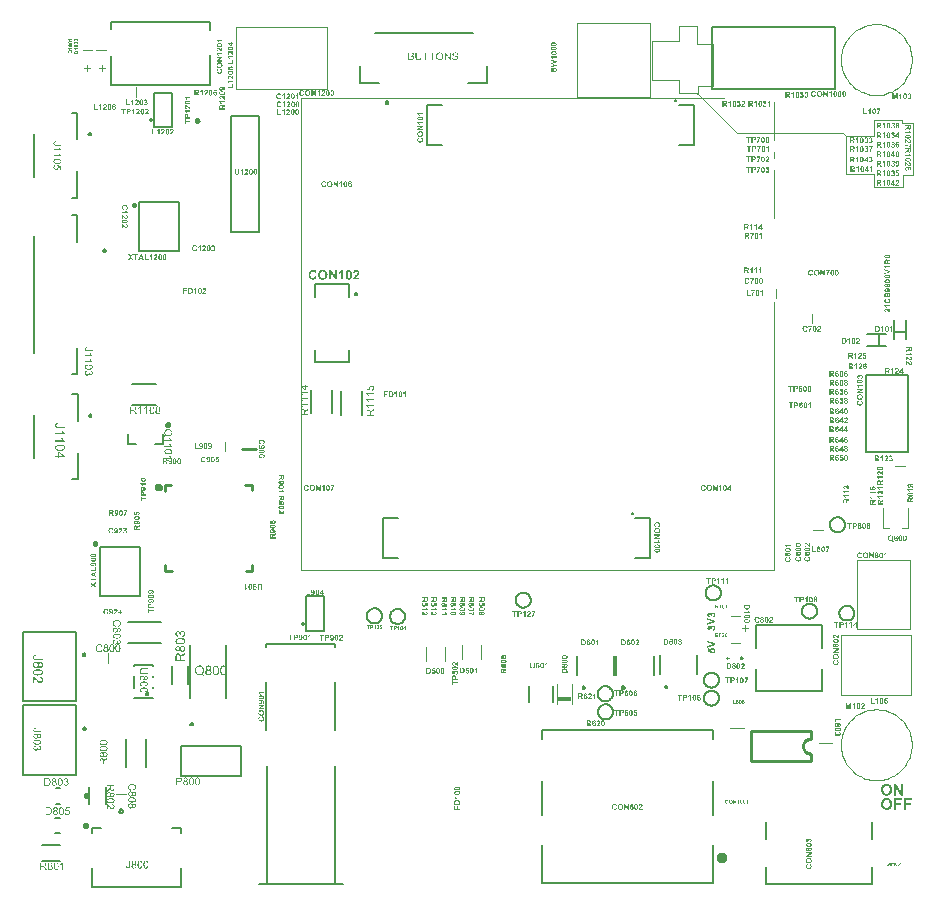
<source format=gbr>
%FSTAX23Y23*%
%MOIN*%
%SFA1B1*%

%IPPOS*%
%ADD138C,0.009843*%
%ADD139C,0.007874*%
%ADD140C,0.005000*%
%ADD141C,0.010000*%
%ADD142C,0.015000*%
%ADD143C,0.019685*%
%ADD144C,0.006000*%
%ADD145C,0.004000*%
%ADD146C,0.003000*%
%ADD147C,0.003937*%
%ADD148R,0.049212X0.012000*%
%LNx98_carrier_v1r2_12082022_legend_top-1*%
%LPD*%
G36*
X02918Y00255D02*
X0291D01*
X02894Y00281*
Y00255*
X02887*
Y00294*
X02895*
X02911Y00268*
Y00294*
X02918*
Y00255*
G37*
G36*
X02863Y00295D02*
X02864D01*
X02865Y00294*
X02865Y00294*
X02866Y00294*
X02867Y00294*
X02868Y00294*
X0287Y00293*
X02871Y00293*
X02872Y00292*
X02873Y00292*
X02874Y00291*
X02875Y0029*
X02876Y00289*
X02876Y00289*
X02876Y00289*
X02877Y00289*
X02877Y00288*
X02877Y00288*
X02878Y00287*
X02878Y00286*
X02879Y00285*
X02879Y00285*
X0288Y00283*
X0288Y00282*
X0288Y00281*
X02881Y00279*
X02881Y00278*
X02881Y00276*
X02881Y00275*
Y00275*
Y00274*
X02881Y00274*
Y00273*
X02881Y00272*
X02881Y00271*
X02881Y0027*
X02881Y00269*
X0288Y00268*
X0288Y00267*
X0288Y00266*
X02879Y00264*
X02878Y00263*
X02878Y00262*
X02877Y00261*
X02876Y0026*
X02876Y0026*
X02876Y0026*
X02876Y00259*
X02875Y00259*
X02875Y00259*
X02874Y00258*
X02873Y00258*
X02873Y00257*
X02872Y00257*
X02871Y00256*
X02869Y00256*
X02868Y00256*
X02867Y00255*
X02866Y00255*
X02864Y00255*
X02863Y00255*
X02862*
X02862Y00255*
X02861Y00255*
X0286Y00255*
X0286Y00255*
X02859Y00255*
X02858Y00255*
X02857Y00256*
X02856Y00256*
X02854Y00256*
X02853Y00257*
X02852Y00258*
X02851Y00258*
X0285Y00259*
X02849Y0026*
X02849Y0026*
X02849Y0026*
X02849Y00261*
X02848Y00261*
X02848Y00261*
X02847Y00262*
X02847Y00263*
X02846Y00264*
X02846Y00265*
X02846Y00266*
X02845Y00267*
X02845Y00268*
X02844Y0027*
X02844Y00271*
X02844Y00273*
X02844Y00274*
Y00274*
Y00275*
Y00275*
X02844Y00275*
Y00276*
X02844Y00276*
X02844Y00277*
X02844Y00278*
X02844Y00279*
X02845Y00281*
X02845Y00283*
X02846Y00284*
Y00284*
X02846Y00284*
X02846Y00285*
X02846Y00285*
X02846Y00285*
X02847Y00286*
X02847Y00287*
X02848Y00288*
X02848Y00289*
X02849Y0029*
X02849Y0029*
X02849Y0029*
X0285Y0029*
X0285Y0029*
X02851Y00291*
X02851Y00291*
X02852Y00292*
X02853Y00293*
X02854Y00293*
X02854*
X02854Y00293*
X02855Y00293*
X02855Y00293*
X02855Y00293*
X02856Y00294*
X02856Y00294*
X02857Y00294*
X02858Y00294*
X02859Y00294*
X02861Y00295*
X02862Y00295*
X02863*
X02863Y00295*
G37*
G36*
X02946Y0024D02*
X02928D01*
Y00231*
X02944*
Y00224*
X02928*
Y00208*
X0292*
Y00246*
X02946*
Y0024*
G37*
G36*
X02914D02*
X02895D01*
Y00231*
X02911*
Y00224*
X02895*
Y00208*
X02887*
Y00246*
X02914*
Y0024*
G37*
G36*
X02863Y00247D02*
X02864D01*
X02865Y00247*
X02865Y00247*
X02866Y00247*
X02867Y00246*
X02868Y00246*
X0287Y00246*
X02871Y00245*
X02872Y00245*
X02873Y00244*
X02874Y00244*
X02875Y00243*
X02876Y00242*
X02876Y00242*
X02876Y00242*
X02877Y00241*
X02877Y00241*
X02877Y0024*
X02878Y0024*
X02878Y00239*
X02879Y00238*
X02879Y00237*
X0288Y00236*
X0288Y00235*
X0288Y00233*
X02881Y00232*
X02881Y0023*
X02881Y00229*
X02881Y00227*
Y00227*
Y00227*
X02881Y00226*
Y00226*
X02881Y00225*
X02881Y00224*
X02881Y00223*
X02881Y00222*
X0288Y00221*
X0288Y00219*
X0288Y00218*
X02879Y00217*
X02878Y00216*
X02878Y00215*
X02877Y00214*
X02876Y00212*
X02876Y00212*
X02876Y00212*
X02876Y00212*
X02875Y00212*
X02875Y00211*
X02874Y00211*
X02873Y0021*
X02873Y0021*
X02872Y00209*
X02871Y00209*
X02869Y00208*
X02868Y00208*
X02867Y00208*
X02866Y00207*
X02864Y00207*
X02863Y00207*
X02862*
X02862Y00207*
X02861Y00207*
X0286Y00207*
X0286Y00208*
X02859Y00208*
X02858Y00208*
X02857Y00208*
X02856Y00209*
X02854Y00209*
X02853Y00209*
X02852Y0021*
X02851Y00211*
X0285Y00212*
X02849Y00212*
X02849Y00213*
X02849Y00213*
X02849Y00213*
X02848Y00213*
X02848Y00214*
X02847Y00215*
X02847Y00215*
X02846Y00216*
X02846Y00217*
X02846Y00218*
X02845Y00219*
X02845Y00221*
X02844Y00222*
X02844Y00224*
X02844Y00225*
X02844Y00227*
Y00227*
Y00227*
Y00227*
X02844Y00228*
Y00228*
X02844Y00229*
X02844Y0023*
X02844Y0023*
X02844Y00232*
X02845Y00234*
X02845Y00235*
X02846Y00237*
Y00237*
X02846Y00237*
X02846Y00237*
X02846Y00237*
X02846Y00238*
X02847Y00239*
X02847Y00239*
X02848Y0024*
X02848Y00241*
X02849Y00242*
X02849Y00242*
X02849Y00242*
X0285Y00242*
X0285Y00243*
X02851Y00243*
X02851Y00244*
X02852Y00245*
X02853Y00245*
X02854Y00246*
X02854*
X02854Y00246*
X02855Y00246*
X02855Y00246*
X02855Y00246*
X02856Y00246*
X02856Y00246*
X02857Y00246*
X02858Y00247*
X02859Y00247*
X02861Y00247*
X02862Y00247*
X02863*
X02863Y00247*
G37*
G36*
X02291Y00763D02*
Y00757D01*
X02265Y00748*
Y00754*
X02284Y0076*
X02265Y00767*
Y00772*
X02291Y00763*
G37*
G36*
X02283Y00747D02*
X02283D01*
X02284Y00747*
X02284Y00747*
X02284Y00747*
X02285Y00747*
X02286Y00746*
X02287Y00746*
X02287Y00746*
X02288Y00746*
X02288Y00745*
X02288Y00745*
X02288Y00745*
X02288Y00745*
X02289Y00745*
X02289Y00745*
X02289Y00744*
X0229Y00744*
X0229Y00743*
X0229Y00743*
X0229Y00742*
X02291Y00742*
X02291Y00741*
X02291Y00741*
X02291Y0074*
X02291Y00739*
X02292Y00738*
Y00738*
X02291Y00738*
X02291Y00737*
X02291Y00737*
X02291Y00737*
X02291Y00736*
X02291Y00735*
X02291Y00734*
X02291Y00734*
X0229Y00733*
X0229Y00733*
X0229Y00733*
X0229Y00732*
X0229Y00732*
X02289Y00732*
X02289Y00732*
X02289Y00732*
X02289Y00732*
X02289Y00732*
X02288Y00731*
X02288Y00731*
X02288Y00731*
X02287Y00731*
X02286Y0073*
X02285Y0073*
X02285Y0073*
X02284Y00735*
X02284*
X02284Y00735*
X02285Y00735*
X02285Y00735*
X02285Y00735*
X02286Y00735*
X02286Y00736*
X02287Y00736*
X02287Y00736*
X02287Y00736*
X02287Y00736*
X02287Y00737*
X02287Y00737*
X02287Y00737*
X02288Y00738*
X02288Y00738*
Y00738*
X02288Y00739*
X02288Y00739*
X02287Y00739*
X02287Y0074*
X02287Y0074*
X02287Y00741*
X02286Y00741*
X02286Y00741*
X02286Y00741*
X02286Y00741*
X02285Y00742*
X02285Y00742*
X02284Y00742*
X02283Y00742*
X02283Y00742*
X02283*
X02282*
X02282*
X02282*
X02282Y00742*
X02281Y00742*
X02281Y00742*
X0228Y00742*
X02279Y00741*
X02279Y00741*
X02279Y00741*
X02279Y00741*
X02279Y00741*
X02278Y0074*
X02278Y0074*
X02278Y00739*
X02278Y00739*
X02278Y00738*
Y00738*
X02278Y00738*
X02278Y00738*
X02278Y00737*
X02278Y00736*
X02279Y00736*
X02279Y00735*
X02279Y00735*
X02279Y00735*
X0228Y00734*
X02279Y00731*
X02266Y00733*
Y00746*
X0227*
Y00737*
X02275Y00736*
Y00736*
X02275Y00736*
X02275Y00736*
X02274Y00737*
X02274Y00737*
X02274Y00737*
X02274Y00738*
X02274Y00739*
X02274Y00739*
Y0074*
X02274Y0074*
X02274Y0074*
X02274Y0074*
X02274Y00741*
X02274Y00741*
X02274Y00742*
X02275Y00743*
X02275Y00743*
X02275Y00743*
X02276Y00744*
X02276Y00744*
X02276Y00745*
X02276Y00745*
X02276Y00745*
X02277Y00745*
X02277Y00745*
X02277Y00745*
X02277Y00746*
X02278Y00746*
X02278Y00746*
X02278Y00746*
X02279Y00746*
X02279Y00747*
X0228Y00747*
X0228Y00747*
X02281Y00747*
X02282Y00747*
X02282Y00747*
X02282*
X02283*
X02283*
X02283Y00747*
G37*
G36*
X02284Y00866D02*
X02284Y00866D01*
X02285Y00866*
X02285Y00865*
X02285Y00865*
X02286Y00865*
X02287Y00865*
X02287Y00865*
X02288Y00864*
X02288Y00864*
X02289Y00864*
X02289Y00863*
X02289Y00863*
X02289Y00863*
X02289Y00863*
X0229Y00863*
X0229Y00863*
X0229Y00862*
X0229Y00862*
X0229Y00862*
X02291Y00861*
X02291Y00861*
X02291Y0086*
X02291Y0086*
X02291Y00859*
X02291Y00858*
X02291Y00858*
X02292Y00857*
Y00857*
X02291Y00856*
X02291Y00856*
X02291Y00856*
X02291Y00855*
X02291Y00855*
X02291Y00854*
X02291Y00853*
X0229Y00853*
X0229Y00852*
X0229Y00852*
X0229Y00851*
X02289Y00851*
X02289Y00851*
X02289Y00851*
X02289Y00851*
X02289Y00851*
X02289Y00851*
X02288Y0085*
X02288Y0085*
X02288Y0085*
X02287Y0085*
X02286Y00849*
X02285Y00849*
X02285Y00849*
X02284Y00849*
X02284Y00853*
X02284*
X02284*
X02284Y00853*
X02284Y00854*
X02285Y00854*
X02285Y00854*
X02286Y00854*
X02286Y00854*
X02287Y00855*
X02287Y00855*
X02287Y00855*
X02287Y00855*
X02287Y00855*
X02287Y00856*
X02287Y00856*
X02287Y00857*
X02287Y00857*
Y00857*
X02287Y00857*
X02287Y00858*
X02287Y00858*
X02287Y00858*
X02287Y00859*
X02287Y00859*
X02286Y0086*
X02286Y0086*
X02286Y0086*
X02286Y0086*
X02285Y0086*
X02285Y0086*
X02284Y00861*
X02284Y00861*
X02283Y00861*
X02283*
X02283*
X02283*
X02283Y00861*
X02282Y00861*
X02282Y0086*
X02281Y0086*
X02281Y0086*
X0228Y0086*
X0228Y0086*
X0228Y00859*
X0228Y00859*
X0228Y00859*
X02279Y00859*
X02279Y00858*
X02279Y00858*
X02279Y00857*
Y00857*
X02279Y00857*
X02279Y00856*
X02279Y00856*
X02279Y00855*
X02279Y00855*
X02276Y00855*
Y00856*
X02275Y00856*
X02275Y00857*
X02275Y00857*
X02275Y00858*
X02275Y00858*
X02275Y00859*
X02275Y00859*
X02274Y00859*
X02274Y00859*
X02274Y00859*
X02274Y00859*
X02273Y00859*
X02273Y0086*
X02272Y0086*
X02272*
X02272*
X02272Y0086*
X02271Y0086*
X02271Y00859*
X02271Y00859*
X0227Y00859*
X0227Y00859*
X0227Y00859*
X0227Y00859*
X0227Y00859*
X0227Y00858*
X0227Y00858*
X02269Y00858*
X02269Y00857*
X02269Y00857*
Y00857*
X02269Y00856*
X02269Y00856*
X0227Y00856*
X0227Y00855*
X0227Y00855*
X0227Y00855*
X0227Y00855*
X0227Y00854*
X02271Y00854*
X02271Y00854*
X02271Y00854*
X02272Y00854*
X02272Y00854*
X02273Y00854*
X02272Y00849*
X02272*
X02272Y00849*
X02272*
X02272Y00849*
X02271Y00849*
X02271Y00849*
X0227Y0085*
X02269Y0085*
X02269Y0085*
X02268Y0085*
X02268Y0085*
X02268Y00851*
X02268Y00851*
X02268Y00851*
X02267Y00852*
X02267Y00852*
X02266Y00853*
X02266Y00853*
Y00853*
X02266Y00853*
X02266Y00853*
X02266Y00854*
X02266Y00854*
X02266Y00855*
X02265Y00855*
X02265Y00856*
X02265Y00857*
Y00857*
X02265Y00858*
X02265Y00858*
X02265Y00858*
X02265Y00859*
X02266Y00859*
X02266Y0086*
X02266Y0086*
X02266Y00861*
X02267Y00861*
X02267Y00862*
X02267Y00862*
X02268Y00863*
X02268Y00863*
X02268Y00863*
X02268Y00863*
X02268Y00863*
X02268Y00863*
X02269Y00864*
X02269Y00864*
X0227Y00864*
X02271Y00864*
X02271Y00865*
X02272Y00865*
X02272*
X02272*
X02272Y00865*
X02272Y00864*
X02273Y00864*
X02273Y00864*
X02273Y00864*
X02274Y00864*
X02274Y00864*
X02275Y00864*
X02275Y00863*
X02276Y00863*
X02276Y00863*
X02276Y00862*
X02277Y00862*
X02277Y00861*
Y00861*
X02277Y00861*
Y00861*
X02277Y00861*
X02277Y00862*
X02278Y00862*
X02278Y00863*
X02278Y00863*
X02279Y00864*
X02279Y00864*
X02279Y00864*
X0228Y00865*
X0228Y00865*
X02281Y00865*
X02281Y00865*
X02282Y00865*
X02283Y00866*
X02283Y00866*
X02283*
X02284*
X02284*
X02284Y00866*
G37*
G36*
X02291Y00838D02*
Y00833D01*
X02265Y00823*
Y00829*
X02284Y00836*
X02265Y00842*
Y00847*
X02291Y00838*
G37*
G36*
X02284Y00822D02*
X02284Y00822D01*
X02285Y00822*
X02285Y00822*
X02285Y00822*
X02286Y00821*
X02287Y00821*
X02287Y00821*
X02288Y00821*
X02288Y0082*
X02289Y0082*
X02289Y00819*
X02289Y00819*
X02289Y00819*
X02289Y00819*
X0229Y00819*
X0229Y00819*
X0229Y00818*
X0229Y00818*
X0229Y00818*
X02291Y00817*
X02291Y00817*
X02291Y00816*
X02291Y00816*
X02291Y00815*
X02291Y00815*
X02291Y00814*
X02292Y00813*
Y00813*
X02291Y00813*
X02291Y00812*
X02291Y00812*
X02291Y00812*
X02291Y00811*
X02291Y0081*
X02291Y00809*
X0229Y00809*
X0229Y00808*
X0229Y00808*
X0229Y00808*
X02289Y00807*
X02289Y00807*
X02289Y00807*
X02289Y00807*
X02289Y00807*
X02289Y00807*
X02288Y00807*
X02288Y00806*
X02288Y00806*
X02287Y00806*
X02286Y00805*
X02285Y00805*
X02285Y00805*
X02284Y00805*
X02284Y0081*
X02284*
X02284*
X02284Y0081*
X02284Y0081*
X02285Y0081*
X02285Y0081*
X02286Y0081*
X02286Y00811*
X02287Y00811*
X02287Y00811*
X02287Y00811*
X02287Y00811*
X02287Y00812*
X02287Y00812*
X02287Y00812*
X02287Y00813*
X02287Y00813*
Y00813*
X02287Y00814*
X02287Y00814*
X02287Y00814*
X02287Y00815*
X02287Y00815*
X02287Y00815*
X02286Y00816*
X02286Y00816*
X02286Y00816*
X02286Y00816*
X02285Y00816*
X02285Y00817*
X02284Y00817*
X02284Y00817*
X02283Y00817*
X02283*
X02283*
X02283*
X02283Y00817*
X02282Y00817*
X02282Y00817*
X02281Y00816*
X02281Y00816*
X0228Y00816*
X0228Y00816*
X0228Y00816*
X0228Y00815*
X0228Y00815*
X02279Y00815*
X02279Y00814*
X02279Y00814*
X02279Y00813*
Y00813*
X02279Y00813*
X02279Y00812*
X02279Y00812*
X02279Y00812*
X02279Y00811*
X02276Y00812*
Y00812*
X02275Y00812*
X02275Y00813*
X02275Y00813*
X02275Y00814*
X02275Y00814*
X02275Y00815*
X02275Y00815*
X02274Y00815*
X02274Y00815*
X02274Y00815*
X02274Y00816*
X02273Y00816*
X02273Y00816*
X02272Y00816*
X02272*
X02272*
X02272Y00816*
X02271Y00816*
X02271Y00816*
X02271Y00816*
X0227Y00815*
X0227Y00815*
X0227Y00815*
X0227Y00815*
X0227Y00815*
X0227Y00815*
X0227Y00814*
X02269Y00814*
X02269Y00813*
X02269Y00813*
Y00813*
X02269Y00813*
X02269Y00812*
X0227Y00812*
X0227Y00812*
X0227Y00811*
X0227Y00811*
X0227Y00811*
X0227Y00811*
X02271Y00811*
X02271Y0081*
X02271Y0081*
X02272Y0081*
X02272Y0081*
X02273Y0081*
X02272Y00805*
X02272*
X02272Y00805*
X02272*
X02272Y00805*
X02271Y00805*
X02271Y00806*
X0227Y00806*
X02269Y00806*
X02269Y00806*
X02268Y00807*
X02268Y00807*
X02268Y00807*
X02268Y00807*
X02268Y00807*
X02267Y00808*
X02267Y00808*
X02266Y00809*
X02266Y00809*
Y00809*
X02266Y00809*
X02266Y0081*
X02266Y0081*
X02266Y0081*
X02266Y00811*
X02265Y00812*
X02265Y00812*
X02265Y00813*
Y00813*
X02265Y00814*
X02265Y00814*
X02265Y00814*
X02265Y00815*
X02266Y00815*
X02266Y00816*
X02266Y00817*
X02266Y00817*
X02267Y00818*
X02267Y00818*
X02267Y00819*
X02268Y00819*
X02268Y00819*
X02268Y00819*
X02268Y00819*
X02268Y00819*
X02268Y0082*
X02269Y0082*
X02269Y0082*
X0227Y0082*
X02271Y00821*
X02271Y00821*
X02272Y00821*
X02272*
X02272*
X02272Y00821*
X02272Y00821*
X02273Y00821*
X02273Y00821*
X02273Y0082*
X02274Y0082*
X02274Y0082*
X02275Y0082*
X02275Y0082*
X02276Y00819*
X02276Y00819*
X02276Y00818*
X02277Y00818*
X02277Y00817*
Y00817*
X02277Y00817*
Y00817*
X02277Y00817*
X02277Y00818*
X02278Y00818*
X02278Y00819*
X02278Y00819*
X02279Y0082*
X02279Y00821*
X02279Y00821*
X0228Y00821*
X0228Y00821*
X02281Y00821*
X02281Y00822*
X02282Y00822*
X02283Y00822*
X02283Y00822*
X02283*
X02284*
X02284*
X02284Y00822*
G37*
G36*
X02866Y02058D02*
X02866Y02058D01*
X02867Y02058*
X02867Y02058*
X02868Y02058*
X02869Y02058*
X02869Y02058*
X0287Y02058*
X02871Y02058*
X02871Y02057*
X02872Y02057*
X02872Y02057*
X02873Y02056*
X02873Y02056*
X02873Y02056*
X02873Y02056*
X02873Y02056*
X02873Y02056*
X02874Y02056*
X02874Y02056*
X02874Y02055*
X02874Y02055*
X02874Y02055*
X02874Y02054*
X02875Y02054*
X02875Y02054*
X02875Y02053*
X02875Y02053*
X02875Y02052*
Y02052*
X02875Y02052*
Y02052*
X02875Y02051*
X02875Y02051*
X02875Y02051*
X02875Y0205*
X02874Y0205*
X02874Y0205*
X02874Y02049*
X02874Y02049*
X02874Y02049*
X02873Y02048*
X02873Y02048*
X02873Y02048*
X02873Y02048*
X02873Y02047*
X02872Y02047*
X02872Y02047*
X02872Y02047*
X02872Y02047*
X02871Y02047*
X02871Y02047*
X0287Y02047*
X0287Y02046*
X02869Y02046*
X02869Y02046*
X02868Y02046*
X02867Y02046*
X02866Y02046*
X02865Y02046*
X02865*
X02865*
X02865*
X02865*
X02865*
X02864Y02046*
X02864Y02046*
X02863Y02046*
X02863Y02046*
X02862Y02046*
X02861Y02046*
X02861Y02046*
X0286Y02046*
X02859Y02047*
X02859Y02047*
X02858Y02047*
X02858Y02047*
X02857Y02048*
X02857Y02048*
X02857Y02048*
X02857Y02048*
X02857Y02048*
X02857Y02048*
X02857Y02048*
X02856Y02049*
X02856Y02049*
X02856Y02049*
X02856Y02049*
X02856Y0205*
X02856Y0205*
X02855Y02051*
X02855Y02051*
X02855Y02052*
X02855Y02052*
Y02052*
X02855Y02053*
X02855Y02053*
X02855Y02053*
X02855Y02053*
X02855Y02054*
X02856Y02054*
X02856Y02054*
X02856Y02055*
X02856Y02055*
X02856Y02055*
X02857Y02056*
X02857Y02056*
X02857Y02056*
X02857Y02056*
X02857Y02057*
X02857Y02057*
X02858Y02057*
X02858Y02057*
X02858Y02057*
X02859Y02057*
X02859Y02057*
X0286Y02058*
X0286Y02058*
X02861Y02058*
X02862Y02058*
X02862Y02058*
X02863Y02058*
X02864Y02058*
X02865Y02058*
X02865*
X02865*
X02865*
X02865*
X02866*
X02866Y02058*
G37*
G36*
X02875Y0204D02*
X0287Y02037D01*
X0287Y02037*
X0287Y02037*
X0287Y02037*
X0287Y02037*
X0287Y02037*
X0287Y02037*
X02869Y02036*
X02869Y02036*
X02868Y02036*
X02868Y02035*
X02868Y02035*
X02868Y02035*
X02867Y02035*
X02867Y02035*
X02867Y02035*
X02867Y02035*
X02867Y02035*
X02867Y02034*
X02867Y02034*
X02867Y02034*
Y02034*
X02867Y02034*
X02867Y02034*
X02867Y02034*
X02867Y02033*
X02867Y02033*
X02867Y02033*
Y02031*
X02875*
Y02027*
X02855*
Y02036*
X02855Y02036*
Y02037*
X02855Y02037*
Y02037*
X02855Y02038*
X02856Y02039*
X02856Y02039*
X02856Y0204*
X02856Y0204*
Y0204*
X02856Y0204*
X02856Y0204*
X02856Y0204*
X02856Y02041*
X02857Y02041*
X02857Y02042*
X02857Y02042*
X02858Y02042*
X02858*
X02858Y02042*
X02858Y02042*
X02858Y02042*
X02858Y02042*
X02859Y02043*
X02859Y02043*
X0286Y02043*
X0286Y02043*
X02861Y02043*
X02861*
X02861*
X02861*
X02861Y02043*
X02861*
X02861Y02043*
X02862Y02043*
X02863Y02043*
X02863Y02043*
X02864Y02042*
X02864Y02042*
X02864Y02042*
X02864Y02042*
X02864Y02042*
X02864Y02042*
X02865Y02042*
X02865Y02041*
X02865Y02041*
X02865Y02041*
X02865Y02041*
X02865Y02041*
X02865Y0204*
X02865Y0204*
X02866Y0204*
X02866Y02039*
X02866Y02039*
X02866Y02038*
X02866Y02038*
Y02038*
X02866Y02038*
X02866Y02038*
X02866Y02038*
X02867Y02039*
X02867Y02039*
X02867Y02039*
X02867Y0204*
X02868Y0204*
X02868Y0204*
X02868Y0204*
X02868Y0204*
X02868Y02041*
X02869Y02041*
X02869Y02041*
X02869Y02041*
X0287Y02042*
X0287Y02042*
X0287Y02042*
X02871Y02042*
X02875Y02045*
Y0204*
G37*
G36*
Y02017D02*
X02861D01*
X02861Y02017*
X02861Y02017*
X02861Y02017*
X02861Y02017*
X02861Y02017*
X02861Y02017*
X02861Y02016*
X02862Y02016*
X02862Y02016*
X02862Y02015*
X02862Y02015*
X02863Y02015*
X02863Y02014*
X02863Y02013*
X0286*
Y02013*
X0286Y02013*
X0286Y02013*
X0286Y02013*
X0286Y02013*
X0286Y02014*
X02859Y02014*
X02859Y02015*
X02859Y02015*
X02858Y02016*
X02858Y02016*
X02858Y02016*
X02858Y02016*
X02858Y02016*
X02858Y02016*
X02857Y02017*
X02857Y02017*
X02856Y02017*
X02856Y02018*
X02855Y02018*
Y02021*
X02875*
Y02017*
G37*
G36*
Y02004D02*
Y02D01*
X02855Y01993*
Y01997*
X0287Y02002*
X02855Y02006*
Y02011*
X02875Y02004*
G37*
G36*
X02866Y01991D02*
X02866Y01991D01*
X02867Y01991*
X02867Y01991*
X02868Y01991*
X02869Y01991*
X02869Y01991*
X0287Y01991*
X02871Y01991*
X02871Y0199*
X02872Y0199*
X02872Y0199*
X02873Y01989*
X02873Y01989*
X02873Y01989*
X02873Y01989*
X02873Y01989*
X02873Y01989*
X02874Y01989*
X02874Y01989*
X02874Y01988*
X02874Y01988*
X02874Y01988*
X02874Y01987*
X02875Y01987*
X02875Y01987*
X02875Y01986*
X02875Y01986*
X02875Y01985*
Y01985*
X02875Y01985*
Y01985*
X02875Y01984*
X02875Y01984*
X02875Y01984*
X02875Y01983*
X02874Y01983*
X02874Y01983*
X02874Y01982*
X02874Y01982*
X02874Y01982*
X02873Y01981*
X02873Y01981*
X02873Y01981*
X02873Y01981*
X02873Y0198*
X02872Y0198*
X02872Y0198*
X02872Y0198*
X02872Y0198*
X02871Y0198*
X02871Y0198*
X0287Y0198*
X0287Y01979*
X02869Y01979*
X02869Y01979*
X02868Y01979*
X02867Y01979*
X02866Y01979*
X02865Y01979*
X02865*
X02865*
X02865*
X02865*
X02865*
X02864Y01979*
X02864Y01979*
X02863Y01979*
X02863Y01979*
X02862Y01979*
X02861Y01979*
X02861Y01979*
X0286Y01979*
X02859Y0198*
X02859Y0198*
X02858Y0198*
X02858Y0198*
X02857Y01981*
X02857Y01981*
X02857Y01981*
X02857Y01981*
X02857Y01981*
X02857Y01981*
X02857Y01981*
X02856Y01982*
X02856Y01982*
X02856Y01982*
X02856Y01982*
X02856Y01983*
X02856Y01983*
X02855Y01984*
X02855Y01984*
X02855Y01985*
X02855Y01985*
Y01985*
X02855Y01986*
X02855Y01986*
X02855Y01986*
X02855Y01986*
X02855Y01987*
X02856Y01987*
X02856Y01987*
X02856Y01988*
X02856Y01988*
X02856Y01988*
X02857Y01989*
X02857Y01989*
X02857Y01989*
X02857Y01989*
X02857Y0199*
X02857Y0199*
X02858Y0199*
X02858Y0199*
X02858Y0199*
X02859Y0199*
X02859Y0199*
X0286Y01991*
X0286Y01991*
X02861Y01991*
X02862Y01991*
X02862Y01991*
X02863Y01991*
X02864Y01991*
X02865Y01991*
X02865*
X02865*
X02865*
X02865*
X02866*
X02866Y01991*
G37*
G36*
Y01976D02*
X02866Y01976D01*
X02867Y01976*
X02867Y01976*
X02868Y01976*
X02869Y01976*
X02869Y01976*
X0287Y01976*
X02871Y01976*
X02871Y01975*
X02872Y01975*
X02872Y01975*
X02873Y01975*
X02873Y01975*
X02873Y01974*
X02873Y01974*
X02873Y01974*
X02873Y01974*
X02874Y01974*
X02874Y01974*
X02874Y01973*
X02874Y01973*
X02874Y01973*
X02874Y01972*
X02875Y01972*
X02875Y01972*
X02875Y01971*
X02875Y01971*
X02875Y0197*
Y0197*
X02875Y0197*
Y0197*
X02875Y01969*
X02875Y01969*
X02875Y01969*
X02875Y01969*
X02874Y01968*
X02874Y01968*
X02874Y01967*
X02874Y01967*
X02874Y01967*
X02873Y01966*
X02873Y01966*
X02873Y01966*
X02873Y01966*
X02873Y01966*
X02872Y01965*
X02872Y01965*
X02872Y01965*
X02872Y01965*
X02871Y01965*
X02871Y01965*
X0287Y01965*
X0287Y01965*
X02869Y01964*
X02869Y01964*
X02868Y01964*
X02867Y01964*
X02866Y01964*
X02865Y01964*
X02865*
X02865*
X02865*
X02865*
X02865*
X02864Y01964*
X02864Y01964*
X02863Y01964*
X02863Y01964*
X02862Y01964*
X02861Y01964*
X02861Y01964*
X0286Y01965*
X02859Y01965*
X02859Y01965*
X02858Y01965*
X02858Y01965*
X02857Y01966*
X02857Y01966*
X02857Y01966*
X02857Y01966*
X02857Y01966*
X02857Y01966*
X02857Y01966*
X02856Y01967*
X02856Y01967*
X02856Y01967*
X02856Y01968*
X02856Y01968*
X02856Y01968*
X02855Y01969*
X02855Y01969*
X02855Y0197*
X02855Y0197*
Y0197*
X02855Y01971*
X02855Y01971*
X02855Y01971*
X02855Y01971*
X02855Y01972*
X02856Y01972*
X02856Y01972*
X02856Y01973*
X02856Y01973*
X02856Y01974*
X02857Y01974*
X02857Y01974*
X02857Y01975*
X02857Y01975*
X02857Y01975*
X02857Y01975*
X02858Y01975*
X02858Y01975*
X02858Y01975*
X02859Y01975*
X02859Y01975*
X0286Y01976*
X0286Y01976*
X02861Y01976*
X02862Y01976*
X02862Y01976*
X02863Y01976*
X02864Y01976*
X02865Y01976*
X02865*
X02865*
X02865*
X02865*
X02866*
X02866Y01976*
G37*
G36*
X02869Y01962D02*
X0287Y01962D01*
X0287Y01962*
X0287Y01962*
X0287Y01961*
X02871Y01961*
X02871Y01961*
X02872Y01961*
X02872Y01961*
X02873Y0196*
X02873Y0196*
X02873Y0196*
X02873Y0196*
X02873Y0196*
X02873Y0196*
X02873Y0196*
X02874Y01959*
X02874Y01959*
X02874Y01959*
X02874Y01959*
X02874Y01958*
X02874Y01958*
X02874Y01958*
X02875Y01957*
X02875Y01957*
X02875Y01956*
X02875Y01956*
X02875Y01955*
Y01955*
X02875Y01955*
X02875Y01955*
X02875Y01955*
X02875Y01954*
X02875Y01954*
X02875Y01953*
X02874Y01952*
X02874Y01952*
X02874Y01952*
X02874Y01951*
X02874Y01951*
X02873Y01951*
X02873Y01951*
X02873Y01951*
X02873Y01951*
X02873Y01951*
X02873Y0195*
X02873Y0195*
X02872Y0195*
X02872Y0195*
X02872Y0195*
X02871Y01949*
X02871Y01949*
X02871Y01949*
X0287Y01949*
X0287Y01949*
X02869Y01949*
X02869*
X02869*
X02869*
X02869*
X02868Y01949*
X02868Y01949*
X02868Y01949*
X02867Y01949*
X02867Y0195*
X02866Y0195*
X02866*
X02866Y0195*
X02866Y0195*
X02866Y0195*
X02865Y0195*
X02865Y01951*
X02865Y01951*
X02864Y01952*
X02864Y01952*
Y01952*
X02864Y01952*
X02864Y01952*
X02864Y01952*
X02864Y01951*
X02863Y01951*
X02863Y01951*
X02863Y0195*
X02863Y0195*
X02862Y0195*
X02862Y0195*
X02862Y0195*
X02862Y0195*
X02861Y0195*
X02861Y0195*
X02861Y0195*
X0286Y01949*
X0286*
X0286*
X0286*
X0286Y0195*
X0286Y0195*
X02859Y0195*
X02859Y0195*
X02858Y0195*
X02858Y0195*
X02857Y0195*
X02857Y0195*
X02857Y01951*
X02857Y01951*
X02857Y01951*
X02857Y01951*
X02857Y01951*
X02856Y01951*
X02856Y01951*
X02856Y01952*
X02856Y01952*
X02856Y01952*
X02856Y01952*
X02856Y01953*
X02856Y01953*
X02855Y01953*
X02855Y01954*
X02855Y01954*
X02855Y01955*
X02855Y01955*
Y01956*
X02855Y01956*
X02855Y01956*
X02855Y01956*
X02855Y01956*
X02855Y01957*
X02856Y01957*
X02856Y01958*
X02856Y01959*
X02856Y01959*
X02856Y01959*
X02857Y0196*
X02857Y0196*
X02857Y0196*
X02857Y0196*
X02857Y0196*
X02857Y0196*
X02857Y0196*
X02858Y0196*
X02858Y01961*
X02859Y01961*
X02859Y01961*
X0286Y01961*
X0286Y01961*
X0286*
X0286*
X0286*
X02861Y01961*
X02861Y01961*
X02861Y01961*
X02862Y01961*
X02862Y01961*
X02863Y0196*
X02863Y0196*
X02863Y0196*
X02863Y0196*
X02863Y0196*
X02863Y0196*
X02864Y01959*
X02864Y01959*
X02864Y01958*
Y01958*
X02864Y01958*
X02864Y01959*
X02864Y01959*
X02864Y01959*
X02865Y01959*
X02865Y0196*
X02865Y0196*
X02866Y0196*
X02866Y01961*
X02866Y01961*
X02866Y01961*
X02867Y01961*
X02867Y01961*
X02867Y01961*
X02868Y01962*
X02868Y01962*
X02869Y01962*
X02869*
X02869*
X02869*
X02869Y01962*
G37*
G36*
X02866Y01947D02*
X02866Y01947D01*
X02867Y01947*
X02867Y01947*
X02868Y01946*
X02868Y01946*
X02869Y01946*
X0287Y01946*
X0287Y01946*
X02871Y01946*
X02872Y01945*
X02872Y01945*
X02873Y01945*
X02873Y01945*
X02873Y01945*
X02873Y01945*
X02873Y01944*
X02873Y01944*
X02873Y01944*
X02873Y01944*
X02874Y01943*
X02874Y01943*
X02874Y01943*
X02874Y01942*
X02875Y01942*
X02875Y01941*
X02875Y01941*
X02875Y0194*
X02875Y0194*
Y01939*
X02875Y01939*
Y01939*
X02875Y01939*
X02875Y01938*
X02875Y01938*
X02874Y01937*
X02874Y01937*
X02874Y01936*
X02874Y01936*
X02874Y01936*
X02874Y01936*
X02874Y01936*
X02873Y01936*
X02873Y01936*
X02873Y01936*
X02873Y01935*
X02873Y01935*
X02873Y01935*
X02872Y01935*
X02872Y01935*
X02872Y01935*
X02871Y01935*
X02871Y01934*
X02871Y01934*
X0287Y01934*
X0287Y01938*
X0287*
X0287Y01938*
X0287Y01938*
X0287Y01938*
X02871Y01938*
X02871Y01938*
X02871Y01938*
X02871Y01938*
X02871Y01939*
X02871Y01939*
X02871Y01939*
X02872Y01939*
X02872Y01939*
X02872Y01939*
X02872Y0194*
X02872Y0194*
Y0194*
X02872Y0194*
X02872Y0194*
X02872Y01941*
X02872Y01941*
X02871Y01941*
X02871Y01942*
X02871Y01942*
X02871Y01942*
X02871Y01942*
X02871Y01942*
X0287Y01942*
X0287Y01942*
X0287Y01942*
X0287Y01942*
X0287Y01942*
X02869Y01942*
X02869Y01943*
X02869Y01943*
X02868Y01943*
X02868Y01943*
X02867Y01943*
X02866Y01943*
X02866Y01943*
X02867Y01943*
X02867Y01943*
X02867Y01943*
X02867Y01942*
X02867Y01942*
X02867Y01942*
X02868Y01941*
X02868Y01941*
X02868Y0194*
X02868Y0194*
X02868Y0194*
X02868Y01939*
Y01939*
X02868Y01939*
X02868Y01939*
X02868Y01939*
X02868Y01938*
X02868Y01937*
X02867Y01937*
X02867Y01937*
X02867Y01936*
X02867Y01936*
X02867Y01936*
X02866Y01936*
X02866Y01936*
X02866Y01935*
X02866Y01935*
X02866Y01935*
X02866Y01935*
X02866Y01935*
X02865Y01935*
X02865Y01935*
X02865Y01935*
X02864Y01934*
X02864Y01934*
X02864Y01934*
X02863Y01934*
X02863Y01934*
X02862Y01934*
X02862Y01934*
X02862*
X02862*
X02861*
X02861Y01934*
X02861Y01934*
X02861Y01934*
X0286Y01934*
X0286Y01934*
X02859Y01934*
X02859Y01934*
X02859Y01935*
X02858Y01935*
X02858Y01935*
X02857Y01935*
X02857Y01936*
X02857Y01936*
X02857Y01936*
X02857Y01936*
X02857Y01936*
X02857Y01936*
X02856Y01936*
X02856Y01937*
X02856Y01937*
X02856Y01937*
X02856Y01937*
X02856Y01938*
X02856Y01938*
X02855Y01939*
X02855Y01939*
X02855Y0194*
X02855Y0194*
Y0194*
X02855Y0194*
Y01941*
X02855Y01941*
X02855Y01941*
X02855Y01941*
X02856Y01942*
X02856Y01942*
X02856Y01942*
X02856Y01943*
X02856Y01943*
X02856Y01944*
X02857Y01944*
X02857Y01944*
X02857Y01945*
X02858Y01945*
X02858Y01945*
X02858Y01945*
X02858Y01945*
X02858Y01945*
X02858Y01945*
X02859Y01946*
X02859Y01946*
X0286Y01946*
X0286Y01946*
X02861Y01946*
X02862Y01946*
X02862Y01947*
X02863Y01947*
X02864Y01947*
X02865Y01947*
X02865*
X02865*
X02865*
X02865*
X02865*
X02866Y01947*
G37*
G36*
X02869Y01932D02*
X0287Y01932D01*
X0287Y01932*
X02871Y01931*
X02871Y01931*
X02872Y01931*
X02872Y01931*
X02872Y01931*
X02872Y01931*
X02872Y01931*
X02873Y0193*
X02873Y0193*
X02873Y0193*
X02873Y01929*
X02874Y01929*
X02874Y01929*
X02874Y01929*
X02874Y01929*
X02874Y01928*
X02874Y01928*
X02874Y01927*
X02874Y01927*
Y01927*
X02874Y01927*
Y01926*
X02874Y01926*
Y01926*
X02874Y01925*
Y01924*
X02875Y01924*
Y01916*
X02855*
Y01924*
X02855Y01925*
X02855Y01925*
X02855Y01926*
X02855Y01926*
X02856Y01927*
Y01927*
X02856Y01927*
X02856Y01927*
X02856Y01927*
X02856Y01928*
X02856Y01928*
X02856Y01928*
X02856Y01929*
X02856Y01929*
X02856Y01929*
X02857Y01929*
X02857Y01929*
X02857Y01929*
X02857Y0193*
X02858Y0193*
X02858Y0193*
X02858Y0193*
X02858Y0193*
X02858Y0193*
X02859Y0193*
X02859Y01931*
X02859Y01931*
X0286Y01931*
X0286Y01931*
X0286*
X0286*
X0286*
X02861Y01931*
X02861Y01931*
X02861Y01931*
X02862Y0193*
X02862Y0193*
X02863Y0193*
X02863Y0193*
X02863Y0193*
X02863Y0193*
X02863Y0193*
X02864Y01929*
X02864Y01929*
X02864Y01929*
X02864Y01928*
Y01928*
X02864Y01928*
X02864Y01928*
X02864Y01928*
X02865Y01929*
X02865Y01929*
X02865Y01929*
X02865Y0193*
X02866Y0193*
X02866Y01931*
X02866Y01931*
X02866Y01931*
X02867Y01931*
X02867Y01931*
X02867Y01931*
X02868Y01932*
X02868Y01932*
X02869Y01932*
X02869*
X02869*
X02869*
X02869Y01932*
G37*
G36*
X02869Y01912D02*
X02869Y01912D01*
X02869Y01912*
X02869Y01912*
X0287Y01912*
X0287Y01912*
X0287Y01912*
X02871Y01911*
X02872Y01911*
X02873Y0191*
X02873Y0191*
X02873Y01909*
X02873Y01909*
X02873Y01909*
X02873Y01909*
X02874Y01909*
X02874Y01909*
X02874Y01909*
X02874Y01908*
X02874Y01908*
X02874Y01908*
X02874Y01907*
X02874Y01907*
X02875Y01906*
X02875Y01906*
X02875Y01905*
X02875Y01905*
X02875Y01904*
Y01904*
X02875Y01904*
X02875Y01904*
X02875Y01903*
X02875Y01903*
X02875Y01903*
X02875Y01902*
X02874Y01902*
X02874Y01901*
X02874Y01901*
X02874Y019*
X02873Y019*
X02873Y01899*
X02873Y01899*
X02872Y01898*
X02872Y01898*
X02872Y01898*
X02872Y01898*
X02872Y01898*
X02871Y01898*
X02871Y01897*
X02871Y01897*
X0287Y01897*
X0287Y01897*
X02869Y01896*
X02869Y01896*
X02868Y01896*
X02867Y01896*
X02867Y01896*
X02866Y01896*
X02865Y01896*
X02865*
X02865*
X02865*
X02865Y01896*
X02864*
X02864Y01896*
X02863Y01896*
X02863Y01896*
X02862Y01896*
X02862Y01896*
X02861Y01896*
X02861Y01896*
X0286Y01897*
X02859Y01897*
X02859Y01897*
X02858Y01898*
X02858Y01898*
X02858Y01898*
X02858Y01898*
X02857Y01898*
X02857Y01899*
X02857Y01899*
X02857Y01899*
X02857Y01899*
X02856Y019*
X02856Y019*
X02856Y01901*
X02856Y01901*
X02855Y01902*
X02855Y01903*
X02855Y01903*
X02855Y01904*
X02855Y01905*
Y01905*
X02855Y01905*
X02855Y01905*
X02855Y01906*
X02855Y01906*
X02855Y01907*
X02855Y01907*
X02855Y01908*
X02856Y01908*
X02856Y01908*
X02856Y01909*
X02856Y01909*
X02857Y0191*
X02857Y0191*
Y0191*
X02857Y0191*
X02857Y0191*
X02857Y01911*
X02857Y01911*
X02858Y01911*
X02858Y01911*
X02858Y01911*
X02859Y01912*
X0286Y01912*
X02861Y01912*
X02861Y01908*
X02861*
X02861Y01908*
X02861*
X02861Y01908*
X02861Y01908*
X02861Y01908*
X0286Y01908*
X0286Y01908*
X02859Y01907*
X02859Y01907*
X02859Y01907*
X02859Y01907*
X02859Y01907*
X02859Y01906*
X02859Y01906*
X02858Y01905*
X02858Y01905*
X02858Y01904*
Y01904*
X02858Y01904*
X02858Y01904*
X02858Y01904*
X02858Y01903*
X02859Y01903*
X02859Y01902*
X02859Y01902*
X02859Y01901*
X0286Y01901*
X0286Y01901*
X0286*
X0286Y01901*
X0286Y01901*
X0286Y01901*
X0286Y01901*
X0286Y01901*
X02861Y019*
X02861Y019*
X02861Y019*
X02862Y019*
X02862Y019*
X02863Y019*
X02863Y019*
X02864Y019*
X02864Y019*
X02865Y019*
X02865*
X02865*
X02865*
X02865Y019*
X02866*
X02866Y019*
X02866Y019*
X02867Y019*
X02868Y019*
X02869Y019*
X02869Y019*
X02869Y01901*
X0287Y01901*
X0287Y01901*
X0287Y01901*
X0287Y01901*
X0287Y01901*
X0287Y01901*
X0287Y01901*
X02871Y01902*
X02871Y01902*
X02871Y01903*
X02871Y01904*
X02872Y01904*
X02872Y01904*
Y01904*
X02872Y01905*
X02871Y01905*
X02871Y01905*
X02871Y01906*
X02871Y01906*
X02871Y01906*
X02871Y01907*
X02871Y01907*
X0287Y01907*
X0287Y01907*
X0287Y01908*
X02869Y01908*
X02869Y01908*
X02868Y01908*
X02867Y01909*
X02869Y01912*
X02869*
X02869Y01912*
G37*
G36*
X02875Y01886D02*
X02861D01*
X02861Y01886*
X02861Y01886*
X02861Y01886*
X02861Y01886*
X02861Y01886*
X02861Y01886*
X02861Y01885*
X02862Y01885*
X02862Y01885*
X02862Y01884*
X02862Y01884*
X02863Y01883*
X02863Y01883*
X02863Y01882*
X0286*
Y01882*
X0286Y01882*
X0286Y01882*
X0286Y01882*
X0286Y01882*
X0286Y01882*
X02859Y01883*
X02859Y01883*
X02859Y01884*
X02858Y01885*
X02858Y01885*
X02858Y01885*
X02858Y01885*
X02858Y01885*
X02858Y01885*
X02857Y01886*
X02857Y01886*
X02856Y01886*
X02856Y01887*
X02855Y01887*
Y0189*
X02875*
Y01886*
G37*
G36*
Y01865D02*
X02874D01*
X02874*
X02874Y01865*
X02874Y01865*
X02874Y01865*
X02874Y01865*
X02873Y01865*
X02873Y01866*
X02872Y01866*
X02871Y01866*
X02871Y01866*
X02871*
X02871Y01867*
X02871Y01867*
X02871Y01867*
X0287Y01867*
X0287Y01867*
X0287Y01867*
X0287Y01867*
X02869Y01868*
X02869Y01868*
X02869Y01868*
X02868Y01869*
X02868Y01869*
X02867Y0187*
X02867Y0187*
X02866Y01871*
X02866Y01871*
X02866Y01871*
X02866Y01871*
X02866Y01871*
X02866Y01871*
X02865Y01871*
X02865Y01872*
X02864Y01872*
X02864Y01873*
X02864Y01873*
X02863Y01873*
X02863Y01874*
X02863Y01874*
X02863Y01874*
X02863Y01874*
X02863Y01874*
X02862Y01874*
X02862Y01874*
X02862Y01874*
X02861Y01874*
X02861Y01874*
X02861*
X02861*
X02861*
X0286Y01874*
X0286Y01874*
X0286Y01874*
X0286Y01874*
X02859Y01874*
X02859Y01874*
X02859Y01874*
X02859Y01874*
X02859Y01873*
X02859Y01873*
X02858Y01873*
X02858Y01873*
X02858Y01872*
X02858Y01872*
Y01872*
X02858Y01872*
X02858Y01871*
X02858Y01871*
X02859Y01871*
X02859Y0187*
X02859Y0187*
X02859Y0187*
X02859Y0187*
X02859Y0187*
X0286Y0187*
X0286Y0187*
X0286Y01869*
X02861Y01869*
X02861Y01869*
X02861Y01866*
X02861*
X02861Y01866*
X02861*
X0286Y01866*
X0286Y01866*
X0286Y01866*
X0286Y01866*
X02859Y01866*
X02859Y01866*
X02858Y01867*
X02857Y01867*
X02857Y01867*
X02857Y01867*
X02857Y01868*
X02857Y01868*
X02857Y01868*
X02856Y01868*
X02856Y01868*
X02856Y01868*
X02856Y01868*
X02856Y01869*
X02856Y01869*
X02856Y01869*
X02856Y0187*
X02855Y0187*
X02855Y01871*
X02855Y01872*
X02855Y01872*
Y01872*
X02855Y01872*
X02855Y01873*
X02855Y01873*
X02855Y01873*
X02855Y01874*
X02856Y01874*
X02856Y01875*
X02856Y01875*
X02856Y01876*
X02857Y01876*
X02857Y01876*
X02857Y01876*
X02857Y01877*
X02857Y01877*
X02857Y01877*
X02857Y01877*
X02857Y01877*
X02858Y01877*
X02858Y01877*
X02858Y01878*
X02859Y01878*
X02859Y01878*
X0286Y01878*
X0286Y01878*
X02861Y01878*
X02861*
X02861*
X02861Y01878*
X02861Y01878*
X02862Y01878*
X02862Y01878*
X02863Y01878*
X02863Y01878*
X02863Y01878*
X02863Y01878*
X02864Y01877*
X02864Y01877*
X02864Y01877*
X02865Y01877*
X02865Y01877*
X02866Y01876*
X02866Y01876*
X02866Y01876*
X02866Y01876*
X02866Y01876*
X02866Y01875*
X02867Y01875*
X02867Y01874*
X02868Y01874*
X02868Y01874*
X02868Y01874*
X02868Y01874*
X02868Y01873*
X02868Y01873*
X02869Y01873*
X02869Y01872*
X0287Y01872*
X0287Y01872*
X0287Y01872*
X0287Y01872*
X0287Y01872*
X0287Y01871*
X0287Y01871*
X0287Y01871*
X02871Y01871*
X02871Y01871*
Y01878*
X02875*
Y01865*
G37*
G36*
X00239Y0076D02*
X00239Y0076D01*
X0024Y0076*
X0024Y0076*
X00241Y00759*
X00242Y00759*
X00243Y00759*
X00243Y00759*
X00244Y00758*
X00244Y00758*
X00245Y00758*
X00245Y00758*
X00245Y00758*
X00245Y00758*
X00245Y00757*
X00246Y00757*
X00246Y00757*
X00246Y00757*
X00246Y00756*
X00247Y00756*
X00247Y00756*
X00247Y00755*
X00248Y00755*
X00248Y00754*
X00248Y00754*
X00248Y00753*
X00249Y00752*
X00245Y00751*
Y00752*
X00245Y00752*
X00245Y00752*
X00245Y00752*
X00245Y00752*
X00245Y00752*
X00245Y00753*
X00244Y00754*
X00244Y00754*
X00243Y00755*
X00243Y00756*
X00243Y00756*
X00242Y00756*
X00242Y00756*
X00242Y00756*
X00241Y00756*
X0024Y00757*
X00239Y00757*
X00238Y00757*
X00238*
X00238Y00757*
X00238*
X00237Y00757*
X00237Y00757*
X00236Y00757*
X00235Y00756*
X00234Y00756*
X00233Y00755*
X00233*
X00233Y00755*
X00233Y00755*
X00233Y00755*
X00232Y00754*
X00232Y00754*
X00231Y00753*
X00231Y00752*
X00231Y00752*
Y00752*
X00231Y00751*
X00231Y00751*
X00231Y00751*
X00231Y00751*
X0023Y00751*
X0023Y0075*
X0023Y00749*
X0023Y00749*
X0023Y00748*
X0023Y00747*
Y00747*
Y00747*
Y00746*
Y00746*
X0023Y00746*
Y00746*
X0023Y00745*
X0023Y00745*
X0023Y00744*
X0023Y00743*
X00231Y00742*
X00231Y00741*
Y00741*
X00231Y00741*
X00231Y00741*
X00231Y00741*
X00231Y0074*
X00232Y0074*
X00232Y00739*
X00233Y00738*
X00233Y00738*
X00234Y00737*
X00234*
X00234Y00737*
X00234Y00737*
X00234Y00737*
X00234Y00737*
X00235Y00737*
X00235Y00737*
X00236Y00737*
X00237Y00736*
X00237Y00736*
X00238Y00736*
X00238*
X00239Y00736*
X00239*
X00239Y00736*
X0024Y00736*
X00241Y00737*
X00241Y00737*
X00242Y00737*
X00243Y00737*
X00243Y00738*
X00243Y00738*
X00243Y00738*
X00243Y00738*
X00243Y00738*
X00243Y00738*
X00244Y00738*
X00244Y00739*
X00244Y00739*
X00244Y00739*
X00245Y0074*
X00245Y0074*
X00245Y00741*
X00245Y00741*
X00245Y00742*
X00246Y00742*
X00246Y00743*
X00249Y00742*
Y00742*
X00249Y00742*
X00249Y00741*
X00249Y00741*
X00249Y00741*
X00249Y0074*
X00248Y0074*
X00248Y00739*
X00248Y00738*
X00247Y00737*
X00247Y00737*
X00246Y00736*
X00246Y00736*
X00245Y00735*
X00245Y00735*
X00245Y00735*
X00245Y00735*
X00245Y00735*
X00244Y00735*
X00244Y00735*
X00244Y00735*
X00243Y00734*
X00243Y00734*
X00242Y00734*
X00242Y00734*
X00241Y00734*
X00241Y00733*
X0024Y00733*
X00239Y00733*
X00238Y00733*
X00238*
X00238Y00733*
X00237*
X00237Y00733*
X00237Y00733*
X00236Y00733*
X00235Y00734*
X00234Y00734*
X00233Y00734*
X00232Y00735*
X00232Y00735*
X00232Y00735*
X00232Y00735*
X00231Y00735*
X00231Y00735*
X00231Y00735*
X00231Y00736*
X00231Y00736*
X0023Y00736*
X0023Y00737*
X0023Y00737*
X00229Y00738*
X00228Y00739*
X00228Y0074*
Y0074*
X00228Y0074*
X00228Y0074*
X00228Y0074*
X00228Y00741*
X00227Y00741*
X00227Y00741*
X00227Y00742*
X00227Y00742*
X00227Y00743*
X00227Y00744*
X00227Y00745*
X00226Y00747*
Y00747*
Y00747*
Y00747*
X00227Y00747*
Y00748*
X00227Y00748*
X00227Y00749*
X00227Y00749*
X00227Y0075*
X00227Y00751*
X00227Y00752*
X00228Y00754*
X00228Y00754*
X00228Y00754*
X00228Y00754*
X00228Y00754*
X00228Y00754*
X00229Y00755*
X00229Y00755*
X0023Y00756*
X0023Y00757*
X00231Y00758*
X00232Y00758*
X00232Y00758*
X00232Y00758*
X00233Y00758*
X00233Y00758*
X00233Y00759*
X00233Y00759*
X00234Y00759*
X00234Y00759*
X00235Y00759*
X00235Y00759*
X00236Y00759*
X00237Y0076*
X00239Y0076*
X00239*
X00239Y0076*
G37*
G36*
X00301Y00759D02*
X00301Y00759D01*
X00302Y00759*
X00303Y00759*
X00303Y00759*
X00304Y00759*
X00304*
X00304Y00759*
X00304Y00758*
X00304Y00758*
X00305Y00758*
X00305Y00758*
X00306Y00757*
X00306Y00757*
X00306Y00756*
X00306Y00756*
X00307Y00756*
X00307Y00756*
X00307Y00755*
X00307Y00755*
X00307Y00754*
X00308Y00753*
X00308Y00752*
Y00752*
X00308Y00752*
X00308Y00752*
X00308Y00752*
X00308Y00752*
X00308Y00751*
X00308Y00751*
X00308Y00751*
X00308Y0075*
X00308Y0075*
X00308Y00749*
X00308Y00749*
X00308Y00748*
Y00748*
X00309Y00747*
Y00746*
Y00746*
Y00746*
Y00746*
Y00746*
X00308Y00745*
Y00745*
X00308Y00744*
X00308Y00744*
X00308Y00743*
X00308Y00741*
X00308Y0074*
X00308Y0074*
X00308Y00739*
Y00739*
X00308Y00739*
X00307Y00739*
X00307Y00739*
X00307Y00738*
X00307Y00738*
X00307Y00737*
X00306Y00737*
X00306Y00736*
X00305Y00735*
X00305Y00735*
X00305*
X00305Y00735*
X00305Y00735*
X00304Y00735*
X00304Y00734*
X00304Y00734*
X00304Y00734*
X00303Y00734*
X00302Y00733*
X00301Y00733*
X003Y00733*
X003*
X003Y00733*
X00299Y00733*
X00299Y00733*
X00298Y00733*
X00298Y00734*
X00298Y00734*
X00297Y00734*
X00297Y00734*
X00296Y00734*
X00296Y00735*
X00295Y00735*
X00295Y00735*
X00294Y00736*
X00294Y00736*
X00294Y00736*
X00294Y00736*
X00294Y00737*
X00294Y00737*
X00294Y00737*
X00293Y00738*
X00293Y00738*
X00293Y00739*
X00293Y0074*
X00292Y00741*
X00292Y00742*
X00292Y00743*
X00292Y00744*
X00292Y00745*
X00292Y00746*
Y00746*
Y00747*
Y00747*
Y00747*
X00292Y00747*
Y00748*
X00292Y00748*
X00292Y00749*
X00292Y0075*
X00292Y00751*
X00292Y00753*
X00293Y00753*
X00293Y00754*
Y00754*
X00293Y00754*
X00293Y00754*
X00293Y00754*
X00293Y00754*
X00293Y00755*
X00293Y00755*
X00294Y00756*
X00294Y00757*
X00295Y00757*
X00296Y00758*
X00296*
X00296Y00758*
X00296Y00758*
X00296Y00758*
X00296Y00758*
X00296Y00758*
X00297Y00759*
X00297Y00759*
X00298Y00759*
X00299Y00759*
X003Y00759*
X00301*
X00301Y00759*
G37*
G36*
X00281D02*
X00281Y00759D01*
X00282Y00759*
X00283Y00759*
X00283Y00759*
X00284Y00759*
X00284*
X00284Y00759*
X00284Y00758*
X00284Y00758*
X00285Y00758*
X00285Y00758*
X00286Y00757*
X00286Y00757*
X00286Y00756*
X00286Y00756*
X00287Y00756*
X00287Y00756*
X00287Y00755*
X00287Y00755*
X00288Y00754*
X00288Y00753*
X00288Y00752*
Y00752*
X00288Y00752*
X00288Y00752*
X00288Y00752*
X00288Y00752*
X00288Y00751*
X00288Y00751*
X00288Y00751*
X00288Y0075*
X00288Y0075*
X00288Y00749*
X00289Y00749*
X00289Y00748*
Y00748*
X00289Y00747*
Y00746*
Y00746*
Y00746*
Y00746*
Y00746*
X00289Y00745*
Y00745*
X00289Y00744*
X00289Y00744*
X00288Y00743*
X00288Y00741*
X00288Y0074*
X00288Y0074*
X00288Y00739*
Y00739*
X00288Y00739*
X00288Y00739*
X00287Y00739*
X00287Y00738*
X00287Y00738*
X00287Y00737*
X00287Y00737*
X00286Y00736*
X00286Y00735*
X00285Y00735*
X00285*
X00285Y00735*
X00285Y00735*
X00285Y00735*
X00284Y00734*
X00284Y00734*
X00284Y00734*
X00283Y00734*
X00282Y00733*
X00281Y00733*
X0028Y00733*
X0028*
X0028Y00733*
X00279Y00733*
X00279Y00733*
X00279Y00733*
X00278Y00734*
X00278Y00734*
X00277Y00734*
X00277Y00734*
X00276Y00734*
X00276Y00735*
X00275Y00735*
X00275Y00735*
X00274Y00736*
X00274Y00736*
X00274Y00736*
X00274Y00736*
X00274Y00737*
X00274Y00737*
X00274Y00737*
X00273Y00738*
X00273Y00738*
X00273Y00739*
X00273Y0074*
X00272Y00741*
X00272Y00742*
X00272Y00743*
X00272Y00744*
X00272Y00745*
X00272Y00746*
Y00746*
Y00747*
Y00747*
Y00747*
X00272Y00747*
Y00748*
X00272Y00748*
X00272Y00749*
X00272Y0075*
X00272Y00751*
X00273Y00753*
X00273Y00753*
X00273Y00754*
Y00754*
X00273Y00754*
X00273Y00754*
X00273Y00754*
X00273Y00754*
X00273Y00755*
X00274Y00755*
X00274Y00756*
X00274Y00757*
X00275Y00757*
X00276Y00758*
X00276*
X00276Y00758*
X00276Y00758*
X00276Y00758*
X00276Y00758*
X00276Y00758*
X00277Y00759*
X00278Y00759*
X00278Y00759*
X00279Y00759*
X0028Y00759*
X00281*
X00281Y00759*
G37*
G36*
X00261D02*
X00261Y00759D01*
X00262Y00759*
X00262Y00759*
X00262Y00759*
X00263Y00759*
X00264Y00759*
X00264Y00758*
X00265Y00758*
X00265Y00758*
X00266Y00757*
X00266Y00757*
X00266Y00757*
X00266Y00757*
X00266Y00757*
X00266Y00757*
X00266Y00757*
X00267Y00756*
X00267Y00755*
X00267Y00755*
X00268Y00754*
X00268Y00753*
X00268Y00753*
Y00753*
Y00753*
Y00752*
X00268Y00752*
X00268Y00752*
X00268Y00751*
X00267Y00751*
X00267Y0075*
X00267Y0075*
X00267Y00749*
X00267Y00749*
X00266Y00749*
X00266Y00749*
X00266Y00748*
X00265Y00748*
X00265Y00748*
X00264Y00748*
X00264*
X00264Y00747*
X00264Y00747*
X00264Y00747*
X00265Y00747*
X00265Y00747*
X00266Y00747*
X00267Y00746*
X00267Y00746*
X00268Y00745*
Y00745*
X00268Y00745*
X00268Y00745*
X00268Y00744*
X00268Y00744*
X00268Y00743*
X00269Y00743*
X00269Y00742*
X00269Y00741*
Y00741*
Y00741*
Y00741*
X00269Y0074*
X00269Y0074*
X00269Y0074*
X00269Y00739*
X00269Y00739*
X00268Y00738*
X00268Y00738*
X00268Y00737*
X00268Y00737*
X00267Y00736*
X00267Y00736*
X00267Y00735*
X00266Y00735*
X00266Y00735*
X00266Y00735*
X00266Y00735*
X00266Y00735*
X00266Y00735*
X00265Y00735*
X00265Y00734*
X00264Y00734*
X00264Y00734*
X00263Y00734*
X00263Y00734*
X00262Y00733*
X00262Y00733*
X00261Y00733*
X0026Y00733*
X0026*
X0026Y00733*
X00259Y00733*
X00259Y00733*
X00259Y00733*
X00258Y00734*
X00257Y00734*
X00257Y00734*
X00256Y00734*
X00256Y00734*
X00255Y00735*
X00255Y00735*
X00254Y00735*
X00254Y00736*
X00254Y00736*
X00254Y00736*
X00254Y00736*
X00254Y00736*
X00254Y00736*
X00253Y00737*
X00253Y00737*
X00253Y00737*
X00253Y00738*
X00252Y00739*
X00252Y00739*
X00252Y0074*
X00252Y0074*
X00252Y00741*
Y00741*
Y00741*
Y00741*
X00252Y00741*
Y00742*
X00252Y00742*
X00252Y00743*
X00252Y00743*
X00252Y00744*
X00253Y00745*
X00253Y00745*
Y00745*
X00253Y00745*
X00253Y00746*
X00254Y00746*
X00254Y00746*
X00255Y00747*
X00255Y00747*
X00256Y00747*
X00257Y00748*
X00257*
X00257Y00748*
X00257Y00748*
X00257Y00748*
X00256Y00748*
X00256Y00748*
X00255Y00748*
X00255Y00749*
X00254Y00749*
X00254Y0075*
X00254Y0075*
X00254Y0075*
X00254Y0075*
X00253Y0075*
X00253Y00751*
X00253Y00751*
X00253Y00752*
X00253Y00753*
Y00753*
Y00753*
Y00753*
X00253Y00753*
X00253Y00753*
X00253Y00754*
X00253Y00754*
X00253Y00755*
X00254Y00756*
X00254Y00756*
X00254Y00757*
X00255Y00757*
X00255Y00757*
X00255Y00758*
X00255Y00758*
X00255Y00758*
X00255Y00758*
X00256Y00758*
X00256Y00758*
X00256Y00758*
X00256Y00758*
X00257Y00759*
X00257Y00759*
X00258Y00759*
X00258Y00759*
X00259Y00759*
X0026Y00759*
X0026Y00759*
X00261*
X00261Y00759*
G37*
G36*
X00348Y00295D02*
X00349D01*
X00349Y00295*
X0035Y00294*
X0035Y00294*
X00351Y00294*
X00352Y00294*
X00353Y00294*
X00355Y00293*
X00355Y00293*
X00355Y00293*
X00355Y00293*
X00355Y00293*
X00355Y00293*
X00356Y00292*
X00356Y00292*
X00357Y00291*
X00358Y00291*
X00359Y0029*
X00359Y00289*
X00359Y00289*
X00359Y00289*
X00359Y00288*
X00359Y00288*
X0036Y00288*
X0036Y00288*
X0036Y00287*
X0036Y00287*
X0036Y00286*
X0036Y00286*
X0036Y00285*
X00361Y00284*
X00361Y00283*
Y00282*
X00361Y00282*
X00361Y00282*
X00361Y00281*
X00361Y00281*
X0036Y0028*
X0036Y00279*
X0036Y00278*
X0036Y00278*
X00359Y00277*
X00359Y00277*
X00359Y00276*
X00359Y00276*
X00359Y00276*
X00359Y00276*
X00358Y00276*
X00358Y00275*
X00358Y00275*
X00358Y00275*
X00357Y00275*
X00357Y00274*
X00357Y00274*
X00356Y00274*
X00356Y00273*
X00355Y00273*
X00355Y00273*
X00354Y00273*
X00353Y00272*
X00352Y00276*
X00353*
X00353Y00276*
X00353Y00276*
X00353Y00276*
X00353Y00276*
X00353Y00276*
X00354Y00276*
X00355Y00277*
X00355Y00277*
X00356Y00278*
X00357Y00278*
X00357Y00278*
X00357Y00279*
X00357Y00279*
X00357Y00279*
X00357Y0028*
X00358Y00281*
X00358Y00282*
X00358Y00283*
Y00283*
X00358Y00283*
Y00283*
X00358Y00284*
X00358Y00284*
X00358Y00285*
X00357Y00286*
X00357Y00287*
X00356Y00288*
Y00288*
X00356Y00288*
X00356Y00288*
X00356Y00288*
X00355Y00289*
X00355Y00289*
X00354Y0029*
X00353Y0029*
X00353Y0029*
X00353*
X00352Y0029*
X00352Y0029*
X00352Y0029*
X00352Y00291*
X00352Y00291*
X00351Y00291*
X0035Y00291*
X0035Y00291*
X00349Y00291*
X00348Y00291*
X00348*
X00348*
X00347*
X00347*
X00347Y00291*
X00347*
X00346Y00291*
X00346Y00291*
X00345Y00291*
X00344Y00291*
X00343Y0029*
X00342Y0029*
X00342*
X00342Y0029*
X00342Y0029*
X00342Y0029*
X00341Y0029*
X00341Y00289*
X0034Y00289*
X00339Y00289*
X00339Y00288*
X00338Y00287*
Y00287*
X00338Y00287*
X00338Y00287*
X00338Y00287*
X00338Y00287*
X00338Y00286*
X00338Y00286*
X00338Y00285*
X00337Y00285*
X00337Y00284*
X00337Y00283*
Y00283*
X00337Y00282*
Y00282*
X00337Y00282*
X00337Y00281*
X00338Y0028*
X00338Y0028*
X00338Y00279*
X00338Y00278*
X00339Y00278*
X00339Y00278*
X00339Y00278*
X00339Y00278*
X00339Y00278*
X00339Y00278*
X00339Y00277*
X0034Y00277*
X0034Y00277*
X0034Y00277*
X00341Y00276*
X00341Y00276*
X00342Y00276*
X00342Y00276*
X00343Y00276*
X00343Y00275*
X00344Y00275*
X00343Y00272*
X00343*
X00343Y00272*
X00342Y00272*
X00342Y00272*
X00342Y00272*
X00341Y00272*
X00341Y00273*
X0034Y00273*
X00339Y00273*
X00338Y00274*
X00338Y00274*
X00337Y00275*
X00337Y00275*
X00336Y00276*
X00336Y00276*
X00336Y00276*
X00336Y00276*
X00336Y00276*
X00336Y00277*
X00336Y00277*
X00336Y00277*
X00335Y00278*
X00335Y00278*
X00335Y00279*
X00335Y00279*
X00335Y0028*
X00334Y0028*
X00334Y00281*
X00334Y00282*
X00334Y00283*
Y00283*
X00334Y00283*
Y00284*
X00334Y00284*
X00334Y00284*
X00334Y00285*
X00335Y00286*
X00335Y00287*
X00335Y00288*
X00336Y00289*
X00336Y00289*
X00336Y00289*
X00336Y00289*
X00336Y0029*
X00336Y0029*
X00336Y0029*
X00337Y0029*
X00337Y0029*
X00337Y00291*
X00338Y00291*
X00338Y00291*
X00339Y00292*
X0034Y00293*
X00341Y00293*
X00341*
X00341Y00293*
X00341Y00293*
X00341Y00293*
X00342Y00294*
X00342Y00294*
X00342Y00294*
X00343Y00294*
X00343Y00294*
X00344Y00294*
X00345Y00294*
X00346Y00295*
X00348Y00295*
X00348*
X00348*
X00348*
X00348Y00295*
G37*
G36*
X00342Y00269D02*
X00343D01*
X00343Y00269*
X00344Y00269*
X00344Y00269*
X00345Y00269*
X00346Y00268*
X00346Y00268*
X00346*
X00346Y00268*
X00347Y00268*
X00347Y00267*
X00347Y00267*
X00348Y00266*
X00348Y00266*
X00348Y00265*
X00349Y00264*
Y00264*
X00349Y00264*
X00349Y00264*
X00349Y00265*
X00349Y00265*
X00349Y00265*
X00349Y00266*
X0035Y00266*
X0035Y00267*
X00351Y00267*
X00351Y00267*
X00351Y00267*
X00351Y00267*
X00351Y00268*
X00352Y00268*
X00352Y00268*
X00353Y00268*
X00354Y00268*
X00354*
X00354*
X00354*
X00354Y00268*
X00354Y00268*
X00355Y00268*
X00355Y00268*
X00356Y00268*
X00357Y00267*
X00357Y00267*
X00358Y00267*
X00358Y00266*
X00358Y00266*
X00359Y00266*
X00359Y00266*
X00359Y00266*
X00359Y00266*
X00359Y00266*
X00359Y00265*
X00359Y00265*
X00359Y00265*
X0036Y00264*
X0036Y00264*
X0036Y00263*
X0036Y00263*
X0036Y00262*
X0036Y00261*
X0036Y00261*
Y0026*
X0036Y0026*
X0036Y0026*
X0036Y0026*
X0036Y00259*
X0036Y00259*
X0036Y00258*
X0036Y00257*
X00359Y00257*
X00359Y00256*
X00359Y00256*
X00358Y00255*
X00358Y00255*
X00358Y00255*
X00358Y00255*
X00358Y00255*
X00358Y00255*
X00358Y00255*
X00357Y00254*
X00356Y00254*
X00356Y00254*
X00355Y00253*
X00354Y00253*
X00354Y00253*
X00354*
X00354*
X00353*
X00353Y00253*
X00353Y00253*
X00352Y00253*
X00352Y00254*
X00351Y00254*
X00351Y00254*
X0035Y00254*
X0035Y00254*
X0035Y00255*
X0035Y00255*
X00349Y00255*
X00349Y00256*
X00349Y00256*
X00349Y00257*
Y00257*
X00348Y00257*
X00348Y00257*
X00348Y00257*
X00348Y00256*
X00348Y00256*
X00348Y00255*
X00347Y00255*
X00347Y00254*
X00346Y00253*
X00346*
X00346Y00253*
X00346Y00253*
X00345Y00253*
X00345Y00253*
X00344Y00253*
X00344Y00252*
X00343Y00252*
X00342Y00252*
X00342*
X00342*
X00342*
X00341Y00252*
X00341Y00252*
X00341Y00252*
X0034Y00252*
X0034Y00253*
X00339Y00253*
X00339Y00253*
X00338Y00253*
X00338Y00253*
X00337Y00254*
X00337Y00254*
X00336Y00255*
X00336Y00255*
X00336Y00255*
X00336Y00255*
X00336Y00255*
X00336Y00255*
X00336Y00255*
X00336Y00256*
X00335Y00256*
X00335Y00257*
X00335Y00257*
X00335Y00258*
X00335Y00258*
X00334Y00259*
X00334Y00259*
X00334Y0026*
X00334Y00261*
Y00261*
X00334Y00261*
X00334Y00262*
X00334Y00262*
X00334Y00262*
X00335Y00263*
X00335Y00264*
X00335Y00264*
X00335Y00265*
X00335Y00265*
X00336Y00266*
X00336Y00266*
X00336Y00267*
X00337Y00267*
X00337Y00267*
X00337Y00267*
X00337Y00267*
X00337Y00267*
X00337Y00268*
X00338Y00268*
X00338Y00268*
X00338Y00268*
X00339Y00268*
X0034Y00269*
X0034Y00269*
X00341Y00269*
X00341Y00269*
X00342Y00269*
X00342*
X00342*
X00342*
X00342Y00269*
G37*
G36*
X00348Y00249D02*
X00349D01*
X00349Y00249*
X0035Y00249*
X00351Y00249*
X00352Y00249*
X00354Y00249*
X00354Y00248*
X00355Y00248*
X00355*
X00355Y00248*
X00355Y00248*
X00355Y00248*
X00355Y00248*
X00356Y00248*
X00356Y00248*
X00357Y00247*
X00358Y00247*
X00358Y00246*
X00359Y00245*
Y00245*
X00359Y00245*
X00359Y00245*
X00359Y00245*
X00359Y00245*
X00359Y00245*
X0036Y00244*
X0036Y00243*
X0036Y00243*
X0036Y00242*
X0036Y00241*
Y0024*
X0036Y0024*
X0036Y0024*
X0036Y00239*
X0036Y00238*
X0036Y00238*
X0036Y00237*
Y00237*
X0036Y00237*
X00359Y00237*
X00359Y00237*
X00359Y00236*
X00359Y00236*
X00358Y00235*
X00358Y00235*
X00357Y00235*
X00357Y00235*
X00357Y00234*
X00357Y00234*
X00356Y00234*
X00356Y00234*
X00355Y00234*
X00354Y00233*
X00353Y00233*
X00353*
X00353Y00233*
X00353Y00233*
X00353Y00233*
X00353Y00233*
X00352Y00233*
X00352Y00233*
X00352Y00233*
X00351Y00233*
X00351Y00233*
X0035Y00233*
X0035Y00233*
X00349Y00232*
X00349*
X00348Y00232*
X00347*
X00347*
X00347*
X00347*
X00347*
X00346Y00232*
X00346*
X00345Y00233*
X00345Y00233*
X00344Y00233*
X00342Y00233*
X00341Y00233*
X00341Y00233*
X0034Y00233*
X0034*
X0034Y00233*
X0034Y00234*
X0034Y00234*
X00339Y00234*
X00339Y00234*
X00338Y00234*
X00338Y00234*
X00337Y00235*
X00336Y00235*
X00336Y00236*
Y00236*
X00336Y00236*
X00336Y00236*
X00336Y00236*
X00335Y00237*
X00335Y00237*
X00335Y00237*
X00335Y00238*
X00334Y00239*
X00334Y0024*
X00334Y00241*
Y00241*
X00334Y00241*
X00334Y00242*
X00334Y00242*
X00334Y00242*
X00335Y00243*
X00335Y00243*
X00335Y00244*
X00335Y00244*
X00335Y00245*
X00336Y00245*
X00336Y00246*
X00336Y00246*
X00337Y00247*
X00337Y00247*
X00337Y00247*
X00337Y00247*
X00338Y00247*
X00338Y00247*
X00338Y00247*
X00339Y00248*
X00339Y00248*
X0034Y00248*
X00341Y00248*
X00342Y00249*
X00343Y00249*
X00344Y00249*
X00345Y00249*
X00346Y00249*
X00347Y00249*
X00347*
X00348*
X00348*
X00348*
X00348Y00249*
G37*
G36*
X00342Y00229D02*
X00343D01*
X00343Y00229*
X00344Y00229*
X00344Y00229*
X00345Y00229*
X00346Y00228*
X00346Y00228*
X00346*
X00346Y00228*
X00347Y00228*
X00347Y00228*
X00347Y00227*
X00348Y00227*
X00348Y00226*
X00348Y00225*
X00349Y00224*
Y00224*
X00349Y00224*
X00349Y00225*
X00349Y00225*
X00349Y00225*
X00349Y00226*
X00349Y00226*
X0035Y00226*
X0035Y00227*
X00351Y00227*
X00351Y00227*
X00351Y00227*
X00351Y00228*
X00351Y00228*
X00352Y00228*
X00352Y00228*
X00353Y00228*
X00354Y00228*
X00354*
X00354*
X00354*
X00354Y00228*
X00354Y00228*
X00355Y00228*
X00355Y00228*
X00356Y00228*
X00357Y00227*
X00357Y00227*
X00358Y00227*
X00358Y00227*
X00358Y00226*
X00359Y00226*
X00359Y00226*
X00359Y00226*
X00359Y00226*
X00359Y00226*
X00359Y00225*
X00359Y00225*
X00359Y00225*
X0036Y00224*
X0036Y00224*
X0036Y00224*
X0036Y00223*
X0036Y00222*
X0036Y00222*
X0036Y00221*
Y00221*
X0036Y0022*
X0036Y0022*
X0036Y0022*
X0036Y00219*
X0036Y00219*
X0036Y00218*
X0036Y00217*
X00359Y00217*
X00359Y00216*
X00359Y00216*
X00358Y00216*
X00358Y00215*
X00358Y00215*
X00358Y00215*
X00358Y00215*
X00358Y00215*
X00358Y00215*
X00357Y00214*
X00356Y00214*
X00356Y00214*
X00355Y00214*
X00354Y00213*
X00354Y00213*
X00354*
X00354*
X00353*
X00353Y00213*
X00353Y00214*
X00352Y00214*
X00352Y00214*
X00351Y00214*
X00351Y00214*
X0035Y00214*
X0035Y00215*
X0035Y00215*
X0035Y00215*
X00349Y00216*
X00349Y00216*
X00349Y00217*
X00349Y00217*
Y00217*
X00348Y00217*
X00348Y00217*
X00348Y00217*
X00348Y00216*
X00348Y00216*
X00348Y00215*
X00347Y00215*
X00347Y00214*
X00346Y00214*
X00346*
X00346Y00214*
X00346Y00213*
X00345Y00213*
X00345Y00213*
X00344Y00213*
X00344Y00213*
X00343Y00212*
X00342Y00212*
X00342*
X00342*
X00342*
X00341Y00212*
X00341Y00212*
X00341Y00213*
X0034Y00213*
X0034Y00213*
X00339Y00213*
X00339Y00213*
X00338Y00213*
X00338Y00214*
X00337Y00214*
X00337Y00214*
X00336Y00215*
X00336Y00215*
X00336Y00215*
X00336Y00215*
X00336Y00215*
X00336Y00215*
X00336Y00216*
X00336Y00216*
X00335Y00216*
X00335Y00217*
X00335Y00217*
X00335Y00218*
X00335Y00218*
X00334Y00219*
X00334Y0022*
X00334Y0022*
X00334Y00221*
Y00221*
X00334Y00221*
X00334Y00222*
X00334Y00222*
X00334Y00223*
X00335Y00223*
X00335Y00224*
X00335Y00225*
X00335Y00225*
X00335Y00226*
X00336Y00226*
X00336Y00227*
X00336Y00227*
X00337Y00227*
X00337Y00227*
X00337Y00227*
X00337Y00227*
X00337Y00228*
X00337Y00228*
X00338Y00228*
X00338Y00228*
X00338Y00228*
X00339Y00229*
X0034Y00229*
X0034Y00229*
X00341Y00229*
X00341Y00229*
X00342Y00229*
X00342*
X00342*
X00342*
X00342Y00229*
G37*
G36*
X00341Y00021D02*
Y00021D01*
Y00021*
Y00021*
Y0002*
X00341Y0002*
Y0002*
X00341Y00019*
X00341Y00018*
X00341Y00018*
X00341Y00017*
X0034Y00016*
Y00016*
X0034Y00016*
X0034Y00016*
X0034Y00015*
X0034Y00015*
X00339Y00015*
X00339Y00014*
X00338Y00014*
X00338Y00013*
X00338Y00013*
X00338Y00013*
X00337Y00013*
X00337Y00013*
X00336Y00013*
X00335Y00013*
X00335Y00012*
X00334Y00012*
X00334*
X00333Y00012*
X00333Y00012*
X00333Y00013*
X00332Y00013*
X00331Y00013*
X0033Y00013*
X0033Y00013*
X00329Y00014*
X00329Y00014*
X00329Y00014*
X00329Y00014*
X00329Y00014*
X00329Y00015*
X00328Y00015*
X00328Y00015*
X00328Y00015*
X00328Y00015*
X00328Y00016*
X00328Y00016*
X00328Y00017*
X00327Y00017*
X00327Y00018*
X00327Y00018*
X00327Y00019*
X00327Y00019*
Y0002*
X0033Y00021*
Y0002*
Y0002*
Y0002*
X0033Y0002*
X0033Y0002*
Y0002*
X0033Y00019*
X0033Y00018*
X00331Y00018*
X00331Y00017*
X00331Y00017*
X00331Y00017*
X00331Y00016*
X00331Y00016*
X00332Y00016*
X00332Y00016*
X00332Y00016*
X00333Y00016*
X00333Y00015*
X00334Y00015*
X00334*
X00334Y00015*
X00335Y00016*
X00335Y00016*
X00335Y00016*
X00336Y00016*
X00336Y00016*
X00336Y00016*
X00336Y00016*
X00336Y00016*
X00337Y00016*
X00337Y00017*
X00337Y00017*
X00337Y00017*
X00337Y00018*
Y00018*
X00337Y00018*
X00337Y00018*
X00338Y00018*
X00338Y00019*
X00338Y00019*
X00338Y0002*
Y00021*
Y00038*
X00341*
Y00021*
G37*
G36*
X00394Y00039D02*
X00395Y00038D01*
X00395Y00038*
X00396Y00038*
X00397Y00038*
X00397Y00038*
X00397*
X00397Y00038*
X00397Y00038*
X00398Y00037*
X00398Y00037*
X00399Y00037*
X00399Y00036*
X00399Y00036*
X004Y00035*
X004Y00035*
X004Y00035*
X004Y00035*
X004Y00034*
X00401Y00034*
X00401Y00033*
X00401Y00032*
X00401Y00032*
Y00031*
X00401Y00031*
X00401Y00031*
X00401Y00031*
X00402Y00031*
X00402Y00031*
X00402Y0003*
X00402Y0003*
X00402Y0003*
X00402Y00029*
X00402Y00029*
X00402Y00028*
X00402Y00027*
Y00027*
X00402Y00026*
Y00025*
Y00025*
Y00025*
Y00025*
Y00025*
X00402Y00024*
Y00024*
X00402Y00023*
X00402Y00023*
X00402Y00022*
X00402Y0002*
X00401Y00019*
X00401Y00019*
X00401Y00018*
Y00018*
X00401Y00018*
X00401Y00018*
X00401Y00018*
X00401Y00017*
X00401Y00017*
X004Y00017*
X004Y00016*
X00399Y00015*
X00399Y00015*
X00398Y00014*
X00398*
X00398Y00014*
X00398Y00014*
X00398Y00014*
X00398Y00014*
X00398Y00013*
X00397Y00013*
X00396Y00013*
X00396Y00013*
X00395Y00012*
X00394Y00012*
X00393*
X00393Y00012*
X00393Y00012*
X00392Y00013*
X00392Y00013*
X00391Y00013*
X00391Y00013*
X00391Y00013*
X0039Y00013*
X0039Y00014*
X00389Y00014*
X00389Y00014*
X00388Y00015*
X00388Y00015*
X00388Y00015*
X00388Y00015*
X00388Y00015*
X00387Y00016*
X00387Y00016*
X00387Y00016*
X00387Y00017*
X00386Y00018*
X00386Y00018*
X00386Y00019*
X00386Y0002*
X00386Y00021*
X00385Y00022*
X00385Y00023*
X00385Y00024*
X00385Y00025*
Y00026*
Y00026*
Y00026*
Y00026*
X00385Y00027*
Y00027*
X00385Y00028*
X00385Y00028*
X00385Y00029*
X00386Y0003*
X00386Y00032*
X00386Y00032*
X00386Y00033*
Y00033*
X00386Y00033*
X00386Y00033*
X00386Y00033*
X00386Y00034*
X00387Y00034*
X00387Y00034*
X00387Y00035*
X00388Y00036*
X00388Y00036*
X00389Y00037*
X00389*
X00389Y00037*
X00389Y00037*
X00389Y00037*
X00389Y00037*
X0039Y00038*
X0039Y00038*
X00391Y00038*
X00392Y00038*
X00393Y00039*
X00394Y00039*
X00394*
X00394Y00039*
G37*
G36*
X00374D02*
X00375Y00038D01*
X00375Y00038*
X00376Y00038*
X00377Y00038*
X00377Y00038*
X00377*
X00377Y00038*
X00378Y00038*
X00378Y00037*
X00378Y00037*
X00379Y00037*
X00379Y00036*
X00379Y00036*
X0038Y00035*
X0038Y00035*
X0038Y00035*
X0038Y00035*
X0038Y00034*
X00381Y00034*
X00381Y00033*
X00381Y00032*
X00381Y00032*
Y00031*
X00381Y00031*
X00382Y00031*
X00382Y00031*
X00382Y00031*
X00382Y00031*
X00382Y0003*
X00382Y0003*
X00382Y0003*
X00382Y00029*
X00382Y00029*
X00382Y00028*
X00382Y00027*
Y00027*
X00382Y00026*
Y00025*
Y00025*
Y00025*
Y00025*
Y00025*
X00382Y00024*
Y00024*
X00382Y00023*
X00382Y00023*
X00382Y00022*
X00382Y0002*
X00381Y00019*
X00381Y00019*
X00381Y00018*
Y00018*
X00381Y00018*
X00381Y00018*
X00381Y00018*
X00381Y00017*
X00381Y00017*
X0038Y00017*
X0038Y00016*
X0038Y00015*
X00379Y00015*
X00378Y00014*
X00378*
X00378Y00014*
X00378Y00014*
X00378Y00014*
X00378Y00014*
X00378Y00013*
X00377Y00013*
X00376Y00013*
X00376Y00013*
X00375Y00012*
X00374Y00012*
X00373*
X00373Y00012*
X00373Y00012*
X00372Y00013*
X00372Y00013*
X00372Y00013*
X00371Y00013*
X00371Y00013*
X0037Y00013*
X0037Y00014*
X00369Y00014*
X00369Y00014*
X00368Y00015*
X00368Y00015*
X00368Y00015*
X00368Y00015*
X00368Y00015*
X00367Y00016*
X00367Y00016*
X00367Y00016*
X00367Y00017*
X00367Y00018*
X00366Y00018*
X00366Y00019*
X00366Y0002*
X00366Y00021*
X00366Y00022*
X00365Y00023*
X00365Y00024*
X00365Y00025*
Y00026*
Y00026*
Y00026*
Y00026*
X00365Y00027*
Y00027*
X00365Y00028*
X00365Y00028*
X00366Y00029*
X00366Y0003*
X00366Y00032*
X00366Y00032*
X00366Y00033*
Y00033*
X00366Y00033*
X00366Y00033*
X00366Y00033*
X00366Y00034*
X00367Y00034*
X00367Y00034*
X00367Y00035*
X00368Y00036*
X00368Y00036*
X00369Y00037*
X00369*
X00369Y00037*
X00369Y00037*
X00369Y00037*
X0037Y00037*
X0037Y00038*
X0037Y00038*
X00371Y00038*
X00372Y00038*
X00373Y00039*
X00374Y00039*
X00374*
X00374Y00039*
G37*
G36*
X00354D02*
X00355Y00039D01*
X00355Y00038*
X00355Y00038*
X00356Y00038*
X00357Y00038*
X00357Y00038*
X00358Y00038*
X00358Y00037*
X00359Y00037*
X00359Y00037*
X00359Y00037*
X00359Y00037*
X00359Y00036*
X00359Y00036*
X0036Y00036*
X0036Y00036*
X0036Y00035*
X00361Y00035*
X00361Y00034*
X00361Y00033*
X00361Y00032*
X00361Y00032*
Y00032*
Y00032*
Y00032*
X00361Y00031*
X00361Y00031*
X00361Y0003*
X00361Y0003*
X00361Y00029*
X0036Y00029*
X0036Y00029*
X0036Y00029*
X0036Y00028*
X0036Y00028*
X00359Y00028*
X00359Y00027*
X00358Y00027*
X00357Y00027*
X00357*
X00358Y00027*
X00358Y00027*
X00358Y00027*
X00358Y00026*
X00359Y00026*
X00359Y00026*
X0036Y00025*
X0036Y00025*
X00361Y00024*
Y00024*
X00361Y00024*
X00361Y00024*
X00361Y00024*
X00362Y00023*
X00362Y00022*
X00362Y00022*
X00362Y00021*
X00362Y0002*
Y0002*
Y0002*
Y0002*
X00362Y0002*
X00362Y00019*
X00362Y00019*
X00362Y00019*
X00362Y00018*
X00362Y00017*
X00362Y00017*
X00361Y00016*
X00361Y00016*
X00361Y00016*
X0036Y00015*
X0036Y00015*
X0036Y00015*
X0036Y00015*
X0036Y00014*
X0036Y00014*
X00359Y00014*
X00359Y00014*
X00359Y00014*
X00358Y00014*
X00358Y00013*
X00357Y00013*
X00357Y00013*
X00356Y00013*
X00356Y00013*
X00355Y00013*
X00355Y00012*
X00354Y00012*
X00353*
X00353Y00012*
X00353Y00012*
X00352Y00013*
X00352Y00013*
X00352Y00013*
X00351Y00013*
X0035Y00013*
X0035Y00013*
X00349Y00014*
X00349Y00014*
X00348Y00014*
X00348Y00015*
X00348Y00015*
X00348Y00015*
X00347Y00015*
X00347Y00015*
X00347Y00015*
X00347Y00016*
X00347Y00016*
X00347Y00016*
X00346Y00017*
X00346Y00017*
X00346Y00018*
X00346Y00018*
X00345Y00019*
X00345Y0002*
X00345Y0002*
Y0002*
Y0002*
Y0002*
X00345Y00021*
Y00021*
X00345Y00021*
X00346Y00022*
X00346Y00022*
X00346Y00023*
X00346Y00024*
X00347Y00024*
Y00024*
X00347Y00024*
X00347Y00025*
X00347Y00025*
X00348Y00025*
X00348Y00026*
X00349Y00026*
X00349Y00026*
X0035Y00027*
X0035*
X0035Y00027*
X0035Y00027*
X0035Y00027*
X0035Y00027*
X00349Y00027*
X00349Y00028*
X00348Y00028*
X00348Y00028*
X00347Y00029*
X00347Y00029*
X00347Y00029*
X00347Y00029*
X00347Y0003*
X00347Y0003*
X00347Y00031*
X00346Y00031*
X00346Y00032*
Y00032*
Y00032*
Y00032*
X00346Y00032*
X00346Y00033*
X00347Y00033*
X00347Y00034*
X00347Y00034*
X00347Y00035*
X00347Y00036*
X00348Y00036*
X00348Y00036*
X00348Y00037*
X00348Y00037*
X00349Y00037*
X00349Y00037*
X00349Y00037*
X00349Y00037*
X00349Y00037*
X0035Y00037*
X0035Y00038*
X0035Y00038*
X00351Y00038*
X00351Y00038*
X00352Y00038*
X00353Y00039*
X00353Y00039*
X00354Y00039*
X00354*
X00354Y00039*
G37*
G36*
X00506Y00315D02*
X00507Y00315D01*
X00507Y00315*
X00508Y00315*
X00508Y00315*
X00509*
X00509Y00315*
X00509Y00315*
X0051Y00315*
X0051Y00315*
X00511Y00315*
X00511Y00314*
X00512Y00314*
X00512Y00314*
X00512Y00314*
X00512Y00314*
X00512Y00313*
X00513Y00313*
X00513Y00313*
X00513Y00312*
X00514Y00312*
X00514Y00311*
X00514Y00311*
X00514Y00311*
X00514Y00311*
X00514Y0031*
X00514Y00309*
X00514Y00309*
X00514Y00308*
Y00308*
Y00308*
Y00308*
X00514Y00307*
X00514Y00307*
X00514Y00307*
X00514Y00307*
X00514Y00306*
X00514Y00305*
X00514Y00305*
X00514Y00304*
X00513Y00304*
X00513Y00303*
X00513Y00303*
X00512Y00303*
X00512Y00302*
X00512Y00302*
X00512Y00302*
X00512Y00302*
X00512Y00302*
X00511Y00302*
X00511Y00302*
X00511Y00301*
X0051Y00301*
X0051Y00301*
X00509Y00301*
X00508Y00301*
X00508Y003*
X00507Y003*
X00506Y003*
X00505Y003*
X00498*
Y0029*
X00495*
Y00315*
X00505*
X00506Y00315*
G37*
G36*
X00566Y00316D02*
X00567Y00315D01*
X00567Y00315*
X00568Y00315*
X00569Y00315*
X00569Y00315*
X00569*
X00569Y00315*
X0057Y00315*
X0057Y00314*
X0057Y00314*
X00571Y00314*
X00571Y00313*
X00571Y00313*
X00572Y00312*
X00572Y00312*
X00572Y00312*
X00572Y00312*
X00572Y00311*
X00573Y00311*
X00573Y0031*
X00573Y00309*
X00573Y00309*
Y00308*
X00573Y00308*
X00574Y00308*
X00574Y00308*
X00574Y00308*
X00574Y00308*
X00574Y00307*
X00574Y00307*
X00574Y00307*
X00574Y00306*
X00574Y00306*
X00574Y00305*
X00574Y00304*
Y00304*
X00574Y00303*
Y00302*
Y00302*
Y00302*
Y00302*
Y00302*
X00574Y00301*
Y00301*
X00574Y003*
X00574Y003*
X00574Y00299*
X00574Y00297*
X00573Y00296*
X00573Y00296*
X00573Y00295*
Y00295*
X00573Y00295*
X00573Y00295*
X00573Y00295*
X00573Y00294*
X00573Y00294*
X00572Y00294*
X00572Y00293*
X00572Y00292*
X00571Y00292*
X0057Y00291*
X0057*
X0057Y00291*
X0057Y00291*
X0057Y00291*
X0057Y00291*
X0057Y0029*
X00569Y0029*
X00568Y0029*
X00568Y0029*
X00567Y00289*
X00566Y00289*
X00565*
X00565Y00289*
X00565Y00289*
X00564Y0029*
X00564Y0029*
X00564Y0029*
X00563Y0029*
X00563Y0029*
X00562Y0029*
X00562Y00291*
X00561Y00291*
X00561Y00291*
X0056Y00292*
X0056Y00292*
X0056Y00292*
X0056Y00292*
X0056Y00292*
X00559Y00293*
X00559Y00293*
X00559Y00293*
X00559Y00294*
X00559Y00295*
X00558Y00295*
X00558Y00296*
X00558Y00297*
X00558Y00298*
X00558Y00299*
X00557Y003*
X00557Y00301*
X00557Y00302*
Y00303*
Y00303*
Y00303*
Y00303*
X00557Y00304*
Y00304*
X00557Y00305*
X00557Y00305*
X00558Y00306*
X00558Y00307*
X00558Y00309*
X00558Y00309*
X00558Y0031*
Y0031*
X00558Y0031*
X00558Y0031*
X00558Y0031*
X00559Y00311*
X00559Y00311*
X00559Y00311*
X00559Y00312*
X0056Y00313*
X0056Y00313*
X00561Y00314*
X00561*
X00561Y00314*
X00561Y00314*
X00561Y00314*
X00562Y00314*
X00562Y00315*
X00562Y00315*
X00563Y00315*
X00564Y00315*
X00565Y00316*
X00566Y00316*
X00566*
X00566Y00316*
G37*
G36*
X00547D02*
X00547Y00315D01*
X00548Y00315*
X00548Y00315*
X00549Y00315*
X00549Y00315*
X00549*
X00549Y00315*
X0055Y00315*
X0055Y00314*
X0055Y00314*
X00551Y00314*
X00551Y00313*
X00552Y00313*
X00552Y00312*
X00552Y00312*
X00552Y00312*
X00552Y00312*
X00553Y00311*
X00553Y00311*
X00553Y0031*
X00553Y00309*
X00554Y00309*
Y00308*
X00554Y00308*
X00554Y00308*
X00554Y00308*
X00554Y00308*
X00554Y00308*
X00554Y00307*
X00554Y00307*
X00554Y00307*
X00554Y00306*
X00554Y00306*
X00554Y00305*
X00554Y00304*
Y00304*
X00554Y00303*
Y00302*
Y00302*
Y00302*
Y00302*
Y00302*
X00554Y00301*
Y00301*
X00554Y003*
X00554Y003*
X00554Y00299*
X00554Y00297*
X00554Y00296*
X00553Y00296*
X00553Y00295*
Y00295*
X00553Y00295*
X00553Y00295*
X00553Y00295*
X00553Y00294*
X00553Y00294*
X00552Y00294*
X00552Y00293*
X00552Y00292*
X00551Y00292*
X0055Y00291*
X0055*
X0055Y00291*
X0055Y00291*
X0055Y00291*
X0055Y00291*
X0055Y0029*
X00549Y0029*
X00548Y0029*
X00548Y0029*
X00547Y00289*
X00546Y00289*
X00545*
X00545Y00289*
X00545Y00289*
X00544Y0029*
X00544Y0029*
X00544Y0029*
X00543Y0029*
X00543Y0029*
X00542Y0029*
X00542Y00291*
X00541Y00291*
X00541Y00291*
X0054Y00292*
X0054Y00292*
X0054Y00292*
X0054Y00292*
X0054Y00292*
X0054Y00293*
X00539Y00293*
X00539Y00293*
X00539Y00294*
X00539Y00295*
X00538Y00295*
X00538Y00296*
X00538Y00297*
X00538Y00298*
X00538Y00299*
X00538Y003*
X00537Y00301*
X00537Y00302*
Y00303*
Y00303*
Y00303*
Y00303*
X00537Y00304*
Y00304*
X00537Y00305*
X00538Y00305*
X00538Y00306*
X00538Y00307*
X00538Y00309*
X00538Y00309*
X00538Y0031*
Y0031*
X00538Y0031*
X00538Y0031*
X00539Y0031*
X00539Y00311*
X00539Y00311*
X00539Y00311*
X00539Y00312*
X0054Y00313*
X0054Y00313*
X00541Y00314*
X00541*
X00541Y00314*
X00541Y00314*
X00541Y00314*
X00542Y00314*
X00542Y00315*
X00542Y00315*
X00543Y00315*
X00544Y00315*
X00545Y00316*
X00546Y00316*
X00546*
X00547Y00316*
G37*
G36*
X00526D02*
X00527Y00316D01*
X00527Y00315*
X00527Y00315*
X00528Y00315*
X00529Y00315*
X0053Y00315*
X0053Y00315*
X0053Y00314*
X00531Y00314*
X00531Y00314*
X00531Y00314*
X00531Y00314*
X00531Y00313*
X00532Y00313*
X00532Y00313*
X00532Y00313*
X00532Y00312*
X00533Y00312*
X00533Y00311*
X00533Y0031*
X00533Y00309*
X00533Y00309*
Y00309*
Y00309*
Y00309*
X00533Y00308*
X00533Y00308*
X00533Y00307*
X00533Y00307*
X00533Y00306*
X00532Y00306*
X00532Y00306*
X00532Y00306*
X00532Y00305*
X00532Y00305*
X00531Y00305*
X00531Y00304*
X0053Y00304*
X0053Y00304*
X0053*
X0053Y00304*
X0053Y00304*
X0053Y00304*
X0053Y00303*
X00531Y00303*
X00531Y00303*
X00532Y00302*
X00533Y00302*
X00533Y00301*
Y00301*
X00533Y00301*
X00533Y00301*
X00534Y00301*
X00534Y003*
X00534Y00299*
X00534Y00299*
X00534Y00298*
X00534Y00297*
Y00297*
Y00297*
Y00297*
X00534Y00297*
X00534Y00296*
X00534Y00296*
X00534Y00296*
X00534Y00295*
X00534Y00294*
X00534Y00294*
X00533Y00293*
X00533Y00293*
X00533Y00293*
X00532Y00292*
X00532Y00292*
X00532Y00292*
X00532Y00292*
X00532Y00291*
X00532Y00291*
X00531Y00291*
X00531Y00291*
X00531Y00291*
X0053Y00291*
X0053Y0029*
X0053Y0029*
X00529Y0029*
X00528Y0029*
X00528Y0029*
X00527Y0029*
X00527Y00289*
X00526Y00289*
X00526*
X00525Y00289*
X00525Y00289*
X00525Y0029*
X00524Y0029*
X00524Y0029*
X00523Y0029*
X00522Y0029*
X00522Y0029*
X00521Y00291*
X00521Y00291*
X0052Y00291*
X0052Y00292*
X0052Y00292*
X0052Y00292*
X0052Y00292*
X00519Y00292*
X00519Y00292*
X00519Y00293*
X00519Y00293*
X00519Y00293*
X00518Y00294*
X00518Y00294*
X00518Y00295*
X00518Y00295*
X00518Y00296*
X00518Y00297*
X00517Y00297*
Y00297*
Y00297*
Y00297*
X00518Y00298*
Y00298*
X00518Y00298*
X00518Y00299*
X00518Y00299*
X00518Y003*
X00518Y00301*
X00519Y00301*
Y00301*
X00519Y00301*
X00519Y00302*
X00519Y00302*
X0052Y00302*
X0052Y00303*
X00521Y00303*
X00522Y00303*
X00522Y00304*
X00522*
X00522Y00304*
X00522Y00304*
X00522Y00304*
X00522Y00304*
X00521Y00304*
X00521Y00305*
X0052Y00305*
X0052Y00305*
X00519Y00306*
X00519Y00306*
X00519Y00306*
X00519Y00306*
X00519Y00307*
X00519Y00307*
X00519Y00308*
X00519Y00308*
X00519Y00309*
Y00309*
Y00309*
Y00309*
X00519Y00309*
X00519Y0031*
X00519Y0031*
X00519Y00311*
X00519Y00311*
X00519Y00312*
X0052Y00313*
X0052Y00313*
X0052Y00313*
X00521Y00314*
X00521Y00314*
X00521Y00314*
X00521Y00314*
X00521Y00314*
X00521Y00314*
X00521Y00314*
X00522Y00314*
X00522Y00315*
X00522Y00315*
X00523Y00315*
X00523Y00315*
X00524Y00315*
X00525Y00316*
X00525Y00316*
X00526Y00316*
X00526*
X00526Y00316*
G37*
G36*
X00027Y00477D02*
X00026D01*
X00026*
X00026*
X00026Y00477*
X00026Y00477*
X00026*
X00025Y00477*
X00024Y00477*
X00024Y00476*
X00023Y00476*
X00023Y00476*
X00023Y00476*
X00022Y00476*
X00022Y00476*
X00022Y00475*
X00022Y00475*
X00022Y00475*
X00022Y00474*
X00021Y00474*
X00021Y00473*
Y00473*
X00021Y00473*
X00022Y00472*
X00022Y00472*
X00022Y00472*
X00022Y00471*
X00022Y00471*
X00022Y00471*
X00022Y00471*
X00022Y00471*
X00022Y0047*
X00023Y0047*
X00023Y0047*
X00023Y0047*
X00024Y0047*
X00024*
X00024Y0047*
X00024Y0047*
X00024Y00469*
X00025Y00469*
X00025Y00469*
X00026Y00469*
X00027*
X00044*
Y00466*
X00027*
X00027*
X00027*
X00027*
X00026*
X00026Y00466*
X00026*
X00025Y00466*
X00024Y00466*
X00024Y00466*
X00023Y00466*
X00022Y00467*
X00022*
X00022Y00467*
X00022Y00467*
X00021Y00467*
X00021Y00467*
X00021Y00468*
X0002Y00468*
X0002Y00469*
X00019Y00469*
X00019Y00469*
X00019Y00469*
X00019Y0047*
X00019Y0047*
X00019Y00471*
X00019Y00472*
X00018Y00472*
X00018Y00473*
Y00473*
X00018Y00474*
X00018Y00474*
X00019Y00474*
X00019Y00475*
X00019Y00476*
X00019Y00477*
X00019Y00477*
X0002Y00478*
X0002Y00478*
X0002Y00478*
X0002Y00478*
X0002Y00478*
X00021Y00478*
X00021Y00479*
X00021Y00479*
X00021Y00479*
X00021Y00479*
X00022Y00479*
X00022Y00479*
X00023Y00479*
X00023Y0048*
X00024Y0048*
X00024Y0048*
X00025Y0048*
X00025Y0048*
X00026*
X00027Y00477*
G37*
G36*
X00027Y00462D02*
X00027D01*
X00027Y00462*
X00028Y00462*
X00028Y00461*
X00029Y00461*
X0003Y00461*
X0003Y0046*
X0003*
X0003Y0046*
X00031Y0046*
X00031Y0046*
X00031Y00459*
X00032Y00459*
X00032Y00458*
X00032Y00458*
X00033Y00457*
Y00457*
X00033Y00457*
X00033Y00457*
X00033Y00457*
X00033Y00457*
X00033Y00458*
X00034Y00458*
X00034Y00459*
X00034Y00459*
X00035Y0046*
X00035Y0046*
X00035Y0046*
X00035Y0046*
X00036Y0046*
X00036Y0046*
X00037Y0046*
X00037Y00461*
X00038Y00461*
X00038*
X00038*
X00038*
X00038Y00461*
X00039Y00461*
X00039Y00461*
X0004Y0046*
X0004Y0046*
X00041Y0046*
X00042Y0046*
X00042Y00459*
X00042Y00459*
X00043Y00459*
X00043Y00459*
X00043Y00459*
X00043Y00458*
X00043Y00458*
X00043Y00458*
X00043Y00458*
X00043Y00458*
X00044Y00457*
X00044Y00457*
X00044Y00456*
X00044Y00456*
X00044Y00456*
X00045Y00454*
X00045Y00454*
X00045Y00453*
Y00453*
X00045Y00453*
X00045Y00452*
X00044Y00452*
X00044Y00452*
X00044Y00451*
X00044Y0045*
X00044Y0045*
X00044Y00449*
X00043Y00449*
X00043Y00448*
X00043Y00448*
X00043Y00448*
X00043Y00448*
X00042Y00448*
X00042Y00448*
X00042Y00447*
X00042Y00447*
X00041Y00447*
X00041Y00446*
X0004Y00446*
X00039Y00446*
X00038Y00446*
X00038Y00446*
X00038*
X00038*
X00038*
X00037Y00446*
X00037Y00446*
X00036Y00446*
X00036Y00446*
X00035Y00446*
X00035Y00447*
X00035Y00447*
X00035Y00447*
X00034Y00447*
X00034Y00447*
X00034Y00448*
X00033Y00448*
X00033Y00449*
X00033Y0045*
Y0045*
X00033Y00449*
X00033Y00449*
X00033Y00449*
X00032Y00449*
X00032Y00448*
X00032Y00448*
X00031Y00447*
X00031Y00447*
X0003Y00446*
X0003*
X0003Y00446*
X0003Y00446*
X0003Y00446*
X00029Y00445*
X00028Y00445*
X00028Y00445*
X00027Y00445*
X00026Y00445*
X00026*
X00026*
X00026*
X00026Y00445*
X00025Y00445*
X00025Y00445*
X00025Y00445*
X00024Y00445*
X00023Y00445*
X00023Y00446*
X00022Y00446*
X00022Y00446*
X00022Y00446*
X00021Y00447*
X00021Y00447*
X00021Y00447*
X00021Y00447*
X0002Y00447*
X0002Y00448*
X0002Y00448*
X0002Y00448*
X0002Y00448*
X0002Y00449*
X00019Y00449*
X00019Y0045*
X00019Y0045*
X00019Y00451*
X00019Y00451*
X00019Y00452*
X00018Y00453*
X00018Y00453*
Y00454*
X00018Y00454*
X00018Y00454*
X00019Y00455*
X00019Y00455*
X00019Y00455*
X00019Y00456*
X00019Y00457*
X00019Y00457*
X0002Y00458*
X0002Y00458*
X0002Y00459*
X00021Y00459*
X00021Y00459*
X00021Y00459*
X00021Y0046*
X00021Y0046*
X00021Y0046*
X00022Y0046*
X00022Y0046*
X00022Y00461*
X00023Y00461*
X00023Y00461*
X00024Y00461*
X00024Y00461*
X00025Y00462*
X00026Y00462*
X00026Y00462*
X00026*
X00026*
X00026*
X00027Y00462*
G37*
G36*
X00033Y00442D02*
X00033D01*
X00034Y00442*
X00034Y00442*
X00035Y00442*
X00036Y00441*
X00038Y00441*
X00038Y00441*
X00039Y00441*
X00039*
X00039Y00441*
X00039Y00441*
X00039Y00441*
X0004Y00441*
X0004Y0044*
X0004Y0044*
X00041Y0044*
X00042Y00439*
X00042Y00439*
X00043Y00438*
Y00438*
X00043Y00438*
X00043Y00438*
X00043Y00438*
X00043Y00438*
X00044Y00437*
X00044Y00437*
X00044Y00436*
X00044Y00435*
X00045Y00434*
X00045Y00433*
Y00433*
X00045Y00433*
X00044Y00432*
X00044Y00432*
X00044Y00431*
X00044Y0043*
X00044Y0043*
Y0043*
X00044Y0043*
X00044Y0043*
X00043Y00429*
X00043Y00429*
X00043Y00428*
X00042Y00428*
X00042Y00428*
X00041Y00427*
X00041Y00427*
X00041Y00427*
X00041Y00427*
X0004Y00427*
X0004Y00426*
X00039Y00426*
X00038Y00426*
X00038Y00426*
X00037*
X00037Y00426*
X00037Y00426*
X00037Y00425*
X00037Y00425*
X00037Y00425*
X00036Y00425*
X00036Y00425*
X00036Y00425*
X00035Y00425*
X00035Y00425*
X00034Y00425*
X00033Y00425*
X00033*
X00032Y00425*
X00031*
X00031*
X00031*
X00031*
X00031*
X0003Y00425*
X0003*
X00029Y00425*
X00029Y00425*
X00028Y00425*
X00026Y00425*
X00025Y00426*
X00025Y00426*
X00024Y00426*
X00024*
X00024Y00426*
X00024Y00426*
X00024Y00426*
X00023Y00426*
X00023Y00426*
X00023Y00427*
X00022Y00427*
X00021Y00428*
X00021Y00428*
X0002Y00429*
Y00429*
X0002Y00429*
X0002Y00429*
X0002Y00429*
X0002Y00429*
X00019Y00429*
X00019Y0043*
X00019Y00431*
X00019Y00431*
X00018Y00432*
X00018Y00433*
Y00434*
X00018Y00434*
X00018Y00434*
X00019Y00435*
X00019Y00435*
X00019Y00436*
X00019Y00436*
X00019Y00436*
X00019Y00437*
X0002Y00437*
X0002Y00438*
X0002Y00438*
X00021Y00439*
X00021Y00439*
X00021Y00439*
X00021Y00439*
X00021Y00439*
X00022Y0044*
X00022Y0044*
X00022Y0044*
X00023Y0044*
X00024Y0044*
X00024Y00441*
X00025Y00441*
X00026Y00441*
X00027Y00441*
X00028Y00442*
X00029Y00442*
X0003Y00442*
X00031Y00442*
X00032*
X00032*
X00032*
X00032*
X00033Y00442*
G37*
G36*
X00026Y00419D02*
X00026D01*
X00026Y00419*
X00026Y00419*
X00026Y00419*
X00025Y00418*
X00025Y00418*
X00025Y00418*
X00024Y00418*
X00023Y00418*
X00023Y00417*
X00022Y00417*
X00022Y00417*
X00022Y00417*
X00022Y00416*
X00022Y00416*
X00021Y00415*
X00021Y00415*
X00021Y00414*
X00021Y00414*
Y00413*
X00021Y00413*
X00021Y00413*
X00021Y00412*
X00021Y00412*
X00022Y00411*
X00022Y0041*
X00023Y0041*
X00023Y0041*
X00023Y0041*
X00023Y00409*
X00024Y00409*
X00024Y00409*
X00025Y00409*
X00026Y00408*
X00026Y00408*
X00026*
X00026*
X00027*
X00027Y00408*
X00027Y00408*
X00028Y00409*
X00028Y00409*
X00029Y00409*
X00029Y00409*
X0003Y0041*
X0003Y0041*
X0003Y0041*
X0003Y0041*
X00031Y00411*
X00031Y00411*
X00031Y00412*
X00031Y00413*
X00031Y00413*
Y00414*
X00031Y00414*
X00031Y00414*
X00031Y00415*
X00031Y00415*
X00031Y00416*
X00034Y00415*
Y00415*
X00034Y00415*
Y00414*
X00034Y00414*
X00034Y00414*
X00034Y00413*
X00034Y00412*
X00034Y00412*
X00035Y00411*
Y00411*
X00035Y00411*
X00035Y00411*
X00035Y00411*
X00036Y0041*
X00036Y0041*
X00037Y0041*
X00037Y0041*
X00038Y00409*
X00038*
X00038*
X00038*
X00038*
X00039Y0041*
X00039Y0041*
X00039Y0041*
X0004Y0041*
X0004Y0041*
X00041Y00411*
X00041Y00411*
X00041Y00411*
X00041Y00411*
X00041Y00411*
X00042Y00412*
X00042Y00412*
X00042Y00413*
X00042Y00414*
Y00414*
X00042Y00414*
X00042Y00415*
X00042Y00415*
X00042Y00416*
X00041Y00416*
X00041Y00417*
X00041Y00417*
X00041Y00417*
X0004Y00417*
X0004Y00417*
X0004Y00418*
X00039Y00418*
X00038Y00418*
X00037Y00418*
X00038Y00421*
X00038*
X00038Y00421*
X00038Y00421*
X00038Y00421*
X00039Y00421*
X00039Y00421*
X0004Y00421*
X00041Y00421*
X00041Y0042*
X00042Y0042*
X00043Y00419*
X00043Y00419*
X00043Y00419*
X00043Y00419*
X00043Y00418*
X00043Y00418*
X00043Y00418*
X00044Y00418*
X00044Y00417*
X00044Y00417*
X00044Y00416*
X00045Y00415*
X00045Y00414*
Y00413*
X00045Y00413*
X00044Y00413*
X00044Y00412*
X00044Y00411*
X00044Y00411*
X00044Y0041*
Y0041*
X00044Y0041*
X00044Y0041*
X00043Y00409*
X00043Y00409*
X00043Y00408*
X00042Y00408*
X00042Y00408*
X00041Y00407*
X00041Y00407*
X00041Y00407*
X00041Y00407*
X0004Y00407*
X0004Y00407*
X00039Y00406*
X00039Y00406*
X00038Y00406*
X00038*
X00038*
X00037Y00406*
X00037Y00406*
X00036Y00406*
X00036Y00407*
X00035Y00407*
X00035Y00407*
X00035Y00407*
X00035Y00407*
X00034Y00408*
X00034Y00408*
X00034Y00408*
X00033Y00409*
X00033Y00409*
X00033Y0041*
Y0041*
X00033Y0041*
X00033Y0041*
X00033Y00409*
X00032Y00409*
X00032Y00409*
X00032Y00408*
X00032Y00407*
X00031Y00407*
X00031Y00406*
X0003Y00406*
X0003Y00406*
X0003Y00406*
X00029Y00406*
X00029Y00405*
X00028Y00405*
X00027Y00405*
X00026Y00405*
X00026*
X00026*
X00026*
X00026Y00405*
X00026Y00405*
X00025Y00405*
X00025Y00405*
X00024Y00405*
X00024Y00406*
X00023Y00406*
X00023Y00406*
X00022Y00406*
X00022Y00407*
X00021Y00407*
X00021Y00407*
X00021Y00408*
X00021Y00408*
X00021Y00408*
X0002Y00408*
X0002Y00408*
X0002Y00408*
X0002Y00409*
X0002Y00409*
X00019Y0041*
X00019Y0041*
X00019Y00411*
X00019Y00411*
X00019Y00412*
X00019Y00412*
X00018Y00413*
X00018Y00414*
Y00414*
X00018Y00414*
X00018Y00415*
X00019Y00415*
X00019Y00415*
X00019Y00416*
X00019Y00417*
X00019Y00417*
X00019Y00418*
X0002Y00418*
X0002Y00419*
X0002Y00419*
X0002Y00419*
X00021Y00419*
X00021Y00419*
X00021Y0042*
X00021Y0042*
X00021Y0042*
X00021Y0042*
X00022Y0042*
X00022Y00421*
X00023Y00421*
X00023Y00421*
X00024Y00422*
X00025Y00422*
X00026Y00422*
X00026Y00419*
G37*
G36*
X00027Y0072D02*
X00027D01*
X00027*
X00027*
X00027Y0072*
X00026Y0072*
X00026*
X00025Y0072*
X00024Y0072*
X00024Y0072*
X00023Y00719*
X00023Y00719*
X00022Y00719*
X00022Y00719*
X00022Y00719*
X00022Y00718*
X00022Y00718*
X00021Y00718*
X00021Y00717*
X00021Y00716*
X00021Y00716*
Y00715*
X00021Y00715*
X00021Y00715*
X00021Y00714*
X00021Y00714*
X00021Y00713*
X00022Y00713*
X00022Y00713*
X00022Y00713*
X00022Y00712*
X00022Y00712*
X00022Y00712*
X00023Y00712*
X00023Y00711*
X00024Y00711*
X00024*
X00024Y00711*
X00024Y00711*
X00025Y00711*
X00025Y00711*
X00026Y00711*
X00027Y00711*
X00028*
X0005*
Y00707*
X00028*
X00028*
X00028*
X00028*
X00027*
X00027Y00707*
X00027*
X00026Y00707*
X00025Y00707*
X00024Y00707*
X00023Y00707*
X00022Y00708*
X00022*
X00022Y00708*
X00021Y00708*
X00021Y00708*
X0002Y00708*
X0002Y00709*
X00019Y00709*
X00019Y0071*
X00018Y00711*
X00018Y00711*
X00018Y00711*
X00018Y00711*
X00018Y00712*
X00018Y00713*
X00017Y00714*
X00017Y00715*
X00017Y00716*
Y00716*
X00017Y00716*
X00017Y00717*
X00017Y00717*
X00017Y00718*
X00018Y00719*
X00018Y0072*
X00018Y00721*
X00019Y00721*
X00019Y00722*
X0002Y00722*
X0002Y00722*
X0002Y00722*
X0002Y00722*
X0002Y00722*
X0002Y00723*
X00021Y00723*
X00021Y00723*
X00021Y00723*
X00022Y00723*
X00022Y00723*
X00023Y00724*
X00024Y00724*
X00024Y00724*
X00025Y00724*
X00026Y00724*
X00027*
X00027Y0072*
G37*
G36*
X00027Y00701D02*
X00028D01*
X00028Y00701*
X00029Y00701*
X0003Y00701*
X0003Y00701*
X00031Y007*
X00032Y007*
X00032*
X00032Y007*
X00032Y00699*
X00033Y00699*
X00033Y00699*
X00034Y00698*
X00034Y00697*
X00035Y00696*
X00035Y00695*
Y00695*
X00035Y00695*
X00035Y00695*
X00035Y00696*
X00035Y00696*
X00036Y00697*
X00036Y00697*
X00036Y00698*
X00037Y00698*
X00038Y00699*
X00038Y00699*
X00038Y00699*
X00038Y00699*
X00039Y00699*
X00039Y007*
X0004Y007*
X00041Y007*
X00042Y007*
X00042*
X00042*
X00042*
X00042Y007*
X00042Y007*
X00043Y007*
X00044Y007*
X00045Y00699*
X00045Y00699*
X00046Y00699*
X00047Y00698*
X00047Y00698*
X00047Y00697*
X00047Y00697*
X00048Y00697*
X00048Y00697*
X00048Y00697*
X00048Y00697*
X00048Y00696*
X00048Y00696*
X00049Y00696*
X00049Y00695*
X00049Y00695*
X00049Y00694*
X00049Y00694*
X0005Y00692*
X0005Y00692*
X0005Y00691*
Y0069*
X0005Y0069*
X0005Y0069*
X0005Y00689*
X0005Y00689*
X0005Y00688*
X00049Y00687*
X00049Y00686*
X00049Y00686*
X00048Y00685*
X00048Y00685*
X00047Y00684*
X00047Y00684*
X00047Y00684*
X00047Y00684*
X00047Y00684*
X00047Y00683*
X00046Y00683*
X00046Y00683*
X00045Y00682*
X00044Y00682*
X00043Y00682*
X00042Y00682*
X00041Y00681*
X00041*
X00041*
X00041*
X00041Y00682*
X0004Y00682*
X00039Y00682*
X00039Y00682*
X00038Y00682*
X00038Y00683*
X00037Y00683*
X00037Y00683*
X00037Y00683*
X00037Y00684*
X00036Y00684*
X00036Y00685*
X00035Y00685*
X00035Y00686*
Y00686*
X00035Y00686*
X00035Y00686*
X00035Y00686*
X00035Y00685*
X00034Y00685*
X00034Y00684*
X00033Y00683*
X00033Y00682*
X00032Y00682*
X00032*
X00032Y00682*
X00032Y00682*
X00031Y00681*
X0003Y00681*
X0003Y00681*
X00029Y0068*
X00028Y0068*
X00027Y0068*
X00027*
X00027*
X00026*
X00026Y0068*
X00026Y0068*
X00025Y0068*
X00025Y0068*
X00024Y00681*
X00023Y00681*
X00023Y00681*
X00022Y00681*
X00022Y00682*
X00021Y00682*
X0002Y00683*
X0002Y00683*
X0002Y00683*
X0002Y00683*
X0002Y00683*
X0002Y00684*
X00019Y00684*
X00019Y00684*
X00019Y00685*
X00019Y00685*
X00018Y00686*
X00018Y00686*
X00018Y00687*
X00018Y00688*
X00017Y00688*
X00017Y00689*
X00017Y0069*
X00017Y00691*
Y00691*
X00017Y00692*
X00017Y00692*
X00017Y00692*
X00017Y00693*
X00018Y00693*
X00018Y00695*
X00018Y00695*
X00018Y00696*
X00019Y00697*
X00019Y00697*
X00019Y00698*
X0002Y00698*
X0002Y00698*
X0002Y00699*
X0002Y00699*
X0002Y00699*
X00021Y00699*
X00021Y00699*
X00021Y007*
X00022Y007*
X00022Y007*
X00023Y007*
X00024Y00701*
X00025Y00701*
X00025Y00701*
X00026Y00701*
X00027Y00701*
X00027*
X00027*
X00027*
X00027Y00701*
G37*
G36*
X00035Y00676D02*
X00035D01*
X00036Y00676*
X00037Y00676*
X00038Y00676*
X0004Y00676*
X00041Y00676*
X00042Y00675*
X00043Y00675*
X00043*
X00043Y00675*
X00043Y00675*
X00043Y00675*
X00044Y00675*
X00044Y00675*
X00045Y00674*
X00045Y00674*
X00046Y00673*
X00047Y00673*
X00048Y00672*
Y00672*
X00048Y00672*
X00048Y00672*
X00048Y00671*
X00048Y00671*
X00049Y00671*
X00049Y0067*
X00049Y00669*
X0005Y00668*
X0005Y00667*
X0005Y00666*
Y00666*
X0005Y00665*
X0005Y00664*
X0005Y00664*
X00049Y00663*
X00049Y00662*
X00049Y00661*
Y00661*
X00049Y00661*
X00049Y00661*
X00048Y00661*
X00048Y0066*
X00048Y0066*
X00047Y00659*
X00046Y00659*
X00046Y00658*
X00046Y00658*
X00045Y00658*
X00045Y00658*
X00044Y00657*
X00044Y00657*
X00043Y00657*
X00042Y00657*
X00041Y00656*
X00041*
X00041Y00656*
X00041Y00656*
X0004Y00656*
X0004Y00656*
X0004Y00656*
X00039Y00656*
X00039Y00656*
X00039Y00656*
X00038Y00656*
X00037Y00656*
X00037Y00656*
X00036Y00656*
X00035*
X00034Y00655*
X00033*
X00033*
X00033*
X00033*
X00033*
X00032Y00656*
X00031*
X00031Y00656*
X0003Y00656*
X00029Y00656*
X00027Y00656*
X00026Y00656*
X00025Y00656*
X00024Y00657*
X00024*
X00024Y00657*
X00024Y00657*
X00024Y00657*
X00023Y00657*
X00023Y00657*
X00022Y00658*
X00022Y00658*
X00021Y00659*
X0002Y00659*
X00019Y0066*
Y0066*
X00019Y0066*
X00019Y0066*
X00019Y00661*
X00019Y00661*
X00018Y00661*
X00018Y00662*
X00018Y00663*
X00017Y00664*
X00017Y00665*
X00017Y00666*
Y00666*
X00017Y00667*
X00017Y00667*
X00017Y00668*
X00017Y00668*
X00018Y00669*
X00018Y00669*
X00018Y0067*
X00018Y0067*
X00019Y00671*
X00019Y00672*
X00019Y00672*
X0002Y00673*
X0002Y00673*
X0002Y00673*
X00021Y00673*
X00021Y00674*
X00021Y00674*
X00022Y00674*
X00022Y00674*
X00023Y00675*
X00024Y00675*
X00024Y00675*
X00025Y00675*
X00026Y00676*
X00028Y00676*
X00029Y00676*
X0003Y00676*
X00032Y00676*
X00033Y00676*
X00034*
X00034*
X00034*
X00034*
X00035Y00676*
G37*
G36*
X00019Y00652D02*
X00019Y00652D01*
X00019Y00652*
X0002Y00652*
X0002Y00652*
X0002*
X00021Y00652*
X00021Y00651*
X00021Y00651*
X00022Y00651*
X00022Y00651*
X00023Y0065*
X00024Y0065*
X00025Y00649*
X00025*
X00025Y00649*
X00025Y00649*
X00025Y00648*
X00026Y00648*
X00027Y00647*
X00028Y00646*
X00029Y00645*
X0003Y00644*
X0003Y00644*
X0003Y00644*
X0003Y00643*
X0003Y00643*
X00031Y00643*
X00031Y00642*
X00031Y00642*
X00032Y00641*
X00033Y0064*
X00034Y00639*
X00035Y00638*
X00035Y00638*
X00036Y00637*
X00036Y00637*
X00036*
X00036Y00637*
X00037Y00637*
X00037Y00637*
X00037Y00636*
X00038Y00636*
X00039Y00636*
X00039Y00635*
X0004Y00635*
X00041Y00635*
X00041*
X00041*
X00041Y00635*
X00042Y00635*
X00042Y00635*
X00043Y00635*
X00044Y00636*
X00044Y00636*
X00045Y00637*
X00045Y00637*
X00045Y00637*
X00045Y00637*
X00046Y00638*
X00046Y00638*
X00046Y00639*
X00047Y0064*
X00047Y00641*
Y00641*
X00047Y00641*
X00047Y00642*
X00046Y00643*
X00046Y00643*
X00046Y00644*
X00045Y00645*
X00045Y00646*
X00045Y00646*
X00045Y00646*
X00044Y00646*
X00044Y00646*
X00043Y00647*
X00042Y00647*
X00041Y00647*
X0004Y00647*
X00041Y00651*
X00041*
X00041Y00651*
X00041*
X00041Y00651*
X00042Y00651*
X00042Y00651*
X00043Y00651*
X00043Y00651*
X00044Y0065*
X00045Y0065*
X00046Y0065*
X00046Y00649*
X00047Y00649*
X00047Y00648*
X00047Y00648*
X00048Y00648*
X00048Y00648*
X00048Y00648*
X00048Y00647*
X00048Y00647*
X00048Y00647*
X00049Y00646*
X00049Y00646*
X00049Y00645*
X00049Y00645*
X00049Y00644*
X0005Y00643*
X0005Y00643*
X0005Y00642*
X0005Y00641*
Y0064*
X0005Y0064*
X0005Y0064*
X0005Y00639*
X0005Y00639*
X0005Y00638*
X00049Y00637*
X00049Y00636*
X00048Y00635*
X00048Y00635*
X00048Y00634*
X00047Y00634*
X00047Y00634*
X00047Y00633*
X00047Y00633*
X00047Y00633*
X00047Y00633*
X00046Y00633*
X00046Y00633*
X00045Y00632*
X00045Y00632*
X00044Y00631*
X00043Y00631*
X00042Y00631*
X00042Y00631*
X00041Y00631*
X00041*
X00041*
X0004Y00631*
X0004Y00631*
X00039Y00631*
X00039Y00631*
X00038Y00631*
X00037Y00632*
X00037Y00632*
X00037Y00632*
X00036Y00632*
X00036Y00632*
X00035Y00633*
X00035Y00633*
X00034Y00634*
X00033Y00634*
X00033Y00634*
X00033Y00635*
X00033Y00635*
X00032Y00635*
X00032Y00635*
X00032Y00636*
X00031Y00636*
X00031Y00637*
X00031Y00637*
X0003Y00638*
X0003Y00638*
X00029Y00639*
X00028Y0064*
X00028Y0064*
X00028Y0064*
X00028Y00641*
X00027Y00641*
X00027Y00641*
X00027Y00641*
X00027Y00642*
X00026Y00642*
X00025Y00643*
X00025Y00644*
X00024Y00644*
X00024Y00645*
X00024Y00645*
X00024Y00645*
X00023Y00645*
X00023Y00645*
X00023Y00646*
X00023Y00646*
X00022Y00646*
X00022Y00647*
Y00631*
X00018*
Y00652*
X00018*
X00018*
X00018*
X00019Y00652*
G37*
G36*
X00297Y00841D02*
X00298D01*
X00298Y0084*
X00299Y0084*
X00299Y0084*
X003Y0084*
X00301Y0084*
X00302Y0084*
X00304Y00839*
X00304Y00839*
X00304Y00839*
X00304Y00839*
X00304Y00839*
X00304Y00839*
X00305Y00838*
X00305Y00838*
X00306Y00837*
X00307Y00837*
X00308Y00836*
X00308Y00835*
X00308Y00835*
X00308Y00835*
X00308Y00834*
X00308Y00834*
X00309Y00834*
X00309Y00834*
X00309Y00833*
X00309Y00833*
X00309Y00832*
X00309Y00832*
X00309Y00831*
X0031Y0083*
X0031Y00829*
Y00828*
X0031Y00828*
X0031Y00828*
X0031Y00827*
X0031Y00827*
X00309Y00826*
X00309Y00825*
X00309Y00824*
X00309Y00824*
X00308Y00823*
X00308Y00823*
X00308Y00822*
X00308Y00822*
X00308Y00822*
X00308Y00822*
X00307Y00822*
X00307Y00821*
X00307Y00821*
X00307Y00821*
X00306Y00821*
X00306Y0082*
X00306Y0082*
X00305Y0082*
X00305Y00819*
X00304Y00819*
X00304Y00819*
X00303Y00819*
X00302Y00818*
X00301Y00822*
X00302*
X00302Y00822*
X00302Y00822*
X00302Y00822*
X00302Y00822*
X00302Y00822*
X00303Y00822*
X00304Y00823*
X00304Y00823*
X00305Y00824*
X00306Y00824*
X00306Y00824*
X00306Y00825*
X00306Y00825*
X00306Y00825*
X00306Y00826*
X00307Y00827*
X00307Y00828*
X00307Y00829*
Y00829*
X00307Y00829*
Y00829*
X00307Y0083*
X00307Y0083*
X00307Y00831*
X00306Y00832*
X00306Y00833*
X00305Y00834*
Y00834*
X00305Y00834*
X00305Y00834*
X00305Y00834*
X00304Y00835*
X00304Y00835*
X00303Y00836*
X00302Y00836*
X00302Y00836*
X00302*
X00301Y00836*
X00301Y00836*
X00301Y00836*
X00301Y00837*
X00301Y00837*
X003Y00837*
X00299Y00837*
X00299Y00837*
X00298Y00837*
X00297Y00837*
X00297*
X00297*
X00296*
X00296*
X00296Y00837*
X00296*
X00295Y00837*
X00295Y00837*
X00294Y00837*
X00293Y00837*
X00292Y00836*
X00291Y00836*
X00291*
X00291Y00836*
X00291Y00836*
X00291Y00836*
X0029Y00836*
X0029Y00835*
X00289Y00835*
X00288Y00835*
X00288Y00834*
X00287Y00833*
Y00833*
X00287Y00833*
X00287Y00833*
X00287Y00833*
X00287Y00833*
X00287Y00832*
X00287Y00832*
X00287Y00831*
X00286Y00831*
X00286Y0083*
X00286Y00829*
Y00829*
X00286Y00828*
Y00828*
X00286Y00828*
X00286Y00827*
X00287Y00826*
X00287Y00826*
X00287Y00825*
X00287Y00824*
X00288Y00824*
X00288Y00824*
X00288Y00824*
X00288Y00824*
X00288Y00824*
X00288Y00824*
X00288Y00823*
X00289Y00823*
X00289Y00823*
X00289Y00823*
X0029Y00822*
X0029Y00822*
X00291Y00822*
X00291Y00822*
X00292Y00822*
X00292Y00821*
X00293Y00821*
X00292Y00818*
X00292*
X00292Y00818*
X00291Y00818*
X00291Y00818*
X00291Y00818*
X0029Y00818*
X0029Y00819*
X00289Y00819*
X00288Y00819*
X00287Y0082*
X00287Y0082*
X00286Y00821*
X00286Y00821*
X00285Y00822*
X00285Y00822*
X00285Y00822*
X00285Y00822*
X00285Y00822*
X00285Y00823*
X00285Y00823*
X00285Y00823*
X00284Y00824*
X00284Y00824*
X00284Y00825*
X00284Y00825*
X00284Y00826*
X00283Y00826*
X00283Y00827*
X00283Y00828*
X00283Y00829*
Y00829*
X00283Y00829*
Y0083*
X00283Y0083*
X00283Y0083*
X00283Y00831*
X00284Y00832*
X00284Y00833*
X00284Y00834*
X00285Y00835*
X00285Y00835*
X00285Y00835*
X00285Y00835*
X00285Y00836*
X00285Y00836*
X00285Y00836*
X00286Y00836*
X00286Y00836*
X00286Y00837*
X00287Y00837*
X00287Y00837*
X00288Y00838*
X00289Y00839*
X0029Y00839*
X0029*
X0029Y00839*
X0029Y00839*
X0029Y00839*
X00291Y0084*
X00291Y0084*
X00291Y0084*
X00292Y0084*
X00292Y0084*
X00293Y0084*
X00294Y0084*
X00295Y0084*
X00297Y00841*
X00297*
X00297*
X00297*
X00297Y00841*
G37*
G36*
X00291Y00815D02*
X00292D01*
X00292Y00815*
X00293Y00815*
X00293Y00815*
X00294Y00815*
X00295Y00814*
X00295Y00814*
X00295*
X00295Y00814*
X00296Y00814*
X00296Y00813*
X00296Y00813*
X00297Y00812*
X00297Y00812*
X00297Y00811*
X00298Y0081*
Y0081*
X00298Y0081*
X00298Y0081*
X00298Y00811*
X00298Y00811*
X00298Y00811*
X00298Y00812*
X00299Y00812*
X00299Y00813*
X003Y00813*
X003Y00813*
X003Y00813*
X003Y00813*
X003Y00814*
X00301Y00814*
X00301Y00814*
X00302Y00814*
X00303Y00814*
X00303*
X00303*
X00303*
X00303Y00814*
X00303Y00814*
X00304Y00814*
X00304Y00814*
X00305Y00814*
X00306Y00813*
X00306Y00813*
X00307Y00813*
X00307Y00812*
X00307Y00812*
X00308Y00812*
X00308Y00812*
X00308Y00812*
X00308Y00812*
X00308Y00811*
X00308Y00811*
X00308Y00811*
X00308Y00811*
X00309Y0081*
X00309Y0081*
X00309Y00809*
X00309Y00809*
X00309Y00808*
X00309Y00807*
X00309Y00807*
Y00806*
X00309Y00806*
X00309Y00806*
X00309Y00806*
X00309Y00805*
X00309Y00805*
X00309Y00804*
X00309Y00803*
X00308Y00803*
X00308Y00802*
X00308Y00802*
X00307Y00801*
X00307Y00801*
X00307Y00801*
X00307Y00801*
X00307Y00801*
X00307Y00801*
X00307Y00801*
X00306Y008*
X00305Y008*
X00305Y008*
X00304Y00799*
X00303Y00799*
X00303Y00799*
X00303*
X00303*
X00302*
X00302Y00799*
X00302Y00799*
X00301Y00799*
X00301Y008*
X003Y008*
X003Y008*
X00299Y008*
X00299Y008*
X00299Y00801*
X00299Y00801*
X00298Y00801*
X00298Y00802*
X00298Y00802*
X00298Y00803*
Y00803*
X00297Y00803*
X00297Y00803*
X00297Y00803*
X00297Y00802*
X00297Y00802*
X00297Y00801*
X00296Y00801*
X00296Y008*
X00295Y00799*
X00295*
X00295Y00799*
X00295Y00799*
X00294Y00799*
X00294Y00799*
X00293Y00799*
X00293Y00798*
X00292Y00798*
X00291Y00798*
X00291*
X00291*
X00291*
X0029Y00798*
X0029Y00798*
X0029Y00798*
X00289Y00798*
X00289Y00799*
X00288Y00799*
X00288Y00799*
X00287Y00799*
X00287Y00799*
X00286Y008*
X00286Y008*
X00285Y00801*
X00285Y00801*
X00285Y00801*
X00285Y00801*
X00285Y00801*
X00285Y00801*
X00285Y00801*
X00285Y00802*
X00284Y00802*
X00284Y00803*
X00284Y00803*
X00284Y00804*
X00284Y00804*
X00283Y00805*
X00283Y00805*
X00283Y00806*
X00283Y00807*
Y00807*
X00283Y00807*
X00283Y00808*
X00283Y00808*
X00283Y00808*
X00284Y00809*
X00284Y0081*
X00284Y0081*
X00284Y00811*
X00284Y00811*
X00285Y00812*
X00285Y00812*
X00285Y00813*
X00286Y00813*
X00286Y00813*
X00286Y00813*
X00286Y00813*
X00286Y00813*
X00286Y00814*
X00287Y00814*
X00287Y00814*
X00287Y00814*
X00288Y00814*
X00289Y00815*
X00289Y00815*
X0029Y00815*
X0029Y00815*
X00291Y00815*
X00291*
X00291*
X00291*
X00291Y00815*
G37*
G36*
X00297Y00795D02*
X00298D01*
X00298Y00795*
X00299Y00795*
X003Y00795*
X00301Y00795*
X00303Y00795*
X00303Y00794*
X00304Y00794*
X00304*
X00304Y00794*
X00304Y00794*
X00304Y00794*
X00304Y00794*
X00305Y00794*
X00305Y00794*
X00306Y00793*
X00307Y00793*
X00307Y00792*
X00308Y00791*
Y00791*
X00308Y00791*
X00308Y00791*
X00308Y00791*
X00308Y00791*
X00308Y00791*
X00309Y0079*
X00309Y00789*
X00309Y00789*
X00309Y00788*
X00309Y00787*
Y00786*
X00309Y00786*
X00309Y00786*
X00309Y00785*
X00309Y00784*
X00309Y00784*
X00309Y00783*
Y00783*
X00309Y00783*
X00308Y00783*
X00308Y00783*
X00308Y00782*
X00308Y00782*
X00307Y00781*
X00307Y00781*
X00306Y00781*
X00306Y00781*
X00306Y0078*
X00306Y0078*
X00305Y0078*
X00305Y0078*
X00304Y00779*
X00303Y00779*
X00302Y00779*
X00302*
X00302Y00779*
X00302Y00779*
X00302Y00779*
X00302Y00779*
X00301Y00779*
X00301Y00779*
X00301Y00779*
X003Y00779*
X003Y00779*
X00299Y00779*
X00299Y00778*
X00298Y00778*
X00298*
X00297Y00778*
X00296*
X00296*
X00296*
X00296*
X00296*
X00295Y00778*
X00295*
X00294Y00778*
X00294Y00779*
X00293Y00779*
X00291Y00779*
X0029Y00779*
X0029Y00779*
X00289Y00779*
X00289*
X00289Y00779*
X00289Y00779*
X00289Y0078*
X00288Y0078*
X00288Y0078*
X00287Y0078*
X00287Y0078*
X00286Y00781*
X00285Y00781*
X00285Y00782*
Y00782*
X00285Y00782*
X00285Y00782*
X00285Y00782*
X00284Y00783*
X00284Y00783*
X00284Y00783*
X00284Y00784*
X00283Y00785*
X00283Y00786*
X00283Y00787*
Y00787*
X00283Y00787*
X00283Y00788*
X00283Y00788*
X00283Y00788*
X00284Y00789*
X00284Y00789*
X00284Y0079*
X00284Y0079*
X00284Y00791*
X00285Y00791*
X00285Y00792*
X00285Y00792*
X00286Y00793*
X00286Y00793*
X00286Y00793*
X00286Y00793*
X00287Y00793*
X00287Y00793*
X00287Y00793*
X00288Y00794*
X00288Y00794*
X00289Y00794*
X0029Y00794*
X00291Y00795*
X00292Y00795*
X00293Y00795*
X00294Y00795*
X00295Y00795*
X00296Y00795*
X00296*
X00297*
X00297*
X00297*
X00297Y00795*
G37*
G36*
X00291Y00772D02*
X00291D01*
X00291Y00772*
X00291Y00772*
X0029Y00772*
X0029Y00772*
X0029Y00772*
X00289Y00772*
X00289Y00771*
X00288Y00771*
X00288Y00771*
X00287Y0077*
X00287Y0077*
X00287Y0077*
X00287Y0077*
X00286Y00769*
X00286Y00769*
X00286Y00768*
X00286Y00768*
X00286Y00767*
Y00767*
X00286Y00767*
X00286Y00766*
X00286Y00766*
X00286Y00765*
X00286Y00765*
X00287Y00764*
X00287Y00763*
X00287Y00763*
X00288Y00763*
X00288Y00763*
X00288Y00763*
X00289Y00762*
X0029Y00762*
X0029Y00762*
X00291Y00762*
X00291*
X00291*
X00291*
X00292Y00762*
X00292Y00762*
X00292Y00762*
X00293Y00762*
X00294Y00762*
X00294Y00763*
X00295Y00763*
X00295Y00763*
X00295Y00763*
X00295Y00764*
X00295Y00764*
X00296Y00765*
X00296Y00765*
X00296Y00766*
X00296Y00767*
Y00767*
X00296Y00767*
X00296Y00768*
X00296Y00768*
X00296Y00769*
X00296Y00769*
X00299Y00769*
Y00768*
X00299Y00768*
Y00768*
X00299Y00767*
X00299Y00767*
X00299Y00766*
X00299Y00766*
X00299Y00765*
X003Y00765*
Y00764*
X003Y00764*
X003Y00764*
X003Y00764*
X003Y00764*
X00301Y00763*
X00301Y00763*
X00302Y00763*
X00302Y00763*
X00303*
X00303*
X00303*
X00303*
X00303Y00763*
X00304Y00763*
X00304Y00763*
X00305Y00763*
X00305Y00764*
X00306Y00764*
X00306Y00764*
X00306Y00764*
X00306Y00765*
X00306Y00765*
X00306Y00765*
X00307Y00766*
X00307Y00766*
X00307Y00767*
Y00767*
X00307Y00768*
X00307Y00768*
X00307Y00769*
X00306Y00769*
X00306Y0077*
X00306Y0077*
X00306Y0077*
X00305Y0077*
X00305Y00771*
X00305Y00771*
X00304Y00771*
X00304Y00771*
X00303Y00772*
X00302Y00772*
X00303Y00775*
X00303*
X00303Y00775*
X00303Y00775*
X00303Y00775*
X00304Y00775*
X00304Y00775*
X00305Y00774*
X00305Y00774*
X00306Y00774*
X00307Y00773*
X00308Y00772*
X00308Y00772*
X00308Y00772*
X00308Y00772*
X00308Y00772*
X00308Y00772*
X00308Y00771*
X00308Y00771*
X00309Y00771*
X00309Y0077*
X00309Y00769*
X00309Y00768*
X00309Y00768*
Y00767*
X00309Y00766*
X00309Y00766*
X00309Y00765*
X00309Y00765*
X00309Y00764*
X00308Y00763*
Y00763*
X00308Y00763*
X00308Y00763*
X00308Y00763*
X00308Y00762*
X00307Y00762*
X00307Y00761*
X00307Y00761*
X00306Y00761*
X00306Y00761*
X00306Y00761*
X00305Y0076*
X00305Y0076*
X00305Y0076*
X00304Y0076*
X00303Y0076*
X00303Y0076*
X00303*
X00302*
X00302Y0076*
X00302Y0076*
X00301Y0076*
X00301Y0076*
X003Y0076*
X003Y00761*
X003Y00761*
X00299Y00761*
X00299Y00761*
X00299Y00761*
X00299Y00762*
X00298Y00762*
X00298Y00763*
X00298Y00763*
Y00763*
X00298Y00763*
X00297Y00763*
X00297Y00763*
X00297Y00762*
X00297Y00762*
X00297Y00761*
X00296Y00761*
X00296Y0076*
X00295Y0076*
X00295Y0076*
X00295Y0076*
X00295Y00759*
X00294Y00759*
X00294Y00759*
X00293Y00759*
X00292Y00758*
X00291Y00758*
X00291*
X00291*
X00291*
X00291Y00758*
X0029Y00759*
X0029Y00759*
X0029Y00759*
X00289Y00759*
X00288Y00759*
X00288Y00759*
X00287Y00759*
X00287Y0076*
X00287Y0076*
X00286Y0076*
X00286Y00761*
X00286Y00761*
X00285Y00761*
X00285Y00761*
X00285Y00761*
X00285Y00762*
X00285Y00762*
X00285Y00762*
X00284Y00763*
X00284Y00763*
X00284Y00763*
X00284Y00764*
X00284Y00765*
X00283Y00765*
X00283Y00766*
X00283Y00766*
X00283Y00767*
Y00767*
X00283Y00768*
X00283Y00768*
X00283Y00768*
X00283Y00769*
X00284Y00769*
X00284Y0077*
X00284Y00771*
X00284Y00771*
X00285Y00772*
X00285Y00772*
X00285Y00773*
X00285Y00773*
X00285Y00773*
X00285Y00773*
X00286Y00773*
X00286Y00773*
X00286Y00773*
X00286Y00774*
X00287Y00774*
X00287Y00774*
X00287Y00774*
X00288Y00775*
X00289Y00775*
X0029Y00775*
X0029Y00775*
X00291Y00772*
G37*
G36*
X00399Y00677D02*
X00385D01*
X00385*
X00385*
X00384*
X00384*
X00384Y00677*
X00384*
X00383Y00677*
X00382Y00676*
X00381Y00676*
X0038Y00676*
X0038Y00676*
X0038Y00676*
X0038Y00676*
X00379Y00676*
X00379Y00676*
X00379Y00676*
X00378Y00675*
X00378Y00675*
X00378Y00674*
X00377Y00674*
X00377Y00674*
X00377Y00674*
X00377Y00673*
X00377Y00673*
X00377Y00672*
X00377Y00672*
X00377Y00671*
X00376Y0067*
Y0067*
X00377Y0067*
Y00669*
X00377Y00669*
X00377Y00668*
X00377Y00667*
X00377Y00666*
X00378Y00666*
X00378Y00665*
X00378Y00665*
X00378Y00665*
X00378Y00665*
X00378Y00665*
X00378Y00665*
X00379Y00665*
X00379Y00664*
X00379Y00664*
X0038Y00664*
X0038Y00664*
X0038Y00664*
X00381Y00664*
X00382Y00664*
X00382Y00663*
X00383Y00663*
X00384Y00663*
X00385*
X00399*
Y0066*
X00385*
X00385*
X00384*
X00384*
X00384*
X00384Y0066*
X00383*
X00383Y0066*
X00382Y0066*
X00381Y0066*
X0038Y0066*
X00379Y0066*
X00379Y00661*
X00378Y00661*
X00378*
X00378Y00661*
X00378Y00661*
X00378Y00661*
X00378Y00661*
X00377Y00662*
X00377Y00662*
X00376Y00662*
X00375Y00663*
X00375Y00664*
Y00664*
X00375Y00664*
X00375Y00664*
X00375Y00664*
X00374Y00665*
X00374Y00665*
X00374Y00665*
X00374Y00666*
X00374Y00666*
X00374Y00666*
X00374Y00667*
X00374Y00667*
X00374Y00668*
X00373Y00669*
X00373Y0067*
Y0067*
X00373Y00671*
Y00671*
X00373Y00671*
X00374Y00672*
X00374Y00672*
X00374Y00673*
X00374Y00674*
X00374Y00675*
X00375Y00676*
Y00676*
X00375Y00676*
X00375Y00676*
X00375Y00676*
X00375Y00677*
X00376Y00677*
X00376Y00678*
X00377Y00678*
X00377Y00679*
X00378Y00679*
X00378*
X00378Y00679*
X00378Y00679*
X00379Y00679*
X00379Y00679*
X00379Y00679*
X0038Y00679*
X0038Y0068*
X0038Y0068*
X00381Y0068*
X00381Y0068*
X00382Y0068*
X00383Y0068*
X00383Y0068*
X00384Y0068*
X00385*
X00399*
Y00677*
G37*
G36*
X00382Y00656D02*
X00382D01*
X00382Y00655*
X00383Y00655*
X00383Y00655*
X00384Y00655*
X00385Y00655*
X00385Y00654*
X00385*
X00385Y00654*
X00386Y00654*
X00386Y00654*
X00386Y00653*
X00387Y00653*
X00387Y00652*
X00387Y00652*
X00388Y00651*
Y00651*
X00388Y00651*
X00388Y00651*
X00388Y00651*
X00388Y00651*
X00388Y00652*
X00389Y00652*
X00389Y00653*
X00389Y00653*
X0039Y00654*
X0039Y00654*
X0039Y00654*
X0039Y00654*
X00391Y00654*
X00391Y00654*
X00392Y00654*
X00392Y00654*
X00393Y00655*
X00393*
X00393*
X00393*
X00393Y00654*
X00394Y00654*
X00394Y00654*
X00395Y00654*
X00395Y00654*
X00396Y00654*
X00397Y00653*
X00397Y00653*
X00397Y00653*
X00398Y00653*
X00398Y00652*
X00398Y00652*
X00398Y00652*
X00398Y00652*
X00398Y00652*
X00398Y00652*
X00398Y00651*
X00399Y00651*
X00399Y00651*
X00399Y0065*
X00399Y0065*
X00399Y00649*
X004Y00648*
X004Y00648*
X004Y00647*
Y00647*
X004Y00647*
X004Y00646*
X00399Y00646*
X00399Y00646*
X00399Y00645*
X00399Y00644*
X00399Y00643*
X00399Y00643*
X00398Y00643*
X00398Y00642*
X00398Y00642*
X00398Y00642*
X00398Y00642*
X00397Y00642*
X00397Y00641*
X00397Y00641*
X00397Y00641*
X00396Y00641*
X00396Y0064*
X00395Y0064*
X00394Y0064*
X00393Y0064*
X00393Y0064*
X00393*
X00393*
X00393*
X00392Y0064*
X00392Y0064*
X00391Y0064*
X00391Y0064*
X0039Y0064*
X0039Y00641*
X0039Y00641*
X0039Y00641*
X00389Y00641*
X00389Y00641*
X00389Y00642*
X00388Y00642*
X00388Y00643*
X00388Y00643*
Y00643*
X00388Y00643*
X00388Y00643*
X00388Y00643*
X00387Y00643*
X00387Y00642*
X00387Y00642*
X00386Y00641*
X00386Y0064*
X00385Y0064*
X00385*
X00385Y0064*
X00385Y0064*
X00385Y0064*
X00384Y00639*
X00383Y00639*
X00383Y00639*
X00382Y00639*
X00381Y00639*
X00381*
X00381*
X00381*
X00381Y00639*
X0038Y00639*
X0038Y00639*
X0038Y00639*
X00379Y00639*
X00378Y00639*
X00378Y00639*
X00377Y0064*
X00377Y0064*
X00377Y0064*
X00376Y00641*
X00376Y00641*
X00376Y00641*
X00376Y00641*
X00375Y00641*
X00375Y00641*
X00375Y00642*
X00375Y00642*
X00375Y00642*
X00375Y00643*
X00374Y00643*
X00374Y00644*
X00374Y00644*
X00374Y00645*
X00374Y00645*
X00374Y00646*
X00373Y00646*
X00373Y00647*
Y00647*
X00373Y00648*
X00373Y00648*
X00374Y00648*
X00374Y00649*
X00374Y00649*
X00374Y0065*
X00374Y00651*
X00374Y00651*
X00375Y00652*
X00375Y00652*
X00375Y00653*
X00376Y00653*
X00376Y00653*
X00376Y00653*
X00376Y00653*
X00376Y00654*
X00376Y00654*
X00377Y00654*
X00377Y00654*
X00377Y00654*
X00378Y00655*
X00378Y00655*
X00379Y00655*
X00379Y00655*
X0038Y00655*
X00381Y00656*
X00381Y00656*
X00381*
X00381*
X00381*
X00382Y00656*
G37*
G36*
X00388Y00636D02*
X00388D01*
X00389Y00636*
X00389Y00636*
X0039Y00635*
X00391Y00635*
X00393Y00635*
X00393Y00635*
X00394Y00635*
X00394*
X00394Y00635*
X00394Y00635*
X00394Y00635*
X00395Y00634*
X00395Y00634*
X00395Y00634*
X00396Y00634*
X00397Y00633*
X00397Y00633*
X00398Y00632*
Y00632*
X00398Y00632*
X00398Y00632*
X00398Y00632*
X00398Y00631*
X00399Y00631*
X00399Y00631*
X00399Y0063*
X00399Y00629*
X004Y00628*
X004Y00627*
Y00627*
X004Y00627*
X00399Y00626*
X00399Y00625*
X00399Y00625*
X00399Y00624*
X00399Y00624*
Y00624*
X00399Y00624*
X00399Y00623*
X00398Y00623*
X00398Y00623*
X00398Y00622*
X00397Y00622*
X00397Y00621*
X00396Y00621*
X00396Y00621*
X00396Y00621*
X00396Y00621*
X00395Y0062*
X00395Y0062*
X00394Y0062*
X00393Y0062*
X00393Y00619*
X00392*
X00392Y00619*
X00392Y00619*
X00392Y00619*
X00392Y00619*
X00392Y00619*
X00391Y00619*
X00391Y00619*
X00391Y00619*
X0039Y00619*
X0039Y00619*
X00389Y00619*
X00388Y00619*
X00388*
X00387Y00619*
X00386*
X00386*
X00386*
X00386*
X00386*
X00385Y00619*
X00385*
X00384Y00619*
X00384Y00619*
X00383Y00619*
X00381Y00619*
X0038Y0062*
X0038Y0062*
X00379Y0062*
X00379*
X00379Y0062*
X00379Y0062*
X00379Y0062*
X00378Y0062*
X00378Y0062*
X00378Y00621*
X00377Y00621*
X00376Y00621*
X00376Y00622*
X00375Y00623*
Y00623*
X00375Y00623*
X00375Y00623*
X00375Y00623*
X00375Y00623*
X00374Y00623*
X00374Y00624*
X00374Y00625*
X00374Y00625*
X00373Y00626*
X00373Y00627*
Y00628*
X00373Y00628*
X00373Y00628*
X00374Y00629*
X00374Y00629*
X00374Y00629*
X00374Y0063*
X00374Y0063*
X00374Y00631*
X00375Y00631*
X00375Y00632*
X00375Y00632*
X00376Y00633*
X00376Y00633*
X00376Y00633*
X00376Y00633*
X00376Y00633*
X00377Y00634*
X00377Y00634*
X00377Y00634*
X00378Y00634*
X00379Y00634*
X00379Y00635*
X0038Y00635*
X00381Y00635*
X00382Y00635*
X00383Y00635*
X00384Y00636*
X00385Y00636*
X00386Y00636*
X00387*
X00387*
X00387*
X00387*
X00388Y00636*
G37*
G36*
Y00616D02*
X00388D01*
X00389Y00616*
X00389Y00616*
X0039Y00615*
X00391Y00615*
X00393Y00615*
X00393Y00615*
X00394Y00615*
X00394*
X00394Y00615*
X00394Y00615*
X00394Y00615*
X00395Y00615*
X00395Y00614*
X00395Y00614*
X00396Y00614*
X00397Y00613*
X00397Y00613*
X00398Y00612*
Y00612*
X00398Y00612*
X00398Y00612*
X00398Y00612*
X00398Y00611*
X00399Y00611*
X00399Y00611*
X00399Y0061*
X00399Y00609*
X004Y00608*
X004Y00607*
Y00607*
X004Y00607*
X00399Y00606*
X00399Y00606*
X00399Y00605*
X00399Y00604*
X00399Y00604*
Y00604*
X00399Y00604*
X00399Y00603*
X00398Y00603*
X00398Y00603*
X00398Y00602*
X00397Y00602*
X00397Y00602*
X00396Y00601*
X00396Y00601*
X00396Y00601*
X00396Y00601*
X00395Y00601*
X00395Y006*
X00394Y006*
X00393Y006*
X00393Y006*
X00392*
X00392Y006*
X00392Y006*
X00392Y00599*
X00392Y00599*
X00392Y00599*
X00391Y00599*
X00391Y00599*
X00391Y00599*
X0039Y00599*
X0039Y00599*
X00389Y00599*
X00388Y00599*
X00388*
X00387Y00599*
X00386*
X00386*
X00386*
X00386*
X00386*
X00385Y00599*
X00385*
X00384Y00599*
X00384Y00599*
X00383Y00599*
X00381Y00599*
X0038Y006*
X0038Y006*
X00379Y006*
X00379*
X00379Y006*
X00379Y006*
X00379Y006*
X00378Y006*
X00378Y006*
X00378Y00601*
X00377Y00601*
X00376Y00602*
X00376Y00602*
X00375Y00603*
Y00603*
X00375Y00603*
X00375Y00603*
X00375Y00603*
X00375Y00603*
X00374Y00603*
X00374Y00604*
X00374Y00605*
X00374Y00605*
X00373Y00606*
X00373Y00607*
Y00608*
X00373Y00608*
X00373Y00608*
X00374Y00609*
X00374Y00609*
X00374Y00609*
X00374Y0061*
X00374Y0061*
X00374Y00611*
X00375Y00611*
X00375Y00612*
X00375Y00612*
X00376Y00613*
X00376Y00613*
X00376Y00613*
X00376Y00613*
X00376Y00613*
X00377Y00614*
X00377Y00614*
X00377Y00614*
X00378Y00614*
X00379Y00614*
X00379Y00615*
X0038Y00615*
X00381Y00615*
X00382Y00615*
X00383Y00615*
X00384Y00616*
X00385Y00616*
X00386Y00616*
X00387*
X00387*
X00387*
X00387*
X00388Y00616*
G37*
G36*
X00516Y00805D02*
X00516Y00805D01*
X00516Y00805*
X00517Y00805*
X00517Y00805*
X00518Y00804*
X00519Y00804*
X0052Y00804*
X0052Y00803*
X00521Y00803*
X00521Y00803*
X00522Y00802*
X00522Y00802*
X00522Y00802*
X00522Y00802*
X00522Y00801*
X00523Y00801*
X00523Y00801*
X00523Y008*
X00523Y008*
X00524Y00799*
X00524Y00799*
X00524Y00798*
X00524Y00798*
X00525Y00797*
X00525Y00796*
X00525Y00795*
X00525Y00794*
Y00794*
X00525Y00794*
X00525Y00793*
X00525Y00793*
X00525Y00792*
X00525Y00792*
X00524Y00791*
X00524Y0079*
X00523Y00789*
X00523Y00788*
X00523Y00788*
X00522Y00787*
X00522Y00787*
X00522Y00787*
X00522Y00787*
X00522Y00787*
X00522Y00787*
X00521Y00786*
X00521Y00786*
X00521Y00786*
X0052Y00786*
X0052Y00785*
X00519Y00785*
X00517Y00784*
X00517Y00784*
X00516Y00784*
X00515Y00788*
X00515*
X00515Y00788*
X00516Y00788*
X00516Y00788*
X00516Y00788*
X00516Y00788*
X00517Y00789*
X00518Y00789*
X00519Y00789*
X0052Y0079*
X0052Y0079*
X0052Y0079*
X0052Y00791*
X00521Y00791*
X00521Y00792*
X00521Y00792*
X00521Y00793*
X00522Y00794*
X00522Y00794*
Y00795*
X00522Y00795*
X00522Y00795*
X00521Y00796*
X00521Y00797*
X00521Y00798*
X0052Y00798*
X0052Y00799*
X0052Y00799*
X00519Y00799*
X00519Y008*
X00518Y008*
X00518Y008*
X00517Y00801*
X00516Y00801*
X00515Y00801*
X00515*
X00515*
X00515*
X00514Y00801*
X00514Y00801*
X00513Y00801*
X00513Y00801*
X00512Y008*
X00511Y008*
X0051Y00799*
X0051Y00799*
X0051Y00799*
X0051Y00798*
X0051Y00798*
X00509Y00797*
X00509Y00797*
X00509Y00796*
X00509Y00795*
Y00794*
X00509Y00794*
X00509Y00794*
X00509Y00793*
X00509Y00793*
X00509Y00792*
X00506Y00792*
Y00793*
X00506Y00793*
Y00793*
X00506Y00794*
X00506Y00795*
X00505Y00795*
X00505Y00796*
X00505Y00797*
X00504Y00798*
Y00798*
X00504Y00798*
X00504Y00798*
X00504Y00798*
X00503Y00799*
X00503Y00799*
X00502Y00799*
X00501Y00799*
X00501Y008*
X005*
X005*
X005*
X005*
X005Y00799*
X00499Y00799*
X00499Y00799*
X00498Y00799*
X00497Y00799*
X00497Y00798*
X00497Y00798*
X00497Y00798*
X00496Y00797*
X00496Y00797*
X00496Y00796*
X00496Y00796*
X00495Y00795*
X00495Y00794*
Y00794*
X00495Y00793*
X00496Y00793*
X00496Y00792*
X00496Y00792*
X00496Y00791*
X00497Y0079*
X00497Y0079*
X00497Y0079*
X00497Y0079*
X00498Y0079*
X00498Y00789*
X00499Y00789*
X005Y00789*
X00501Y00789*
X005Y00785*
X005*
X005Y00785*
X005Y00785*
X005Y00785*
X00499Y00785*
X00499Y00785*
X00498Y00785*
X00497Y00786*
X00496Y00786*
X00495Y00787*
X00494Y00788*
X00494Y00788*
X00494Y00788*
X00494Y00788*
X00494Y00788*
X00494Y00789*
X00494Y00789*
X00493Y00789*
X00493Y0079*
X00493Y00791*
X00492Y00792*
X00492Y00793*
X00492Y00793*
Y00795*
X00492Y00795*
X00492Y00796*
X00492Y00796*
X00493Y00797*
X00493Y00798*
X00493Y00799*
Y00799*
X00493Y00799*
X00494Y00799*
X00494Y008*
X00494Y008*
X00495Y00801*
X00495Y00801*
X00496Y00802*
X00496Y00802*
X00496Y00802*
X00497Y00803*
X00497Y00803*
X00498Y00803*
X00498Y00803*
X00499Y00803*
X005Y00804*
X005Y00804*
X00501*
X00501*
X00501Y00804*
X00502Y00803*
X00502Y00803*
X00503Y00803*
X00504Y00803*
X00504Y00802*
X00504Y00802*
X00505Y00802*
X00505Y00802*
X00505Y00802*
X00506Y00801*
X00506Y00801*
X00507Y008*
X00507Y00799*
Y00799*
X00507Y00799*
X00507Y00799*
X00507Y008*
X00507Y008*
X00508Y00801*
X00508Y00801*
X00508Y00802*
X00509Y00803*
X0051Y00804*
X0051Y00804*
X0051Y00804*
X00511Y00804*
X00511Y00804*
X00512Y00805*
X00513Y00805*
X00514Y00805*
X00515Y00805*
X00515*
X00515*
X00515*
X00516Y00805*
G37*
G36*
X0051Y0078D02*
X00511D01*
X00511Y0078*
X00512Y0078*
X00513Y0078*
X00515Y0078*
X00516Y00779*
X00517Y00779*
X00518Y00779*
X00518*
X00518Y00779*
X00518Y00779*
X00518Y00779*
X00519Y00779*
X00519Y00778*
X0052Y00778*
X0052Y00778*
X00521Y00777*
X00522Y00776*
X00523Y00776*
Y00775*
X00523Y00775*
X00523Y00775*
X00523Y00775*
X00523Y00775*
X00524Y00775*
X00524Y00774*
X00524Y00773*
X00525Y00772*
X00525Y00771*
X00525Y0077*
Y00769*
X00525Y00769*
X00525Y00769*
X00525Y00768*
X00525Y00768*
X00524Y00767*
X00524Y00767*
X00524Y00766*
X00524Y00765*
X00523Y00765*
X00523Y00764*
X00523Y00764*
X00522Y00763*
X00522Y00762*
X00522Y00762*
X00521Y00762*
X00521Y00762*
X00521Y00762*
X0052Y00762*
X0052Y00761*
X00519Y00761*
X00518Y00761*
X00518Y00761*
X00517Y0076*
X00516Y0076*
X00514Y0076*
X00513Y0076*
X00512Y00759*
X0051Y00759*
X00509Y00759*
X00508*
X00508*
X00508*
X00508*
X00507Y00759*
X00507*
X00506Y00759*
X00505Y00759*
X00504Y0076*
X00502Y0076*
X00501Y0076*
X005Y0076*
X00499Y0076*
X00499*
X00499Y00761*
X00499Y00761*
X00499Y00761*
X00498Y00761*
X00498Y00761*
X00497Y00761*
X00497Y00762*
X00496Y00762*
X00495Y00763*
X00494Y00764*
Y00764*
X00494Y00764*
X00494Y00764*
X00494Y00764*
X00494Y00765*
X00493Y00765*
X00493Y00766*
X00493Y00766*
X00492Y00767*
X00492Y00768*
X00492Y0077*
Y0077*
X00492Y00771*
X00492Y00771*
X00492Y00772*
X00493Y00773*
X00493Y00773*
X00493Y00774*
Y00774*
X00493Y00774*
X00493Y00775*
X00494Y00775*
X00494Y00775*
X00494Y00776*
X00495Y00776*
X00496Y00777*
X00496Y00777*
X00496Y00778*
X00497Y00778*
X00497Y00778*
X00498Y00778*
X00498Y00778*
X00499Y00779*
X005Y00779*
X00501Y00779*
X00501*
X00501Y00779*
X00501Y0078*
X00502Y0078*
X00502Y0078*
X00502Y0078*
X00503Y0078*
X00503Y0078*
X00503Y0078*
X00504Y0078*
X00505Y0078*
X00505Y0078*
X00506Y0078*
X00507*
X00508Y0078*
X00509*
X00509*
X00509*
X00509*
X00509*
X0051Y0078*
G37*
G36*
X00516Y00755D02*
X00516Y00755D01*
X00517Y00755*
X00517Y00755*
X00518Y00755*
X00519Y00755*
X00519Y00755*
X0052Y00754*
X0052Y00754*
X00521Y00754*
X00522Y00753*
X00522Y00753*
X00522Y00753*
X00522Y00752*
X00522Y00752*
X00522Y00752*
X00523Y00752*
X00523Y00751*
X00523Y00751*
X00523Y00751*
X00524Y0075*
X00524Y00749*
X00524Y00749*
X00524Y00748*
X00525Y00747*
X00525Y00747*
X00525Y00746*
X00525Y00745*
Y00744*
X00525Y00744*
X00525Y00744*
X00525Y00743*
X00525Y00743*
X00524Y00742*
X00524Y00741*
X00524Y0074*
X00524Y0074*
X00523Y00739*
X00523Y00738*
X00523Y00738*
X00522Y00737*
X00522Y00737*
X00522Y00737*
X00522Y00737*
X00522Y00737*
X00521Y00737*
X00521Y00736*
X00521Y00736*
X0052Y00736*
X0052Y00736*
X00519Y00735*
X00518Y00735*
X00517Y00735*
X00517Y00735*
X00516Y00734*
X00515Y00734*
X00515*
X00515*
X00515*
X00515Y00734*
X00514*
X00514Y00734*
X00513Y00735*
X00512Y00735*
X00512Y00735*
X00511Y00735*
X0051Y00736*
X0051*
X0051Y00736*
X0051Y00736*
X00509Y00737*
X00509Y00737*
X00508Y00738*
X00508Y00739*
X00507Y00739*
X00507Y00741*
Y0074*
X00507Y0074*
X00507Y0074*
X00507Y0074*
X00507Y0074*
X00506Y00739*
X00506Y00739*
X00506Y00738*
X00505Y00737*
X00504Y00737*
X00504Y00737*
X00504Y00737*
X00504Y00736*
X00503Y00736*
X00503Y00736*
X00502Y00736*
X00501Y00736*
X005Y00736*
X005*
X005*
X005*
X005Y00736*
X005Y00736*
X00499Y00736*
X00498Y00736*
X00497Y00736*
X00497Y00737*
X00496Y00737*
X00495Y00737*
X00495Y00738*
X00495Y00738*
X00495Y00738*
X00494Y00738*
X00494Y00738*
X00494Y00739*
X00494Y00739*
X00494Y00739*
X00494Y0074*
X00493Y0074*
X00493Y0074*
X00493Y00741*
X00493Y00741*
X00493Y00742*
X00492Y00743*
X00492Y00744*
X00492Y00745*
Y00745*
X00492Y00746*
X00492Y00746*
X00492Y00746*
X00492Y00747*
X00492Y00747*
X00493Y00748*
X00493Y00749*
X00493Y0075*
X00494Y00751*
X00494Y00751*
X00495Y00752*
X00495Y00752*
X00495Y00752*
X00495Y00752*
X00495Y00752*
X00495Y00752*
X00496Y00752*
X00496Y00753*
X00497Y00753*
X00498Y00754*
X00499Y00754*
X005Y00754*
X00501Y00754*
X00501*
X00501*
X00501*
X00501Y00754*
X00502Y00754*
X00503Y00754*
X00503Y00754*
X00504Y00753*
X00504Y00753*
X00505Y00753*
X00505Y00753*
X00505Y00752*
X00505Y00752*
X00506Y00752*
X00506Y00751*
X00507Y0075*
X00507Y00749*
Y0075*
X00507Y0075*
X00507Y0075*
X00507Y0075*
X00507Y0075*
X00508Y00751*
X00508Y00752*
X00509Y00753*
X00509Y00753*
X0051Y00754*
X0051*
X0051Y00754*
X0051Y00754*
X00511Y00754*
X00512Y00755*
X00512Y00755*
X00513Y00755*
X00514Y00755*
X00515Y00755*
X00515*
X00515*
X00516*
X00516Y00755*
G37*
G36*
X00524Y00727D02*
X00518Y00722D01*
X00518*
X00517Y00722*
X00517Y00722*
X00517Y00722*
X00517Y00722*
X00516Y00721*
X00515Y00721*
X00515Y0072*
X00514Y0072*
X00513Y00719*
X00513Y00719*
X00513Y00719*
X00513Y00719*
X00512Y00719*
X00512Y00718*
X00511Y00718*
X00511Y00717*
X00511Y00717*
X00511Y00717*
X00511Y00717*
X00511Y00717*
X00511Y00716*
X00511Y00716*
X0051Y00715*
Y00715*
X0051Y00715*
Y00715*
X0051Y00715*
X0051Y00714*
Y00714*
X0051Y00714*
Y00708*
X00524*
Y00704*
X00492*
Y00719*
X00492Y00719*
Y00719*
X00492Y0072*
X00493Y00721*
X00493Y00723*
X00493Y00724*
X00493Y00724*
X00493Y00725*
Y00725*
X00493Y00725*
X00493Y00725*
X00494Y00725*
X00494Y00726*
X00494Y00726*
X00495Y00727*
X00495Y00728*
X00496Y00728*
X00496*
X00496Y00728*
X00497Y00728*
X00497Y00728*
X00498Y00729*
X00498Y00729*
X00499Y00729*
X005Y00729*
X00501Y00729*
X00501*
X00501*
X00501*
X00502Y00729*
X00502*
X00502Y00729*
X00503Y00729*
X00504Y00729*
X00505Y00728*
X00506Y00728*
X00506Y00728*
X00507Y00727*
X00507Y00727*
X00507Y00727*
X00507Y00727*
X00507Y00727*
X00507Y00727*
X00508Y00726*
X00508Y00726*
X00508Y00726*
X00508Y00725*
X00509Y00725*
X00509Y00724*
X00509Y00723*
X00509Y00723*
X00509Y00722*
X0051Y00721*
X0051Y0072*
X0051Y0072*
X0051Y00721*
X0051Y00721*
X0051Y00721*
X00511Y00722*
X00511Y00723*
X00511Y00723*
X00511Y00723*
X00512Y00723*
X00512Y00724*
X00512Y00724*
X00513Y00725*
X00514Y00725*
X00515Y00726*
X00516Y00726*
X00524Y00732*
Y00727*
G37*
G36*
X00288Y00279D02*
X00288Y00279D01*
Y00278*
X00288Y00278*
X00288Y00277*
X00288Y00276*
X00288Y00275*
X00288Y00275*
X00288Y00274*
Y00274*
X00288Y00274*
X00288Y00274*
X00287Y00274*
X00287Y00273*
X00287Y00273*
X00286Y00272*
X00286Y00272*
X00285Y00272*
X00285*
X00285Y00271*
X00285Y00271*
X00285Y00271*
X00284Y00271*
X00284Y00271*
X00283Y00271*
X00282Y0027*
X00281Y0027*
X00281*
X00281*
X00281*
X00281Y0027*
X00281*
X00281Y00271*
X0028Y00271*
X00279Y00271*
X00278Y00271*
X00278Y00272*
X00277Y00272*
X00277Y00272*
X00277Y00272*
X00277Y00272*
X00277Y00272*
X00277Y00273*
X00276Y00273*
X00276Y00273*
X00276Y00273*
X00276Y00274*
X00276Y00274*
X00275Y00274*
X00275Y00275*
X00275Y00275*
X00275Y00276*
X00275Y00276*
X00275Y00277*
X00275Y00278*
X00274Y00278*
X00274Y00277*
X00274Y00277*
X00274Y00277*
X00274Y00276*
X00273Y00276*
X00273Y00276*
X00273Y00276*
X00273Y00275*
X00273Y00275*
X00272Y00275*
X00272Y00274*
X00271Y00274*
X00271Y00273*
X0027Y00273*
X00263Y00268*
Y00273*
X00268Y00276*
X00268*
X00268Y00276*
X00268Y00276*
X00269Y00276*
X00269Y00277*
X00269Y00277*
X0027Y00277*
X00271Y00278*
X00271Y00278*
X00272Y00278*
X00272Y00278*
X00272Y00279*
X00272Y00279*
X00272Y00279*
X00273Y0028*
X00273Y0028*
X00273Y0028*
X00273Y0028*
X00273Y0028*
X00274Y0028*
X00274Y00281*
X00274Y00281*
X00274Y00281*
X00274Y00282*
Y00282*
X00274Y00282*
Y00282*
X00274Y00282*
X00274Y00282*
Y00283*
X00274Y00283*
Y00288*
X00263*
Y00291*
X00288*
Y00279*
G37*
G36*
X00271Y00266D02*
X00271D01*
X00271Y00266*
X00272Y00266*
X00272Y00266*
X00273Y00266*
X00274Y00266*
X00274Y00265*
X00274*
X00274Y00265*
X00275Y00265*
X00275Y00265*
X00275Y00264*
X00276Y00264*
X00276Y00263*
X00276Y00262*
X00277Y00262*
Y00262*
X00277Y00262*
X00277Y00262*
X00277Y00262*
X00277Y00262*
X00277Y00263*
X00278Y00263*
X00278Y00264*
X00278Y00264*
X00279Y00265*
X00279Y00265*
X00279Y00265*
X00279Y00265*
X0028Y00265*
X0028Y00265*
X00281Y00265*
X00281Y00265*
X00282Y00265*
X00282*
X00282*
X00282*
X00282Y00265*
X00283Y00265*
X00283Y00265*
X00284Y00265*
X00284Y00265*
X00285Y00265*
X00286Y00264*
X00286Y00264*
X00286Y00264*
X00287Y00263*
X00287Y00263*
X00287Y00263*
X00287Y00263*
X00287Y00263*
X00287Y00263*
X00287Y00263*
X00287Y00262*
X00288Y00262*
X00288Y00262*
X00288Y00261*
X00288Y00261*
X00288Y0026*
X00289Y00259*
X00289Y00259*
X00289Y00258*
Y00258*
X00289Y00258*
X00289Y00257*
X00288Y00257*
X00288Y00257*
X00288Y00256*
X00288Y00255*
X00288Y00254*
X00288Y00254*
X00287Y00254*
X00287Y00253*
X00287Y00253*
X00287Y00253*
X00287Y00253*
X00286Y00253*
X00286Y00252*
X00286Y00252*
X00286Y00252*
X00285Y00252*
X00285Y00251*
X00284Y00251*
X00283Y00251*
X00282Y00251*
X00282Y00251*
X00282*
X00282*
X00282*
X00281Y00251*
X00281Y00251*
X0028Y00251*
X0028Y00251*
X00279Y00251*
X00279Y00252*
X00279Y00252*
X00279Y00252*
X00278Y00252*
X00278Y00252*
X00278Y00253*
X00277Y00253*
X00277Y00254*
X00277Y00254*
Y00254*
X00277Y00254*
X00277Y00254*
X00277Y00254*
X00276Y00254*
X00276Y00253*
X00276Y00253*
X00275Y00252*
X00275Y00251*
X00274Y00251*
X00274*
X00274Y00251*
X00274Y00251*
X00274Y0025*
X00273Y0025*
X00272Y0025*
X00272Y0025*
X00271Y0025*
X0027Y0025*
X0027*
X0027*
X0027*
X0027Y0025*
X00269Y0025*
X00269Y0025*
X00269Y0025*
X00268Y0025*
X00267Y0025*
X00267Y0025*
X00266Y00251*
X00266Y00251*
X00266Y00251*
X00265Y00252*
X00265Y00252*
X00265Y00252*
X00265Y00252*
X00264Y00252*
X00264Y00252*
X00264Y00253*
X00264Y00253*
X00264Y00253*
X00264Y00254*
X00263Y00254*
X00263Y00254*
X00263Y00255*
X00263Y00255*
X00263Y00256*
X00263Y00257*
X00262Y00257*
X00262Y00258*
Y00258*
X00262Y00259*
X00262Y00259*
X00263Y00259*
X00263Y0026*
X00263Y0026*
X00263Y00261*
X00263Y00262*
X00263Y00262*
X00264Y00263*
X00264Y00263*
X00264Y00264*
X00265Y00264*
X00265Y00264*
X00265Y00264*
X00265Y00264*
X00265Y00265*
X00265Y00265*
X00266Y00265*
X00266Y00265*
X00266Y00265*
X00267Y00266*
X00267Y00266*
X00268Y00266*
X00268Y00266*
X00269Y00266*
X0027Y00266*
X0027Y00266*
X0027*
X0027*
X0027*
X00271Y00266*
G37*
G36*
X00277Y00246D02*
X00277D01*
X00278Y00246*
X00278Y00246*
X00279Y00246*
X0028Y00246*
X00282Y00246*
X00282Y00246*
X00283Y00246*
X00283*
X00283Y00246*
X00283Y00245*
X00283Y00245*
X00284Y00245*
X00284Y00245*
X00284Y00245*
X00285Y00245*
X00286Y00244*
X00286Y00243*
X00287Y00243*
Y00243*
X00287Y00243*
X00287Y00243*
X00287Y00242*
X00287Y00242*
X00288Y00242*
X00288Y00242*
X00288Y00241*
X00288Y0024*
X00289Y00239*
X00289Y00238*
Y00238*
X00289Y00237*
X00288Y00237*
X00288Y00236*
X00288Y00236*
X00288Y00235*
X00288Y00235*
Y00235*
X00288Y00234*
X00288Y00234*
X00287Y00234*
X00287Y00234*
X00287Y00233*
X00286Y00233*
X00286Y00232*
X00285Y00232*
X00285Y00232*
X00285Y00232*
X00285Y00232*
X00284Y00231*
X00284Y00231*
X00283Y00231*
X00282Y00231*
X00282Y0023*
X00281*
X00281Y0023*
X00281Y0023*
X00281Y0023*
X00281Y0023*
X00281Y0023*
X0028Y0023*
X0028Y0023*
X0028Y0023*
X00279Y0023*
X00279Y0023*
X00278Y0023*
X00277Y0023*
X00277*
X00276Y0023*
X00275*
X00275*
X00275*
X00275*
X00275*
X00274Y0023*
X00274*
X00273Y0023*
X00273Y0023*
X00272Y0023*
X0027Y0023*
X00269Y0023*
X00269Y00231*
X00268Y00231*
X00268*
X00268Y00231*
X00268Y00231*
X00268Y00231*
X00267Y00231*
X00267Y00231*
X00267Y00231*
X00266Y00232*
X00265Y00232*
X00265Y00233*
X00264Y00234*
Y00234*
X00264Y00234*
X00264Y00234*
X00264Y00234*
X00264Y00234*
X00263Y00234*
X00263Y00235*
X00263Y00235*
X00263Y00236*
X00262Y00237*
X00262Y00238*
Y00239*
X00262Y00239*
X00262Y00239*
X00263Y00239*
X00263Y0024*
X00263Y0024*
X00263Y00241*
X00263Y00241*
X00263Y00242*
X00264Y00242*
X00264Y00243*
X00264Y00243*
X00265Y00244*
X00265Y00244*
X00265Y00244*
X00265Y00244*
X00265Y00244*
X00266Y00244*
X00266Y00245*
X00266Y00245*
X00267Y00245*
X00268Y00245*
X00268Y00245*
X00269Y00246*
X0027Y00246*
X00271Y00246*
X00272Y00246*
X00273Y00246*
X00274Y00246*
X00275Y00247*
X00276*
X00276*
X00276*
X00276*
X00277Y00246*
G37*
G36*
X00264Y00227D02*
X00264Y00227D01*
X00264Y00227*
X00265Y00227*
X00265Y00227*
X00265*
X00265Y00227*
X00265Y00227*
X00266Y00226*
X00266Y00226*
X00267Y00226*
X00267Y00226*
X00268Y00225*
X00268Y00225*
X00268*
X00269Y00225*
X00269Y00224*
X00269Y00224*
X0027Y00224*
X0027Y00223*
X00271Y00222*
X00272Y00221*
X00272Y00221*
X00272Y0022*
X00272Y0022*
X00273Y0022*
X00273Y0022*
X00273Y0022*
X00273Y00219*
X00274Y00219*
X00274Y00218*
X00275Y00217*
X00276Y00216*
X00276Y00216*
X00277Y00216*
X00277Y00215*
X00278Y00215*
X00278*
X00278Y00215*
X00278Y00215*
X00278Y00215*
X00278Y00214*
X00279Y00214*
X0028Y00214*
X0028Y00214*
X00281Y00213*
X00282Y00213*
X00282*
X00282*
X00282Y00213*
X00282Y00213*
X00283Y00214*
X00283Y00214*
X00284Y00214*
X00284Y00214*
X00285Y00215*
X00285Y00215*
X00285Y00215*
X00285Y00215*
X00285Y00216*
X00286Y00216*
X00286Y00217*
X00286Y00217*
X00286Y00218*
Y00218*
X00286Y00219*
X00286Y00219*
X00286Y0022*
X00286Y0022*
X00285Y00221*
X00285Y00221*
X00285Y00222*
X00285Y00222*
X00284Y00222*
X00284Y00222*
X00284Y00223*
X00283Y00223*
X00282Y00223*
X00282Y00223*
X00281Y00223*
X00281Y00226*
X00281*
X00281Y00226*
X00282*
X00282Y00226*
X00282Y00226*
X00282Y00226*
X00283Y00226*
X00283Y00226*
X00284Y00226*
X00285Y00225*
X00285Y00225*
X00286Y00225*
X00286Y00224*
X00287Y00224*
X00287Y00224*
X00287Y00224*
X00287Y00224*
X00287Y00224*
X00287Y00223*
X00287Y00223*
X00287Y00223*
X00288Y00222*
X00288Y00222*
X00288Y00222*
X00288Y00221*
X00288Y00221*
X00288Y0022*
X00289Y00219*
X00289Y00219*
X00289Y00218*
Y00218*
X00289Y00218*
X00289Y00217*
X00288Y00217*
X00288Y00216*
X00288Y00216*
X00288Y00215*
X00288Y00214*
X00287Y00214*
X00287Y00213*
X00287Y00213*
X00287Y00212*
X00286Y00212*
X00286Y00212*
X00286Y00212*
X00286Y00212*
X00286Y00212*
X00286Y00212*
X00285Y00211*
X00285Y00211*
X00284Y00211*
X00284Y0021*
X00283Y0021*
X00283Y0021*
X00282Y0021*
X00281Y0021*
X00281*
X00281*
X00281Y0021*
X00281Y0021*
X0028Y0021*
X0028Y0021*
X00279Y00211*
X00278Y00211*
X00278Y00211*
X00278Y00211*
X00278Y00211*
X00277Y00211*
X00277Y00212*
X00276Y00212*
X00276Y00212*
X00275Y00213*
X00275Y00213*
X00275Y00213*
X00275Y00213*
X00275Y00214*
X00274Y00214*
X00274Y00214*
X00274Y00214*
X00273Y00215*
X00273Y00215*
X00273Y00216*
X00272Y00216*
X00272Y00217*
X00271Y00217*
X00271Y00218*
X00271Y00218*
X00271Y00218*
X00271Y00218*
X0027Y00218*
X0027Y00218*
X0027Y00219*
X0027Y00219*
X00269Y0022*
X00268Y0022*
X00268Y00221*
X00268Y00221*
X00268Y00221*
X00268Y00221*
X00267Y00222*
X00267Y00222*
X00267Y00222*
X00267Y00222*
X00267Y00222*
X00266Y00223*
Y0021*
X00263*
Y00227*
X00263*
X00263*
X00263*
X00264Y00227*
G37*
G36*
X00118Y00007D02*
X00114D01*
Y00027*
X00114Y00027*
X00114Y00027*
X00114Y00026*
X00114Y00026*
X00113Y00026*
X00113Y00026*
X00112Y00025*
X00111Y00025*
X00111*
X00111Y00025*
X00111Y00025*
X00111Y00024*
X0011Y00024*
X0011Y00024*
X00109Y00024*
X00109Y00023*
X00108Y00023*
Y00026*
X00108*
X00108Y00026*
X00108Y00026*
X00109Y00026*
X00109Y00026*
X00109Y00027*
X0011Y00027*
X0011Y00027*
X00111Y00028*
X00112Y00029*
X00113Y00029*
X00113Y00029*
X00113Y00029*
X00113Y00029*
X00113Y00029*
X00113Y0003*
X00114Y0003*
X00114Y00031*
X00115Y00031*
X00115Y00032*
X00116Y00033*
X00118*
Y00007*
G37*
G36*
X00054Y00032D02*
X00054D01*
X00055Y00032*
X00056Y00032*
X00056Y00032*
X00057Y00032*
X00058Y00032*
X00058Y00032*
X00058*
X00058Y00032*
X00058Y00032*
X00059Y00031*
X00059Y00031*
X00059Y00031*
X0006Y0003*
X0006Y0003*
X00061Y00029*
Y00029*
X00061Y00029*
X00061Y00029*
X00061Y00029*
X00061Y00028*
X00062Y00028*
X00062Y00027*
X00062Y00026*
X00062Y00025*
Y00025*
Y00025*
Y00025*
X00062Y00025*
Y00025*
X00062Y00025*
X00062Y00024*
X00061Y00023*
X00061Y00022*
X00061Y00022*
X0006Y00021*
X0006Y00021*
X0006Y00021*
X0006Y00021*
X0006Y00021*
X0006Y00021*
X0006Y0002*
X00059Y0002*
X00059Y0002*
X00059Y0002*
X00058Y0002*
X00058Y00019*
X00058Y00019*
X00057Y00019*
X00057Y00019*
X00056Y00019*
X00055Y00019*
X00055Y00019*
X00055Y00018*
X00055Y00018*
X00055Y00018*
X00055Y00018*
X00056Y00018*
X00056Y00017*
X00057Y00017*
X00057Y00017*
X00057Y00017*
X00057Y00017*
X00058Y00016*
X00058Y00016*
X00059Y00015*
X00059Y00015*
X0006Y00014*
X00064Y00007*
X0006*
X00056Y00012*
Y00012*
X00056Y00012*
X00056Y00012*
X00056Y00013*
X00056Y00013*
X00055Y00013*
X00055Y00014*
X00055Y00015*
X00054Y00015*
X00054Y00016*
X00054Y00016*
X00054Y00016*
X00054Y00016*
X00053Y00016*
X00053Y00017*
X00052Y00017*
X00052Y00017*
X00052Y00017*
X00052Y00017*
X00052Y00018*
X00052Y00018*
X00051Y00018*
X00051Y00018*
X00051Y00018*
X00051*
X0005Y00018*
X0005*
X0005Y00018*
X0005Y00018*
X0005*
X00049Y00018*
X00045*
Y00007*
X00041*
Y00032*
X00053*
X00054Y00032*
G37*
G36*
X00095Y00033D02*
X00095Y00032D01*
X00096Y00032*
X00097Y00032*
X00097Y00032*
X00098Y00032*
X00098*
X00098Y00032*
X00098Y00032*
X00098Y00031*
X00099Y00031*
X00099Y00031*
X001Y0003*
X001Y0003*
X001Y00029*
X001Y00029*
X00101Y00029*
X00101Y00029*
X00101Y00028*
X00101Y00028*
X00101Y00027*
X00102Y00026*
X00102Y00026*
Y00025*
X00102Y00025*
X00102Y00025*
X00102Y00025*
X00102Y00025*
X00102Y00025*
X00102Y00024*
X00102Y00024*
X00102Y00024*
X00102Y00023*
X00102Y00023*
X00102Y00022*
X00103Y00021*
Y00021*
X00103Y0002*
Y00019*
Y00019*
Y00019*
Y00019*
Y00019*
X00103Y00018*
Y00018*
X00102Y00017*
X00102Y00017*
X00102Y00016*
X00102Y00014*
X00102Y00013*
X00102Y00013*
X00102Y00012*
Y00012*
X00102Y00012*
X00101Y00012*
X00101Y00012*
X00101Y00011*
X00101Y00011*
X00101Y00011*
X00101Y0001*
X001Y00009*
X00099Y00009*
X00099Y00008*
X00099*
X00099Y00008*
X00099Y00008*
X00098Y00008*
X00098Y00008*
X00098Y00007*
X00098Y00007*
X00097Y00007*
X00096Y00007*
X00095Y00006*
X00094Y00006*
X00094*
X00094Y00006*
X00093Y00006*
X00093Y00007*
X00092Y00007*
X00092Y00007*
X00092Y00007*
X00091Y00007*
X00091Y00007*
X0009Y00008*
X0009Y00008*
X00089Y00008*
X00089Y00009*
X00088Y00009*
X00088Y00009*
X00088Y00009*
X00088Y00009*
X00088Y0001*
X00088Y0001*
X00088Y0001*
X00087Y00011*
X00087Y00012*
X00087Y00012*
X00087Y00013*
X00086Y00014*
X00086Y00015*
X00086Y00016*
X00086Y00017*
X00086Y00018*
X00086Y00019*
Y0002*
Y0002*
Y0002*
Y0002*
X00086Y00021*
Y00021*
X00086Y00022*
X00086Y00022*
X00086Y00023*
X00086Y00024*
X00086Y00026*
X00087Y00026*
X00087Y00027*
Y00027*
X00087Y00027*
X00087Y00027*
X00087Y00027*
X00087Y00028*
X00087Y00028*
X00087Y00028*
X00088Y00029*
X00088Y0003*
X00089Y0003*
X0009Y00031*
X0009*
X0009Y00031*
X0009Y00031*
X0009Y00031*
X0009Y00031*
X0009Y00032*
X00091Y00032*
X00091Y00032*
X00092Y00032*
X00093Y00033*
X00094Y00033*
X00095*
X00095Y00033*
G37*
G36*
X00075D02*
X00075Y00033D01*
X00075Y00032*
X00076Y00032*
X00076Y00032*
X00077Y00032*
X00078Y00032*
X00078Y00032*
X00079Y00031*
X00079Y00031*
X0008Y00031*
X0008Y00031*
X0008Y00031*
X0008Y0003*
X0008Y0003*
X0008Y0003*
X0008Y0003*
X00081Y00029*
X00081Y00029*
X00081Y00028*
X00082Y00027*
X00082Y00026*
X00082Y00026*
Y00026*
Y00026*
Y00026*
X00082Y00025*
X00082Y00025*
X00081Y00024*
X00081Y00024*
X00081Y00023*
X00081Y00023*
X00081Y00023*
X00081Y00023*
X0008Y00022*
X0008Y00022*
X0008Y00022*
X00079Y00021*
X00079Y00021*
X00078Y00021*
X00078*
X00078Y00021*
X00078Y00021*
X00078Y00021*
X00079Y0002*
X00079Y0002*
X0008Y0002*
X0008Y00019*
X00081Y00019*
X00081Y00018*
Y00018*
X00082Y00018*
X00082Y00018*
X00082Y00018*
X00082Y00017*
X00082Y00016*
X00083Y00016*
X00083Y00015*
X00083Y00014*
Y00014*
Y00014*
Y00014*
X00083Y00014*
X00083Y00013*
X00083Y00013*
X00083Y00013*
X00082Y00012*
X00082Y00011*
X00082Y00011*
X00082Y0001*
X00081Y0001*
X00081Y0001*
X00081Y00009*
X0008Y00009*
X0008Y00009*
X0008Y00009*
X0008Y00008*
X0008Y00008*
X0008Y00008*
X0008Y00008*
X00079Y00008*
X00079Y00008*
X00078Y00007*
X00078Y00007*
X00077Y00007*
X00077Y00007*
X00076Y00007*
X00076Y00007*
X00075Y00006*
X00074Y00006*
X00074*
X00074Y00006*
X00073Y00006*
X00073Y00007*
X00073Y00007*
X00072Y00007*
X00071Y00007*
X00071Y00007*
X0007Y00007*
X0007Y00008*
X00069Y00008*
X00069Y00008*
X00068Y00009*
X00068Y00009*
X00068Y00009*
X00068Y00009*
X00068Y00009*
X00068Y00009*
X00067Y0001*
X00067Y0001*
X00067Y0001*
X00067Y00011*
X00067Y00011*
X00066Y00012*
X00066Y00012*
X00066Y00013*
X00066Y00014*
X00066Y00014*
Y00014*
Y00014*
Y00014*
X00066Y00015*
Y00015*
X00066Y00015*
X00066Y00016*
X00066Y00016*
X00066Y00017*
X00067Y00018*
X00067Y00018*
Y00018*
X00067Y00018*
X00067Y00019*
X00068Y00019*
X00068Y00019*
X00069Y0002*
X00069Y0002*
X0007Y0002*
X00071Y00021*
X00071*
X00071Y00021*
X00071Y00021*
X0007Y00021*
X0007Y00021*
X0007Y00021*
X00069Y00022*
X00069Y00022*
X00068Y00022*
X00068Y00023*
X00068Y00023*
X00068Y00023*
X00068Y00023*
X00067Y00024*
X00067Y00024*
X00067Y00025*
X00067Y00025*
X00067Y00026*
Y00026*
Y00026*
Y00026*
X00067Y00026*
X00067Y00027*
X00067Y00027*
X00067Y00028*
X00067Y00028*
X00068Y00029*
X00068Y0003*
X00068Y0003*
X00069Y0003*
X00069Y00031*
X00069Y00031*
X00069Y00031*
X00069Y00031*
X00069Y00031*
X00069Y00031*
X0007Y00031*
X0007Y00031*
X0007Y00032*
X00071Y00032*
X00071Y00032*
X00072Y00032*
X00072Y00032*
X00073Y00033*
X00074Y00033*
X00074Y00033*
X00075*
X00075Y00033*
G37*
G36*
X00254Y0044D02*
X00254D01*
X00255Y0044*
X00255Y0044*
X00256Y0044*
X00258Y0044*
X00259Y00439*
X00259Y00439*
X0026Y00439*
X0026*
X0026Y00439*
X0026Y00439*
X0026Y00439*
X00261Y00439*
X00261Y00439*
X00261Y00438*
X00262Y00438*
X00263Y00437*
X00263Y00437*
X00264Y00436*
Y00436*
X00264Y00436*
X00264Y00436*
X00264Y00436*
X00264Y00436*
X00265Y00436*
X00265Y00435*
X00265Y00434*
X00265Y00434*
X00266Y00433*
X00266Y00432*
Y00431*
X00266Y00431*
X00266Y00431*
X00265Y0043*
X00265Y0043*
X00265Y0043*
X00265Y00429*
X00265Y00429*
X00265Y00428*
X00264Y00428*
X00264Y00427*
X00264Y00427*
X00263Y00426*
X00263Y00426*
X00263Y00426*
X00263Y00426*
X00263Y00426*
X00262Y00425*
X00262Y00425*
X00262Y00425*
X00261Y00425*
X0026Y00425*
X0026Y00424*
X00259Y00424*
X00258Y00424*
X00257Y00424*
X00256Y00424*
X00255Y00423*
X00254Y00423*
X00253Y00423*
X00252*
X00252*
X00252*
X00252*
X00251Y00423*
X00251*
X0025Y00423*
X0025Y00423*
X00249Y00424*
X00248Y00424*
X00246Y00424*
X00246Y00424*
X00245Y00424*
X00245*
X00245Y00424*
X00245Y00424*
X00245Y00424*
X00244Y00424*
X00244Y00425*
X00244Y00425*
X00243Y00425*
X00242Y00426*
X00242Y00426*
X00241Y00427*
Y00427*
X00241Y00427*
X00241Y00427*
X00241Y00427*
X00241Y00428*
X0024Y00428*
X0024Y00428*
X0024Y00429*
X0024Y0043*
X00239Y00431*
X00239Y00432*
Y00432*
X00239Y00432*
X0024Y00433*
X0024Y00433*
X0024Y00434*
X0024Y00435*
X0024Y00435*
Y00435*
X0024Y00435*
X0024Y00436*
X00241Y00436*
X00241Y00436*
X00241Y00437*
X00242Y00437*
X00242Y00437*
X00243Y00438*
X00243Y00438*
X00243Y00438*
X00243Y00438*
X00244Y00438*
X00244Y00439*
X00245Y00439*
X00246Y00439*
X00246Y00439*
X00247*
X00247Y00439*
X00247Y00439*
X00247Y0044*
X00247Y0044*
X00247Y0044*
X00248Y0044*
X00248Y0044*
X00248Y0044*
X00249Y0044*
X00249Y0044*
X0025Y0044*
X00251Y0044*
X00251*
X00252Y0044*
X00253*
X00253*
X00253*
X00253*
X00253*
X00254Y0044*
G37*
G36*
Y0042D02*
X00254D01*
X00255Y0042*
X00255Y0042*
X00256Y0042*
X00258Y0042*
X00259Y00419*
X00259Y00419*
X0026Y00419*
X0026*
X0026Y00419*
X0026Y00419*
X0026Y00419*
X00261Y00419*
X00261Y00419*
X00261Y00418*
X00262Y00418*
X00263Y00418*
X00263Y00417*
X00264Y00416*
Y00416*
X00264Y00416*
X00264Y00416*
X00264Y00416*
X00264Y00416*
X00265Y00416*
X00265Y00415*
X00265Y00414*
X00265Y00414*
X00266Y00413*
X00266Y00412*
Y00411*
X00266Y00411*
X00266Y00411*
X00265Y0041*
X00265Y0041*
X00265Y0041*
X00265Y00409*
X00265Y00409*
X00265Y00408*
X00264Y00408*
X00264Y00407*
X00264Y00407*
X00263Y00406*
X00263Y00406*
X00263Y00406*
X00263Y00406*
X00263Y00406*
X00262Y00405*
X00262Y00405*
X00262Y00405*
X00261Y00405*
X0026Y00405*
X0026Y00404*
X00259Y00404*
X00258Y00404*
X00257Y00404*
X00256Y00404*
X00255Y00403*
X00254Y00403*
X00253Y00403*
X00252*
X00252*
X00252*
X00252*
X00251Y00403*
X00251*
X0025Y00403*
X0025Y00403*
X00249Y00404*
X00248Y00404*
X00246Y00404*
X00246Y00404*
X00245Y00404*
X00245*
X00245Y00404*
X00245Y00404*
X00245Y00404*
X00244Y00405*
X00244Y00405*
X00244Y00405*
X00243Y00405*
X00242Y00406*
X00242Y00406*
X00241Y00407*
Y00407*
X00241Y00407*
X00241Y00407*
X00241Y00407*
X00241Y00408*
X0024Y00408*
X0024Y00408*
X0024Y00409*
X0024Y0041*
X00239Y00411*
X00239Y00412*
Y00412*
X00239Y00412*
X0024Y00413*
X0024Y00414*
X0024Y00414*
X0024Y00415*
X0024Y00415*
Y00415*
X0024Y00415*
X0024Y00416*
X00241Y00416*
X00241Y00416*
X00241Y00417*
X00242Y00417*
X00242Y00418*
X00243Y00418*
X00243Y00418*
X00243Y00418*
X00243Y00418*
X00244Y00419*
X00244Y00419*
X00245Y00419*
X00246Y00419*
X00246Y0042*
X00247*
X00247Y0042*
X00247Y0042*
X00247Y0042*
X00247Y0042*
X00247Y0042*
X00248Y0042*
X00248Y0042*
X00248Y0042*
X00249Y0042*
X00249Y0042*
X0025Y0042*
X00251Y0042*
X00251*
X00252Y0042*
X00253*
X00253*
X00253*
X00253*
X00253*
X00254Y0042*
G37*
G36*
X00258Y004D02*
X00259Y004D01*
X00259Y004*
X00259Y004*
X0026Y004*
X00261Y004*
X00261Y004*
X00262Y00399*
X00262Y00399*
X00262Y00399*
X00263Y00398*
X00263Y00398*
X00263Y00398*
X00263Y00398*
X00264Y00398*
X00264Y00398*
X00264Y00397*
X00264Y00397*
X00264Y00397*
X00264Y00396*
X00265Y00396*
X00265Y00395*
X00265Y00395*
X00265Y00394*
X00265Y00394*
X00265Y00393*
X00266Y00393*
X00266Y00392*
Y00392*
X00266Y00391*
X00266Y00391*
X00265Y00391*
X00265Y0039*
X00265Y0039*
X00265Y00389*
X00265Y00388*
X00265Y00388*
X00264Y00387*
X00264Y00387*
X00264Y00386*
X00263Y00386*
X00263Y00386*
X00263Y00386*
X00263Y00386*
X00263Y00385*
X00263Y00385*
X00262Y00385*
X00262Y00385*
X00262Y00385*
X00261Y00384*
X00261Y00384*
X0026Y00384*
X0026Y00384*
X00259Y00384*
X00258Y00383*
X00258Y00383*
X00258*
X00258*
X00258*
X00257Y00383*
X00257*
X00257Y00384*
X00256Y00384*
X00256Y00384*
X00255Y00384*
X00254Y00384*
X00254Y00385*
X00254*
X00254Y00385*
X00253Y00385*
X00253Y00385*
X00253Y00386*
X00252Y00386*
X00252Y00387*
X00252Y00387*
X00251Y00388*
Y00388*
X00251Y00388*
X00251Y00388*
X00251Y00388*
X00251Y00388*
X00251Y00387*
X0025Y00387*
X0025Y00386*
X0025Y00386*
X00249Y00385*
X00249Y00385*
X00249Y00385*
X00249Y00385*
X00248Y00385*
X00248Y00385*
X00247Y00385*
X00247Y00385*
X00246Y00384*
X00246*
X00246*
X00246*
X00246Y00385*
X00245Y00385*
X00245Y00385*
X00244Y00385*
X00244Y00385*
X00243Y00385*
X00242Y00386*
X00242Y00386*
X00242Y00386*
X00241Y00386*
X00241Y00387*
X00241Y00387*
X00241Y00387*
X00241Y00387*
X00241Y00387*
X00241Y00387*
X00241Y00388*
X0024Y00388*
X0024Y00388*
X0024Y00389*
X0024Y00389*
X0024Y0039*
X00239Y00391*
X00239Y00391*
X00239Y00392*
Y00392*
X00239Y00392*
X00239Y00393*
X0024Y00393*
X0024Y00393*
X0024Y00394*
X0024Y00395*
X0024Y00396*
X0024Y00396*
X00241Y00396*
X00241Y00397*
X00241Y00397*
X00241Y00397*
X00241Y00397*
X00242Y00397*
X00242Y00398*
X00242Y00398*
X00242Y00398*
X00243Y00398*
X00243Y00399*
X00244Y00399*
X00245Y00399*
X00246Y00399*
X00246Y00399*
X00246*
X00246*
X00246*
X00247Y00399*
X00247Y00399*
X00248Y00399*
X00248Y00399*
X00249Y00399*
X00249Y00398*
X00249Y00398*
X00249Y00398*
X0025Y00398*
X0025Y00398*
X0025Y00397*
X00251Y00397*
X00251Y00396*
X00251Y00396*
Y00396*
X00251Y00396*
X00251Y00396*
X00251Y00396*
X00252Y00396*
X00252Y00397*
X00252Y00397*
X00253Y00398*
X00253Y00399*
X00254Y00399*
X00254*
X00254Y00399*
X00254Y00399*
X00254Y00399*
X00255Y004*
X00256Y004*
X00256Y004*
X00257Y004*
X00258Y004*
X00258*
X00258*
X00258*
X00258Y004*
G37*
G36*
X00265Y00377D02*
X0026Y00374D01*
X0026*
X0026Y00374*
X0026Y00374*
X00259Y00374*
X00259Y00373*
X00259Y00373*
X00258Y00373*
X00257Y00372*
X00257Y00372*
X00256Y00371*
X00256Y00371*
X00256Y00371*
X00256Y00371*
X00256Y00371*
X00255Y0037*
X00255Y0037*
X00255Y0037*
X00255Y0037*
X00255Y0037*
X00254Y00369*
X00254Y00369*
X00254Y00369*
X00254Y00369*
X00254Y00368*
Y00368*
X00254Y00368*
Y00368*
X00254Y00368*
X00254Y00367*
Y00367*
X00254Y00367*
Y00362*
X00265*
Y00359*
X0024*
Y00371*
X0024Y00371*
Y00371*
X0024Y00372*
X0024Y00373*
X0024Y00374*
X0024Y00375*
X0024Y00375*
X0024Y00376*
Y00376*
X0024Y00376*
X0024Y00376*
X00241Y00376*
X00241Y00377*
X00241Y00377*
X00242Y00377*
X00242Y00378*
X00243Y00378*
X00243*
X00243Y00378*
X00243Y00379*
X00243Y00379*
X00244Y00379*
X00244Y00379*
X00245Y00379*
X00246Y00379*
X00247Y00379*
X00247*
X00247*
X00247*
X00247Y00379*
X00247*
X00247Y00379*
X00248Y00379*
X00249Y00379*
X0025Y00379*
X0025Y00378*
X00251Y00378*
X00251Y00378*
X00251Y00378*
X00251Y00378*
X00251Y00377*
X00251Y00377*
X00252Y00377*
X00252Y00377*
X00252Y00377*
X00252Y00376*
X00252Y00376*
X00253Y00376*
X00253Y00375*
X00253Y00375*
X00253Y00374*
X00253Y00374*
X00253Y00373*
X00253Y00372*
X00254Y00372*
X00254Y00372*
X00254Y00373*
X00254Y00373*
X00254Y00374*
X00255Y00374*
X00255Y00374*
X00255Y00374*
X00255Y00375*
X00255Y00375*
X00256Y00375*
X00256Y00376*
X00257Y00376*
X00257Y00377*
X00258Y00377*
X00265Y00381*
Y00377*
G37*
G36*
X00653Y00689D02*
X00653Y00688D01*
X00654Y00688*
X00655Y00688*
X00655Y00688*
X00656Y00688*
X00656*
X00656Y00687*
X00656Y00687*
X00657Y00687*
X00657Y00687*
X00658Y00686*
X00658Y00686*
X00659Y00685*
X00659Y00685*
X00659Y00684*
X0066Y00684*
X0066Y00684*
X0066Y00683*
X0066Y00682*
X00661Y00682*
X00661Y00681*
X00661Y0068*
Y0068*
X00661Y0068*
X00661Y00679*
X00662Y00679*
X00662Y00679*
X00662Y00679*
X00662Y00678*
X00662Y00678*
X00662Y00677*
X00662Y00677*
X00662Y00676*
X00662Y00675*
X00662Y00675*
Y00674*
X00662Y00673*
Y00672*
Y00672*
Y00672*
Y00672*
Y00671*
X00662Y00671*
Y0067*
X00662Y0067*
X00662Y00669*
X00662Y00668*
X00662Y00666*
X00661Y00665*
X00661Y00664*
X00661Y00663*
Y00663*
X00661Y00663*
X00661Y00663*
X00661Y00663*
X00661Y00662*
X0066Y00662*
X0066Y00661*
X0066Y0066*
X00659Y00659*
X00658Y00659*
X00657Y00658*
X00657*
X00657Y00658*
X00657Y00658*
X00657Y00658*
X00657Y00657*
X00657Y00657*
X00656Y00657*
X00655Y00657*
X00654Y00656*
X00653Y00656*
X00652Y00656*
X00651*
X00651Y00656*
X00651Y00656*
X0065Y00656*
X0065Y00656*
X00649Y00656*
X00648Y00657*
X00648Y00657*
X00647Y00657*
X00647Y00657*
X00646Y00658*
X00645Y00658*
X00645Y00659*
X00644Y00659*
X00644Y00659*
X00644Y00659*
X00644Y0066*
X00644Y0066*
X00644Y0066*
X00643Y00661*
X00643Y00662*
X00643Y00662*
X00643Y00663*
X00642Y00664*
X00642Y00665*
X00642Y00666*
X00642Y00668*
X00641Y00669*
X00641Y00671*
X00641Y00672*
Y00672*
Y00672*
Y00673*
Y00673*
X00641Y00674*
Y00674*
X00641Y00675*
X00641Y00676*
X00642Y00677*
X00642Y00678*
X00642Y0068*
X00642Y00681*
X00642Y00681*
Y00681*
X00642Y00682*
X00643Y00682*
X00643Y00682*
X00643Y00682*
X00643Y00683*
X00643Y00683*
X00644Y00684*
X00644Y00685*
X00645Y00686*
X00646Y00687*
X00646*
X00646Y00687*
X00646Y00687*
X00646Y00687*
X00647Y00687*
X00647Y00687*
X00647Y00688*
X00648Y00688*
X00649Y00688*
X0065Y00689*
X00652Y00689*
X00652*
X00653Y00689*
G37*
G36*
X00628D02*
X00628Y00688D01*
X00629Y00688*
X0063Y00688*
X00631Y00688*
X00631Y00688*
X00631*
X00631Y00687*
X00632Y00687*
X00632Y00687*
X00632Y00687*
X00633Y00686*
X00634Y00686*
X00634Y00685*
X00635Y00685*
X00635Y00684*
X00635Y00684*
X00635Y00684*
X00635Y00683*
X00636Y00682*
X00636Y00682*
X00636Y00681*
X00637Y0068*
Y0068*
X00637Y0068*
X00637Y00679*
X00637Y00679*
X00637Y00679*
X00637Y00679*
X00637Y00678*
X00637Y00678*
X00637Y00677*
X00637Y00677*
X00637Y00676*
X00637Y00675*
X00637Y00675*
Y00674*
X00637Y00673*
Y00672*
Y00672*
Y00672*
Y00672*
Y00671*
X00637Y00671*
Y0067*
X00637Y0067*
X00637Y00669*
X00637Y00668*
X00637Y00666*
X00636Y00665*
X00636Y00664*
X00636Y00663*
Y00663*
X00636Y00663*
X00636Y00663*
X00636Y00663*
X00636Y00662*
X00636Y00662*
X00635Y00661*
X00635Y0066*
X00634Y00659*
X00633Y00659*
X00633Y00658*
X00633*
X00633Y00658*
X00632Y00658*
X00632Y00658*
X00632Y00657*
X00632Y00657*
X00631Y00657*
X0063Y00657*
X00629Y00656*
X00628Y00656*
X00627Y00656*
X00626*
X00626Y00656*
X00626Y00656*
X00625Y00656*
X00625Y00656*
X00624Y00656*
X00624Y00657*
X00623Y00657*
X00622Y00657*
X00622Y00657*
X00621Y00658*
X00621Y00658*
X0062Y00659*
X0062Y00659*
X00619Y00659*
X00619Y00659*
X00619Y0066*
X00619Y0066*
X00619Y0066*
X00619Y00661*
X00618Y00662*
X00618Y00662*
X00618Y00663*
X00617Y00664*
X00617Y00665*
X00617Y00666*
X00617Y00668*
X00617Y00669*
X00616Y00671*
X00616Y00672*
Y00672*
Y00672*
Y00673*
Y00673*
X00616Y00674*
Y00674*
X00616Y00675*
X00617Y00676*
X00617Y00677*
X00617Y00678*
X00617Y0068*
X00617Y00681*
X00618Y00681*
Y00681*
X00618Y00682*
X00618Y00682*
X00618Y00682*
X00618Y00682*
X00618Y00683*
X00618Y00683*
X00619Y00684*
X00619Y00685*
X0062Y00686*
X00621Y00687*
X00621*
X00621Y00687*
X00621Y00687*
X00621Y00687*
X00622Y00687*
X00622Y00687*
X00623Y00688*
X00623Y00688*
X00624Y00688*
X00626Y00689*
X00627Y00689*
X00627*
X00628Y00689*
G37*
G36*
X00603D02*
X00603Y00689D01*
X00603Y00688*
X00604Y00688*
X00604Y00688*
X00605Y00688*
X00607Y00688*
X00607Y00687*
X00608Y00687*
X00608Y00687*
X00609Y00686*
X00609Y00686*
X00609Y00686*
X00609Y00686*
X00609Y00686*
X00609Y00685*
X0061Y00685*
X0061Y00684*
X0061Y00684*
X00611Y00683*
X00611Y00681*
X00611Y00681*
X00611Y0068*
Y0068*
Y0068*
Y0068*
X00611Y00679*
X00611Y00679*
X00611Y00678*
X00611Y00678*
X0061Y00677*
X0061Y00676*
X0061Y00676*
X0061Y00676*
X0061Y00676*
X00609Y00675*
X00609Y00675*
X00608Y00675*
X00607Y00674*
X00607Y00674*
X00607*
X00607Y00674*
X00607Y00674*
X00607Y00674*
X00608Y00673*
X00608Y00673*
X00609Y00673*
X0061Y00672*
X0061Y00671*
X00611Y00671*
Y00671*
X00611Y00671*
X00611Y0067*
X00611Y0067*
X00612Y00669*
X00612Y00668*
X00612Y00668*
X00613Y00667*
X00613Y00666*
Y00666*
Y00665*
Y00665*
X00613Y00665*
X00612Y00665*
X00612Y00664*
X00612Y00664*
X00612Y00663*
X00612Y00662*
X00612Y00662*
X00611Y00661*
X00611Y0066*
X00611Y0066*
X0061Y00659*
X0061Y00659*
X0061Y00659*
X0061Y00659*
X00609Y00658*
X00609Y00658*
X00609Y00658*
X00608Y00658*
X00608Y00658*
X00608Y00657*
X00607Y00657*
X00606Y00657*
X00606Y00657*
X00605Y00656*
X00604Y00656*
X00604Y00656*
X00603Y00656*
X00602Y00656*
X00602*
X00601Y00656*
X00601Y00656*
X006Y00656*
X006Y00656*
X00599Y00656*
X00598Y00657*
X00597Y00657*
X00597Y00657*
X00596Y00657*
X00596Y00658*
X00595Y00658*
X00594Y00659*
X00594Y00659*
X00594Y00659*
X00594Y00659*
X00594Y00659*
X00594Y00659*
X00593Y0066*
X00593Y0066*
X00593Y00661*
X00593Y00661*
X00592Y00662*
X00592Y00663*
X00592Y00664*
X00592Y00664*
X00592Y00665*
X00591Y00666*
Y00666*
Y00666*
Y00666*
X00592Y00666*
Y00666*
X00592Y00667*
X00592Y00668*
X00592Y00668*
X00592Y00669*
X00593Y0067*
X00593Y00671*
Y00671*
X00593Y00671*
X00593Y00671*
X00594Y00672*
X00594Y00672*
X00595Y00673*
X00596Y00673*
X00597Y00673*
X00598Y00674*
X00598*
X00597Y00674*
X00597Y00674*
X00597Y00674*
X00597Y00674*
X00596Y00674*
X00596Y00675*
X00595Y00675*
X00594Y00676*
X00594Y00676*
X00594Y00676*
X00594Y00677*
X00594Y00677*
X00593Y00677*
X00593Y00678*
X00593Y00679*
X00593Y00679*
X00593Y0068*
Y0068*
Y0068*
Y00681*
X00593Y00681*
X00593Y00681*
X00593Y00682*
X00593Y00682*
X00593Y00683*
X00594Y00684*
X00594Y00685*
X00594Y00685*
X00595Y00686*
X00595Y00686*
X00595Y00686*
X00595Y00686*
X00596Y00686*
X00596Y00687*
X00596Y00687*
X00596Y00687*
X00597Y00687*
X00597Y00687*
X00597Y00688*
X00598Y00688*
X00599Y00688*
X00599Y00688*
X006Y00689*
X00601Y00689*
X00602Y00689*
X00602*
X00603Y00689*
G37*
G36*
X00573Y00689D02*
X00573D01*
X00574Y00689*
X00574Y00689*
X00575Y00689*
X00576Y00689*
X00577Y00688*
X00579Y00688*
X00579Y00687*
X0058Y00687*
X0058Y00687*
X0058Y00687*
X0058Y00687*
X00581Y00687*
X00581Y00686*
X00581Y00686*
X00582Y00685*
X00583Y00685*
X00584Y00684*
X00585Y00682*
X00586Y00681*
Y00681*
X00586Y00681*
X00586Y00681*
X00586Y0068*
X00586Y0068*
X00586Y0068*
X00586Y00679*
X00587Y00678*
X00587Y00678*
X00587Y00677*
X00587Y00677*
X00587Y00676*
X00587Y00674*
X00587Y00672*
Y00672*
Y00672*
Y00672*
Y00672*
X00587Y00671*
Y00671*
X00587Y00671*
X00587Y0067*
X00587Y00669*
X00587Y00668*
X00587Y00667*
X00586Y00665*
Y00665*
X00586Y00665*
X00586Y00665*
X00586Y00665*
X00586Y00665*
X00586Y00664*
X00585Y00664*
X00585Y00663*
X00584Y00662*
X00583Y00661*
X00583Y0066*
X00583*
X00583Y0066*
X00583Y0066*
X00583Y0066*
X00583Y00659*
X00584Y00659*
X00584Y00659*
X00585Y00658*
X00586Y00658*
X00587Y00657*
X00588Y00657*
X00587Y00654*
X00587*
X00587Y00654*
X00586Y00654*
X00586Y00654*
X00586Y00654*
X00586Y00655*
X00585Y00655*
X00585Y00655*
X00584Y00656*
X00582Y00656*
X00581Y00657*
X0058Y00658*
X0058*
X0058Y00658*
X0058Y00658*
X00579Y00658*
X00579Y00657*
X00579Y00657*
X00578Y00657*
X00578Y00657*
X00577Y00657*
X00576Y00657*
X00575Y00656*
X00574Y00656*
X00573Y00656*
X00572Y00656*
X00572*
X00571Y00656*
X00571*
X00571Y00656*
X0057Y00656*
X00569Y00656*
X00568Y00656*
X00567Y00657*
X00566Y00657*
X00565Y00658*
X00564Y00658*
X00564Y00658*
X00564Y00658*
X00564Y00658*
X00564Y00658*
X00563Y00659*
X00563Y00659*
X00562Y0066*
X00561Y0066*
X0056Y00661*
X0056Y00663*
X00559Y00664*
Y00664*
X00559Y00664*
X00559Y00664*
X00558Y00665*
X00558Y00665*
X00558Y00665*
X00558Y00666*
X00558Y00666*
X00558Y00667*
X00557Y00668*
X00557Y00668*
X00557Y00669*
X00557Y00671*
X00557Y00672*
Y00672*
Y00673*
Y00673*
X00557Y00673*
Y00674*
X00557Y00674*
X00557Y00675*
X00557Y00675*
X00557Y00677*
X00558Y00678*
X00558Y0068*
X00559Y00681*
X00559Y00681*
X00559Y00681*
X00559Y00681*
X00559Y00682*
X00559Y00682*
X0056Y00682*
X0056Y00683*
X00561Y00684*
X00562Y00685*
X00563Y00686*
X00564Y00687*
X00564Y00687*
X00564Y00687*
X00565Y00687*
X00565Y00687*
X00565Y00687*
X00566Y00688*
X00566Y00688*
X00567Y00688*
X00567Y00688*
X00568Y00688*
X00569Y00689*
X00571Y00689*
X00571Y00689*
X00573*
X00573Y00689*
G37*
G36*
X00139Y00213D02*
X00129D01*
X00127Y00206*
X00127Y00206*
X00127Y00206*
X00128Y00206*
X00128Y00206*
X00128Y00207*
X00128Y00207*
X00129Y00207*
X0013Y00207*
X0013Y00208*
X00131Y00208*
X00132Y00208*
X00133*
X00133Y00208*
X00133Y00208*
X00133Y00208*
X00134Y00208*
X00134Y00208*
X00135Y00207*
X00136Y00207*
X00136Y00207*
X00136Y00207*
X00137Y00206*
X00137Y00206*
X00138Y00206*
X00138Y00205*
X00138Y00205*
X00138Y00205*
X00138Y00205*
X00138Y00205*
X00139Y00205*
X00139Y00204*
X00139Y00204*
X00139Y00203*
X00139Y00203*
X0014Y00203*
X0014Y00202*
X0014Y00201*
X0014Y00201*
X0014Y002*
X0014Y002*
Y00199*
Y00199*
Y00199*
X0014Y00199*
X0014Y00199*
X0014Y00198*
X0014Y00198*
X0014Y00197*
X0014Y00197*
X00139Y00196*
X00139Y00195*
X00139Y00195*
X00138Y00194*
X00138Y00194*
X00138Y00193*
X00138Y00193*
X00138Y00193*
X00138Y00193*
X00137Y00193*
X00137Y00193*
X00137Y00192*
X00136Y00192*
X00136Y00192*
X00135Y00191*
X00135Y00191*
X00134Y00191*
X00134Y00191*
X00133Y00191*
X00132Y0019*
X00131Y0019*
X00131*
X00131Y0019*
X00131Y0019*
X0013Y00191*
X0013Y00191*
X00129Y00191*
X00128Y00191*
X00128Y00191*
X00127Y00191*
X00127Y00192*
X00126Y00192*
X00126Y00192*
X00126Y00192*
X00126Y00192*
X00125Y00193*
X00125Y00193*
X00125Y00193*
X00125Y00193*
X00125Y00193*
X00125Y00194*
X00124Y00194*
X00124Y00194*
X00124Y00195*
X00123Y00196*
X00123Y00197*
X00123Y00198*
X00126Y00198*
Y00198*
Y00198*
X00127Y00198*
X00127Y00197*
X00127Y00197*
X00127Y00196*
X00127Y00196*
X00127Y00195*
X00128Y00195*
X00128Y00194*
X00128Y00194*
X00128Y00194*
X00129Y00194*
X00129Y00194*
X0013Y00193*
X0013Y00193*
X00131Y00193*
X00131Y00193*
X00132*
X00132Y00193*
X00132Y00193*
X00133Y00193*
X00133Y00193*
X00134Y00194*
X00135Y00194*
X00135Y00194*
X00135Y00195*
X00135Y00195*
X00135Y00195*
X00135Y00195*
X00136Y00195*
X00136Y00195*
X00136Y00196*
X00136Y00197*
X00137Y00197*
X00137Y00198*
X00137Y00199*
Y00199*
Y00199*
Y00199*
Y002*
X00137Y002*
Y002*
X00137Y002*
X00137Y00201*
X00136Y00201*
X00136Y00202*
X00136Y00203*
X00135Y00203*
Y00204*
X00135Y00204*
X00135Y00204*
X00135Y00204*
X00134Y00204*
X00134Y00205*
X00133Y00205*
X00132Y00205*
X00132Y00205*
X00131*
X00131Y00205*
X0013Y00205*
X0013Y00205*
X0013Y00205*
X00129Y00205*
X00129Y00204*
X00129Y00204*
X00128Y00204*
X00128Y00204*
X00128Y00204*
X00128Y00204*
X00127Y00203*
X00127Y00203*
X00127Y00203*
X00124Y00203*
X00126Y00216*
X00139*
Y00213*
G37*
G36*
X00069Y00216D02*
X0007Y00216D01*
X00071Y00216*
X00072Y00216*
X00072Y00216*
X00072*
X00072Y00216*
X00072*
X00073Y00216*
X00073Y00216*
X00073Y00216*
X00074Y00215*
X00075Y00215*
X00075Y00215*
X00076Y00214*
X00076Y00214*
X00076Y00214*
X00076Y00214*
X00076Y00214*
X00077Y00214*
X00077Y00213*
X00078Y00212*
X00078Y00212*
X00079Y00211*
X00079Y0021*
Y0021*
X00079Y0021*
X00079Y0021*
X00079Y00209*
X00079Y00209*
X00079Y00209*
X00079Y00209*
X00079Y00208*
X0008Y00208*
X0008Y00207*
X0008Y00206*
X0008Y00205*
X0008Y00204*
Y00204*
Y00204*
Y00203*
Y00203*
X0008Y00203*
Y00203*
X0008Y00202*
X0008Y00201*
X0008Y002*
X0008Y00199*
X00079Y00199*
Y00199*
X00079Y00198*
X00079Y00198*
X00079Y00198*
X00079Y00198*
X00079Y00197*
X00079Y00197*
X00078Y00196*
X00078Y00195*
X00078Y00195*
X00078Y00195*
X00077Y00195*
X00077Y00194*
X00077Y00194*
X00077Y00194*
X00076Y00193*
X00076Y00193*
X00075Y00193*
X00075Y00193*
X00075Y00192*
X00075Y00192*
X00074Y00192*
X00074Y00192*
X00073Y00192*
X00073Y00191*
X00072Y00191*
X00072*
X00072Y00191*
X00072Y00191*
X00071Y00191*
X00071Y00191*
X0007Y00191*
X0007Y00191*
X00069Y00191*
X00068Y00191*
X00059*
Y00216*
X00069*
X00069Y00216*
G37*
G36*
X00112Y00217D02*
X00113Y00216D01*
X00113Y00216*
X00114Y00216*
X00115Y00216*
X00115Y00216*
X00115*
X00115Y00216*
X00115Y00216*
X00116Y00215*
X00116Y00215*
X00117Y00215*
X00117Y00214*
X00117Y00214*
X00118Y00213*
X00118Y00213*
X00118Y00213*
X00118Y00213*
X00118Y00212*
X00119Y00212*
X00119Y00211*
X00119Y0021*
X00119Y0021*
Y00209*
X00119Y00209*
X00119Y00209*
X0012Y00209*
X0012Y00209*
X0012Y00209*
X0012Y00208*
X0012Y00208*
X0012Y00208*
X0012Y00207*
X0012Y00207*
X0012Y00206*
X0012Y00205*
Y00205*
X0012Y00204*
Y00203*
Y00203*
Y00203*
Y00203*
Y00203*
X0012Y00202*
Y00202*
X0012Y00201*
X0012Y00201*
X0012Y002*
X0012Y00198*
X00119Y00197*
X00119Y00197*
X00119Y00196*
Y00196*
X00119Y00196*
X00119Y00196*
X00119Y00196*
X00119Y00195*
X00119Y00195*
X00118Y00195*
X00118Y00194*
X00117Y00193*
X00117Y00193*
X00116Y00192*
X00116*
X00116Y00192*
X00116Y00192*
X00116Y00192*
X00116Y00192*
X00116Y00191*
X00115Y00191*
X00114Y00191*
X00114Y00191*
X00113Y0019*
X00112Y0019*
X00111*
X00111Y0019*
X00111Y0019*
X0011Y00191*
X0011Y00191*
X00109Y00191*
X00109Y00191*
X00109Y00191*
X00108Y00191*
X00108Y00192*
X00107Y00192*
X00107Y00192*
X00106Y00193*
X00106Y00193*
X00106Y00193*
X00106Y00193*
X00106Y00193*
X00105Y00194*
X00105Y00194*
X00105Y00194*
X00105Y00195*
X00105Y00196*
X00104Y00196*
X00104Y00197*
X00104Y00198*
X00104Y00199*
X00103Y002*
X00103Y00201*
X00103Y00202*
X00103Y00203*
Y00204*
Y00204*
Y00204*
Y00204*
X00103Y00205*
Y00205*
X00103Y00206*
X00103Y00206*
X00103Y00207*
X00104Y00208*
X00104Y0021*
X00104Y0021*
X00104Y00211*
Y00211*
X00104Y00211*
X00104Y00211*
X00104Y00211*
X00104Y00212*
X00105Y00212*
X00105Y00212*
X00105Y00213*
X00106Y00214*
X00106Y00214*
X00107Y00215*
X00107*
X00107Y00215*
X00107Y00215*
X00107Y00215*
X00107Y00215*
X00108Y00216*
X00108Y00216*
X00109Y00216*
X0011Y00216*
X00111Y00217*
X00112Y00217*
X00112*
X00112Y00217*
G37*
G36*
X00092D02*
X00093Y00217D01*
X00093Y00216*
X00093Y00216*
X00094Y00216*
X00095Y00216*
X00095Y00216*
X00096Y00216*
X00096Y00215*
X00097Y00215*
X00097Y00215*
X00097Y00215*
X00097Y00215*
X00097Y00214*
X00097Y00214*
X00098Y00214*
X00098Y00214*
X00098Y00213*
X00099Y00213*
X00099Y00212*
X00099Y00211*
X00099Y0021*
X00099Y0021*
Y0021*
Y0021*
Y0021*
X00099Y00209*
X00099Y00209*
X00099Y00208*
X00099Y00208*
X00099Y00207*
X00098Y00207*
X00098Y00207*
X00098Y00207*
X00098Y00206*
X00098Y00206*
X00097Y00206*
X00097Y00205*
X00096Y00205*
X00095Y00205*
X00095*
X00096Y00205*
X00096Y00205*
X00096Y00205*
X00096Y00204*
X00097Y00204*
X00097Y00204*
X00098Y00203*
X00098Y00203*
X00099Y00202*
Y00202*
X00099Y00202*
X00099Y00202*
X00099Y00202*
X001Y00201*
X001Y002*
X001Y002*
X001Y00199*
X001Y00198*
Y00198*
Y00198*
Y00198*
X001Y00198*
X001Y00197*
X001Y00197*
X001Y00197*
X001Y00196*
X001Y00195*
X00099Y00195*
X00099Y00194*
X00099Y00194*
X00099Y00194*
X00098Y00193*
X00098Y00193*
X00098Y00193*
X00098Y00193*
X00098Y00192*
X00097Y00192*
X00097Y00192*
X00097Y00192*
X00097Y00192*
X00096Y00192*
X00096Y00191*
X00095Y00191*
X00095Y00191*
X00094Y00191*
X00094Y00191*
X00093Y00191*
X00092Y0019*
X00092Y0019*
X00091*
X00091Y0019*
X00091Y0019*
X0009Y00191*
X0009Y00191*
X0009Y00191*
X00089Y00191*
X00088Y00191*
X00088Y00191*
X00087Y00192*
X00087Y00192*
X00086Y00192*
X00086Y00193*
X00086Y00193*
X00086Y00193*
X00085Y00193*
X00085Y00193*
X00085Y00193*
X00085Y00194*
X00085Y00194*
X00084Y00194*
X00084Y00195*
X00084Y00195*
X00084Y00196*
X00084Y00196*
X00083Y00197*
X00083Y00198*
X00083Y00198*
Y00198*
Y00198*
Y00198*
X00083Y00199*
Y00199*
X00083Y00199*
X00083Y002*
X00084Y002*
X00084Y00201*
X00084Y00202*
X00085Y00202*
Y00202*
X00085Y00202*
X00085Y00203*
X00085Y00203*
X00086Y00203*
X00086Y00204*
X00087Y00204*
X00087Y00204*
X00088Y00205*
X00088*
X00088Y00205*
X00088Y00205*
X00088Y00205*
X00088Y00205*
X00087Y00205*
X00087Y00206*
X00086Y00206*
X00086Y00206*
X00085Y00207*
X00085Y00207*
X00085Y00207*
X00085Y00207*
X00085Y00208*
X00085Y00208*
X00085Y00209*
X00084Y00209*
X00084Y0021*
Y0021*
Y0021*
Y0021*
X00084Y0021*
X00084Y00211*
X00084Y00211*
X00085Y00212*
X00085Y00212*
X00085Y00213*
X00085Y00214*
X00086Y00214*
X00086Y00214*
X00086Y00215*
X00086Y00215*
X00086Y00215*
X00087Y00215*
X00087Y00215*
X00087Y00215*
X00087Y00215*
X00087Y00215*
X00088Y00216*
X00088Y00216*
X00089Y00216*
X00089Y00216*
X00089Y00216*
X00091Y00217*
X00091Y00217*
X00092Y00217*
X00092*
X00092Y00217*
G37*
G36*
X00128Y00314D02*
X00129Y00313D01*
X00129Y00313*
X0013Y00313*
X0013Y00313*
X00131Y00313*
X00131*
X00131Y00313*
X00131Y00313*
X00132Y00312*
X00132Y00312*
X00133Y00312*
X00133Y00311*
X00133Y00311*
X00134Y0031*
X00134Y0031*
X00134Y0031*
X00134Y0031*
X00134Y00309*
X00135Y00309*
X00135Y00308*
X00135Y00308*
X00135Y00307*
Y00307*
Y00307*
X00135Y00306*
X00135Y00306*
X00135Y00305*
X00134Y00305*
X00134Y00304*
X00134Y00304*
X00134Y00304*
X00134Y00304*
X00134Y00303*
X00133Y00303*
X00133Y00303*
X00132Y00302*
X00132Y00302*
X00131Y00302*
X00131*
X00131Y00302*
X00131Y00302*
X00132Y00302*
X00132Y00301*
X00133Y00301*
X00133Y00301*
X00134Y00301*
X00134Y003*
X00135Y003*
X00135Y00299*
X00135Y00299*
X00135Y00299*
X00135Y00298*
X00136Y00298*
X00136Y00297*
X00136Y00296*
X00136Y00295*
Y00295*
Y00295*
Y00295*
X00136Y00295*
X00136Y00295*
X00136Y00294*
X00136Y00294*
X00136Y00293*
X00135Y00293*
X00135Y00292*
X00135Y00292*
X00135Y00291*
X00134Y00291*
X00134Y0029*
X00134Y0029*
X00134Y0029*
X00133Y0029*
X00133Y0029*
X00133Y00289*
X00133Y00289*
X00133Y00289*
X00132Y00289*
X00132Y00289*
X00131Y00288*
X00131Y00288*
X00131Y00288*
X0013Y00288*
X00129Y00288*
X00129Y00288*
X00128Y00287*
X00127Y00287*
X00127*
X00127Y00287*
X00127Y00287*
X00126Y00288*
X00126Y00288*
X00125Y00288*
X00125Y00288*
X00124Y00288*
X00123Y00288*
X00123Y00289*
X00122Y00289*
X00122Y00289*
X00122Y00289*
X00122Y0029*
X00122Y0029*
X00121Y0029*
X00121Y0029*
X00121Y0029*
X00121Y0029*
X00121Y00291*
X0012Y00291*
X0012Y00292*
X0012Y00292*
X00119Y00293*
X00119Y00294*
X00119Y00295*
X00122Y00295*
Y00295*
X00122Y00295*
X00123Y00295*
X00123Y00295*
X00123Y00294*
X00123Y00294*
X00123Y00294*
X00123Y00293*
X00123Y00292*
X00124Y00292*
X00124Y00291*
X00124Y00291*
X00124Y00291*
X00125Y00291*
X00125Y00291*
X00126Y0029*
X00126Y0029*
X00127Y0029*
X00127Y0029*
X00128*
X00128Y0029*
X00128Y0029*
X00129Y0029*
X00129Y0029*
X0013Y00291*
X00131Y00291*
X00131Y00292*
X00131Y00292*
X00131Y00292*
X00132Y00292*
X00132Y00293*
X00132Y00293*
X00132Y00294*
X00133Y00295*
X00133Y00295*
Y00295*
Y00295*
Y00296*
X00133Y00296*
X00133Y00296*
X00133Y00297*
X00132Y00297*
X00132Y00298*
X00132Y00298*
X00131Y00299*
X00131Y00299*
X00131Y00299*
X00131Y00299*
X0013Y003*
X0013Y003*
X00129Y003*
X00128Y003*
X00128Y003*
X00127*
X00127Y003*
X00127Y003*
X00126Y003*
X00126Y003*
X00125Y003*
X00126Y00303*
X00126*
X00126Y00303*
X00127*
X00127Y00303*
X00128Y00303*
X00128Y00303*
X00129Y00303*
X00129Y00303*
X0013Y00304*
X0013*
X0013Y00304*
X0013Y00304*
X0013Y00304*
X00131Y00305*
X00131Y00305*
X00131Y00306*
X00132Y00306*
X00132Y00307*
Y00307*
Y00307*
Y00307*
Y00307*
X00132Y00308*
X00131Y00308*
X00131Y00308*
X00131Y00309*
X00131Y00309*
X0013Y0031*
X0013Y0031*
X0013Y0031*
X0013Y0031*
X0013Y0031*
X00129Y00311*
X00129Y00311*
X00128Y00311*
X00127Y00311*
X00127*
X00127Y00311*
X00126Y00311*
X00126Y00311*
X00125Y00311*
X00125Y0031*
X00124Y0031*
X00124Y0031*
X00124Y0031*
X00124Y00309*
X00124Y00309*
X00123Y00309*
X00123Y00308*
X00123Y00307*
X00123Y00306*
X0012Y00307*
Y00307*
X0012Y00307*
X0012Y00307*
X0012Y00307*
X0012Y00308*
X0012Y00308*
X0012Y00309*
X00121Y0031*
X00121Y0031*
X00122Y00311*
X00122Y00312*
X00122Y00312*
X00122Y00312*
X00122Y00312*
X00123Y00312*
X00123Y00312*
X00123Y00312*
X00123Y00313*
X00124Y00313*
X00124Y00313*
X00125Y00313*
X00126Y00314*
X00127Y00314*
X00128*
X00128Y00314*
G37*
G36*
X00065Y00313D02*
X00066Y00313D01*
X00067Y00313*
X00068Y00313*
X00068Y00313*
X00068*
X00068Y00313*
X00069*
X00069Y00313*
X00069Y00313*
X0007Y00313*
X0007Y00312*
X00071Y00312*
X00071Y00312*
X00072Y00311*
X00072Y00311*
X00072Y00311*
X00072Y00311*
X00072Y00311*
X00073Y00311*
X00073Y0031*
X00074Y00309*
X00074Y00309*
X00075Y00308*
X00075Y00307*
Y00307*
X00075Y00307*
X00075Y00307*
X00075Y00306*
X00075Y00306*
X00075Y00306*
X00075Y00306*
X00076Y00305*
X00076Y00305*
X00076Y00304*
X00076Y00303*
X00076Y00302*
X00076Y00301*
Y00301*
Y00301*
Y003*
Y003*
X00076Y003*
Y003*
X00076Y00299*
X00076Y00298*
X00076Y00297*
X00076Y00296*
X00075Y00296*
Y00296*
X00075Y00295*
X00075Y00295*
X00075Y00295*
X00075Y00295*
X00075Y00294*
X00075Y00294*
X00074Y00293*
X00074Y00292*
X00074Y00292*
X00074Y00292*
X00073Y00292*
X00073Y00291*
X00073Y00291*
X00073Y00291*
X00072Y0029*
X00072Y0029*
X00071Y0029*
X00071Y0029*
X00071Y00289*
X00071Y00289*
X0007Y00289*
X0007Y00289*
X0007Y00289*
X00069Y00288*
X00068Y00288*
X00068*
X00068Y00288*
X00068Y00288*
X00068Y00288*
X00067Y00288*
X00066Y00288*
X00066Y00288*
X00065Y00288*
X00064Y00288*
X00055*
Y00313*
X00065*
X00065Y00313*
G37*
G36*
X00108Y00314D02*
X00109Y00313D01*
X0011Y00313*
X0011Y00313*
X00111Y00313*
X00111Y00313*
X00111*
X00111Y00313*
X00112Y00313*
X00112Y00312*
X00112Y00312*
X00113Y00312*
X00113Y00311*
X00114Y00311*
X00114Y0031*
X00114Y0031*
X00114Y0031*
X00114Y0031*
X00114Y00309*
X00115Y00309*
X00115Y00308*
X00115Y00307*
X00115Y00307*
Y00306*
X00116Y00306*
X00116Y00306*
X00116Y00306*
X00116Y00306*
X00116Y00306*
X00116Y00305*
X00116Y00305*
X00116Y00305*
X00116Y00304*
X00116Y00304*
X00116Y00303*
X00116Y00302*
Y00302*
X00116Y00301*
Y003*
Y003*
Y003*
Y003*
Y003*
X00116Y00299*
Y00299*
X00116Y00298*
X00116Y00298*
X00116Y00297*
X00116Y00295*
X00115Y00294*
X00115Y00294*
X00115Y00293*
Y00293*
X00115Y00293*
X00115Y00293*
X00115Y00293*
X00115Y00292*
X00115Y00292*
X00114Y00292*
X00114Y00291*
X00114Y0029*
X00113Y0029*
X00112Y00289*
X00112*
X00112Y00289*
X00112Y00289*
X00112Y00289*
X00112Y00289*
X00112Y00288*
X00111Y00288*
X0011Y00288*
X0011Y00288*
X00109Y00287*
X00108Y00287*
X00107*
X00107Y00287*
X00107Y00287*
X00106Y00288*
X00106Y00288*
X00106Y00288*
X00105Y00288*
X00105Y00288*
X00104Y00288*
X00104Y00289*
X00103Y00289*
X00103Y00289*
X00102Y0029*
X00102Y0029*
X00102Y0029*
X00102Y0029*
X00102Y0029*
X00101Y00291*
X00101Y00291*
X00101Y00291*
X00101Y00292*
X00101Y00293*
X001Y00293*
X001Y00294*
X001Y00295*
X001Y00296*
X001Y00297*
X00099Y00298*
X00099Y00299*
X00099Y003*
Y00301*
Y00301*
Y00301*
Y00301*
X00099Y00302*
Y00302*
X00099Y00303*
X00099Y00303*
X001Y00304*
X001Y00305*
X001Y00307*
X001Y00307*
X001Y00308*
Y00308*
X001Y00308*
X001Y00308*
X001Y00308*
X00101Y00309*
X00101Y00309*
X00101Y00309*
X00101Y0031*
X00102Y00311*
X00102Y00311*
X00103Y00312*
X00103*
X00103Y00312*
X00103Y00312*
X00103Y00312*
X00104Y00312*
X00104Y00313*
X00104Y00313*
X00105Y00313*
X00106Y00313*
X00107Y00314*
X00108Y00314*
X00108*
X00108Y00314*
G37*
G36*
X00088D02*
X00089Y00314D01*
X00089Y00313*
X00089Y00313*
X0009Y00313*
X00091Y00313*
X00091Y00313*
X00092Y00313*
X00092Y00312*
X00093Y00312*
X00093Y00312*
X00093Y00312*
X00093Y00312*
X00093Y00311*
X00094Y00311*
X00094Y00311*
X00094Y00311*
X00094Y0031*
X00095Y0031*
X00095Y00309*
X00095Y00308*
X00095Y00307*
X00095Y00307*
Y00307*
Y00307*
Y00307*
X00095Y00306*
X00095Y00306*
X00095Y00305*
X00095Y00305*
X00095Y00304*
X00094Y00304*
X00094Y00304*
X00094Y00304*
X00094Y00303*
X00094Y00303*
X00093Y00303*
X00093Y00302*
X00092Y00302*
X00091Y00302*
X00092*
X00092Y00302*
X00092Y00302*
X00092Y00302*
X00092Y00301*
X00093Y00301*
X00093Y00301*
X00094Y003*
X00095Y003*
X00095Y00299*
Y00299*
X00095Y00299*
X00095Y00299*
X00095Y00299*
X00096Y00298*
X00096Y00297*
X00096Y00297*
X00096Y00296*
X00096Y00295*
Y00295*
Y00295*
Y00295*
X00096Y00295*
X00096Y00294*
X00096Y00294*
X00096Y00294*
X00096Y00293*
X00096Y00292*
X00096Y00292*
X00095Y00291*
X00095Y00291*
X00095Y00291*
X00094Y0029*
X00094Y0029*
X00094Y0029*
X00094Y0029*
X00094Y00289*
X00094Y00289*
X00093Y00289*
X00093Y00289*
X00093Y00289*
X00092Y00289*
X00092Y00288*
X00091Y00288*
X00091Y00288*
X0009Y00288*
X0009Y00288*
X00089Y00288*
X00089Y00287*
X00088Y00287*
X00087*
X00087Y00287*
X00087Y00287*
X00087Y00288*
X00086Y00288*
X00086Y00288*
X00085Y00288*
X00084Y00288*
X00084Y00288*
X00083Y00289*
X00083Y00289*
X00082Y00289*
X00082Y0029*
X00082Y0029*
X00082Y0029*
X00081Y0029*
X00081Y0029*
X00081Y0029*
X00081Y00291*
X00081Y00291*
X00081Y00291*
X0008Y00292*
X0008Y00292*
X0008Y00293*
X0008Y00293*
X0008Y00294*
X00079Y00295*
X00079Y00295*
Y00295*
Y00295*
Y00295*
X00079Y00296*
Y00296*
X00079Y00296*
X0008Y00297*
X0008Y00297*
X0008Y00298*
X0008Y00299*
X00081Y00299*
Y00299*
X00081Y00299*
X00081Y003*
X00081Y003*
X00082Y003*
X00082Y00301*
X00083Y00301*
X00083Y00301*
X00084Y00302*
X00084*
X00084Y00302*
X00084Y00302*
X00084Y00302*
X00084Y00302*
X00083Y00302*
X00083Y00303*
X00082Y00303*
X00082Y00303*
X00081Y00304*
X00081Y00304*
X00081Y00304*
X00081Y00304*
X00081Y00305*
X00081Y00305*
X00081Y00306*
X0008Y00306*
X0008Y00307*
Y00307*
Y00307*
Y00307*
X0008Y00307*
X00081Y00308*
X00081Y00308*
X00081Y00309*
X00081Y00309*
X00081Y0031*
X00082Y00311*
X00082Y00311*
X00082Y00311*
X00082Y00312*
X00082Y00312*
X00083Y00312*
X00083Y00312*
X00083Y00312*
X00083Y00312*
X00083Y00312*
X00084Y00312*
X00084Y00313*
X00084Y00313*
X00085Y00313*
X00085Y00313*
X00086Y00313*
X00087Y00314*
X00087Y00314*
X00088Y00314*
X00088*
X00088Y00314*
G37*
G36*
X01146Y01622D02*
X01146Y01622D01*
X01147Y01622*
X01147Y01622*
X01148Y01622*
X01148Y01622*
X01149Y01621*
X0115Y01621*
X0115Y01621*
X01151Y0162*
X01151Y0162*
X01152Y0162*
X01152Y0162*
X01152Y0162*
X01152Y0162*
X01152Y01619*
X01152Y01619*
X01153Y01619*
X01153Y01618*
X01153Y01618*
X01154Y01617*
X01154Y01617*
X01154Y01616*
X01154Y01616*
X01154Y01615*
X01155Y01614*
X01155Y01613*
Y01613*
X01155Y01613*
X01155Y01612*
X01154Y01612*
X01154Y01612*
X01154Y01611*
X01154Y0161*
X01154Y01609*
X01154Y01609*
X01153Y01608*
X01153Y01608*
X01153Y01608*
X01153Y01608*
X01153Y01607*
X01152Y01607*
X01152Y01607*
X01152Y01607*
X01152Y01607*
X01152Y01607*
X01151Y01606*
X01151Y01606*
X01151Y01606*
X0115Y01606*
X01149Y01605*
X01148Y01605*
X01147Y01605*
X01147Y01608*
X01147*
X01147*
X01147Y01608*
X01148Y01608*
X01148Y01609*
X01149Y01609*
X01149Y01609*
X0115Y01609*
X0115Y0161*
X01151Y0161*
X01151Y0161*
X01151Y0161*
X01151Y01611*
X01151Y01611*
X01152Y01611*
X01152Y01612*
X01152Y01613*
X01152Y01613*
Y01614*
X01152Y01614*
X01152Y01614*
X01152Y01615*
X01152Y01615*
X01151Y01616*
X01151Y01617*
X01151Y01617*
X0115Y01617*
X0115Y01617*
X0115Y01617*
X0115Y01617*
X0115Y01617*
X0115Y01618*
X01149Y01618*
X01148Y01618*
X01148Y01619*
X01147Y01619*
X01146Y01619*
X01146*
X01146*
X01146*
X01145*
X01145Y01619*
X01145*
X01145Y01619*
X01144Y01619*
X01144Y01618*
X01143Y01618*
X01142Y01618*
X01142Y01617*
X01141*
X01141Y01617*
X01141Y01617*
X01141Y01617*
X01141Y01616*
X0114Y01616*
X0114Y01615*
X0114Y01614*
X0114Y01614*
Y01613*
X0114Y01613*
X0114Y01612*
X0114Y01612*
X0114Y01611*
X0114Y01611*
X01141Y01611*
X01141Y0161*
X01141Y0161*
X01141Y0161*
X01141Y0161*
X01141Y0161*
X01142Y01609*
X01142Y01609*
X01142Y01609*
X01142Y01606*
X01129Y01608*
Y01621*
X01132*
Y01611*
X01139Y01609*
X01139Y01609*
X01139Y01609*
X01139Y01609*
X01139Y0161*
X01138Y0161*
X01138Y0161*
X01138Y01611*
X01138Y01611*
X01137Y01612*
X01137Y01613*
X01137Y01614*
Y01614*
X01137Y01615*
X01137Y01615*
X01137Y01615*
X01137Y01616*
X01137Y01616*
X01138Y01617*
X01138Y01617*
X01138Y01618*
X01138Y01618*
X01139Y01619*
X01139Y01619*
X01139Y0162*
X0114Y0162*
X0114Y0162*
X0114Y0162*
X0114Y0162*
X0114Y0162*
X0114Y01621*
X01141Y01621*
X01141Y01621*
X01142Y01621*
X01142Y01621*
X01142Y01622*
X01143Y01622*
X01144Y01622*
X01144Y01622*
X01145Y01622*
X01145Y01622*
X01146*
X01146*
X01146*
X01146Y01622*
G37*
G36*
X01154Y01594D02*
X01134D01*
X01134Y01594*
X01134Y01594*
X01135Y01593*
X01135Y01593*
X01135Y01593*
X01135Y01592*
X01136Y01592*
X01136Y01591*
Y01591*
X01136Y01591*
X01136Y01591*
X01137Y0159*
X01137Y0159*
X01137Y01589*
X01137Y01589*
X01138Y01588*
X01138Y01588*
X01135*
Y01588*
X01135Y01588*
X01135Y01588*
X01135Y01588*
X01135Y01588*
X01134Y01589*
X01134Y01589*
X01134Y0159*
X01133Y01591*
X01132Y01591*
X01132Y01592*
X01132Y01592*
X01132Y01592*
X01132Y01592*
X01132Y01593*
X01131Y01593*
X01131Y01593*
X0113Y01594*
X0113Y01594*
X01129Y01595*
X01128Y01595*
Y01597*
X01154*
Y01594*
G37*
G36*
Y01574D02*
X01134D01*
X01134Y01574*
X01134Y01574*
X01135Y01574*
X01135Y01573*
X01135Y01573*
X01135Y01572*
X01136Y01572*
X01136Y01571*
Y01571*
X01136Y01571*
X01136Y01571*
X01137Y0157*
X01137Y0157*
X01137Y01569*
X01137Y01569*
X01138Y01568*
X01138Y01568*
X01135*
Y01568*
X01135Y01568*
X01135Y01568*
X01135Y01568*
X01135Y01568*
X01134Y01569*
X01134Y01569*
X01134Y0157*
X01133Y01571*
X01132Y01572*
X01132Y01572*
X01132Y01572*
X01132Y01572*
X01132Y01572*
X01132Y01573*
X01131Y01573*
X01131Y01573*
X0113Y01574*
X0113Y01574*
X01129Y01575*
X01128Y01575*
Y01577*
X01154*
Y01574*
G37*
G36*
Y01554D02*
X01134D01*
X01134Y01554*
X01134Y01554*
X01135Y01554*
X01135Y01553*
X01135Y01553*
X01135Y01552*
X01136Y01552*
X01136Y01551*
Y01551*
X01136Y01551*
X01136Y01551*
X01137Y0155*
X01137Y0155*
X01137Y01549*
X01137Y01549*
X01138Y01548*
X01138Y01548*
X01135*
Y01548*
X01135Y01548*
X01135Y01548*
X01135Y01548*
X01135Y01548*
X01134Y01549*
X01134Y01549*
X01134Y0155*
X01133Y01551*
X01132Y01552*
X01132Y01552*
X01132Y01552*
X01132Y01552*
X01132Y01553*
X01132Y01553*
X01131Y01553*
X01131Y01553*
X0113Y01554*
X0113Y01554*
X01129Y01555*
X01128Y01555*
Y01557*
X01154*
Y01554*
G37*
G36*
Y01539D02*
X01149Y01536D01*
X01149*
X01149Y01536*
X01149Y01536*
X01148Y01536*
X01148Y01535*
X01148Y01535*
X01147Y01535*
X01146Y01534*
X01146Y01534*
X01145Y01533*
X01145Y01533*
X01145Y01533*
X01145Y01533*
X01145Y01533*
X01144Y01532*
X01144Y01532*
X01144Y01532*
X01144Y01532*
X01144Y01532*
X01143Y01531*
X01143Y01531*
X01143Y01531*
X01143Y01531*
X01143Y0153*
Y0153*
X01143Y0153*
Y0153*
X01143Y0153*
X01143Y01529*
Y01529*
X01143Y01529*
Y01524*
X01154*
Y01521*
X01129*
Y01533*
X01129Y01533*
Y01533*
X01129Y01534*
X01129Y01535*
X01129Y01536*
X01129Y01537*
X01129Y01537*
X01129Y01537*
Y01537*
X01129Y01538*
X01129Y01538*
X0113Y01538*
X0113Y01538*
X0113Y01539*
X01131Y01539*
X01131Y0154*
X01132Y0154*
X01132*
X01132Y0154*
X01132Y0154*
X01132Y01541*
X01133Y01541*
X01133Y01541*
X01134Y01541*
X01135Y01541*
X01136Y01541*
X01136*
X01136*
X01136*
X01136Y01541*
X01136*
X01136Y01541*
X01137Y01541*
X01138Y01541*
X01139Y01541*
X01139Y0154*
X0114Y0154*
X0114Y0154*
X0114Y0154*
X0114Y0154*
X0114Y01539*
X0114Y01539*
X01141Y01539*
X01141Y01539*
X01141Y01539*
X01141Y01538*
X01141Y01538*
X01142Y01537*
X01142Y01537*
X01142Y01537*
X01142Y01536*
X01142Y01535*
X01142Y01535*
X01142Y01534*
X01143Y01534*
X01143Y01534*
X01143Y01535*
X01143Y01535*
X01143Y01536*
X01144Y01536*
X01144Y01536*
X01144Y01536*
X01144Y01536*
X01144Y01537*
X01145Y01537*
X01145Y01538*
X01146Y01538*
X01146Y01538*
X01147Y01539*
X01154Y01543*
Y01539*
G37*
G36*
X00928Y0162D02*
X00934D01*
Y01617*
X00928*
Y01606*
X00925*
X00909Y01618*
Y0162*
X00925*
Y01624*
X00928*
Y0162*
G37*
G36*
X00934Y01596D02*
X00914D01*
X00914Y01596*
X00915Y01596*
X00915Y01596*
X00915Y01595*
X00915Y01595*
X00916Y01594*
X00916Y01594*
X00917Y01593*
Y01593*
X00917Y01593*
X00917Y01593*
X00917Y01592*
X00917Y01592*
X00917Y01591*
X00918Y01591*
X00918Y0159*
X00918Y0159*
X00915*
Y0159*
X00915Y0159*
X00915Y0159*
X00915Y0159*
X00915Y0159*
X00915Y01591*
X00914Y01591*
X00914Y01592*
X00913Y01593*
X00913Y01594*
X00912Y01594*
X00912Y01594*
X00912Y01594*
X00912Y01595*
X00912Y01595*
X00911Y01595*
X00911Y01595*
X0091Y01596*
X0091Y01596*
X00909Y01597*
X00909Y01597*
Y01599*
X00934*
Y01596*
G37*
G36*
Y01576D02*
X00914D01*
X00914Y01576*
X00915Y01576*
X00915Y01576*
X00915Y01575*
X00915Y01575*
X00916Y01574*
X00916Y01574*
X00917Y01573*
Y01573*
X00917Y01573*
X00917Y01573*
X00917Y01572*
X00917Y01572*
X00917Y01572*
X00918Y01571*
X00918Y0157*
X00918Y0157*
X00915*
Y0157*
X00915Y0157*
X00915Y0157*
X00915Y0157*
X00915Y01571*
X00915Y01571*
X00914Y01571*
X00914Y01572*
X00913Y01573*
X00913Y01574*
X00912Y01574*
X00912Y01574*
X00912Y01575*
X00912Y01575*
X00912Y01575*
X00911Y01575*
X00911Y01576*
X0091Y01576*
X0091Y01576*
X00909Y01577*
X00909Y01577*
Y01579*
X00934*
Y01576*
G37*
G36*
Y01556D02*
X00914D01*
X00914Y01556*
X00915Y01556*
X00915Y01556*
X00915Y01555*
X00915Y01555*
X00916Y01555*
X00916Y01554*
X00917Y01553*
Y01553*
X00917Y01553*
X00917Y01553*
X00917Y01553*
X00917Y01552*
X00917Y01552*
X00918Y01551*
X00918Y01551*
X00918Y0155*
X00915*
Y0155*
X00915Y0155*
X00915Y0155*
X00915Y0155*
X00915Y01551*
X00915Y01551*
X00914Y01552*
X00914Y01552*
X00913Y01553*
X00913Y01554*
X00912Y01555*
X00912Y01555*
X00912Y01555*
X00912Y01555*
X00912Y01555*
X00911Y01555*
X00911Y01556*
X0091Y01556*
X0091Y01557*
X00909Y01557*
X00909Y01557*
Y01559*
X00934*
Y01556*
G37*
G36*
Y01541D02*
X00929Y01538D01*
X00929*
X00929Y01538*
X00929Y01538*
X00929Y01538*
X00928Y01537*
X00928Y01537*
X00927Y01537*
X00927Y01536*
X00926Y01536*
X00926Y01536*
X00925Y01535*
X00925Y01535*
X00925Y01535*
X00925Y01535*
X00924Y01534*
X00924Y01534*
X00924Y01534*
X00924Y01534*
X00924Y01534*
X00924Y01534*
X00924Y01533*
X00923Y01533*
X00923Y01533*
X00923Y01532*
Y01532*
X00923Y01532*
Y01532*
X00923Y01532*
X00923Y01532*
Y01531*
X00923Y01531*
Y01526*
X00934*
Y01523*
X00909*
Y01535*
X00909Y01535*
Y01536*
X00909Y01536*
X00909Y01537*
X00909Y01538*
X00909Y01539*
X00909Y01539*
X00909Y0154*
Y0154*
X00909Y0154*
X0091Y0154*
X0091Y0154*
X0091Y01541*
X0091Y01541*
X00911Y01542*
X00911Y01542*
X00912Y01542*
X00912*
X00912Y01542*
X00912Y01543*
X00913Y01543*
X00913Y01543*
X00914Y01543*
X00914Y01543*
X00915Y01543*
X00916Y01544*
X00916*
X00916*
X00916*
X00916Y01543*
X00916*
X00917Y01543*
X00917Y01543*
X00918Y01543*
X00919Y01543*
X0092Y01542*
X0092Y01542*
X0092Y01542*
X0092Y01542*
X0092Y01542*
X00921Y01542*
X00921Y01541*
X00921Y01541*
X00921Y01541*
X00921Y01541*
X00921Y0154*
X00922Y0154*
X00922Y0154*
X00922Y01539*
X00922Y01539*
X00922Y01538*
X00922Y01538*
X00923Y01537*
X00923Y01536*
X00923Y01536*
X00923Y01537*
X00923Y01537*
X00923Y01537*
X00924Y01538*
X00924Y01538*
X00924Y01538*
X00924Y01538*
X00924Y01539*
X00925Y01539*
X00925Y01539*
X00925Y0154*
X00926Y0154*
X00927Y01541*
X00927Y01541*
X00934Y01546*
Y01541*
G37*
G36*
X00093Y02433D02*
X00093D01*
X00093*
X00093*
X00093Y02433*
X00093Y02433*
X00092*
X00092Y02433*
X00091Y02433*
X0009Y02432*
X0009Y02432*
X00089Y02432*
X00089Y02432*
X00089Y02432*
X00089Y02432*
X00089Y02431*
X00089Y02431*
X00089Y02431*
X00088Y0243*
X00088Y0243*
X00088Y02429*
Y02429*
X00088Y02429*
X00088Y02428*
X00088Y02428*
X00088Y02428*
X00089Y02427*
X00089Y02427*
X00089Y02427*
X00089Y02427*
X00089Y02427*
X00089Y02426*
X00089Y02426*
X0009Y02426*
X0009Y02426*
X0009Y02426*
X0009*
X00091Y02426*
X00091Y02426*
X00091Y02426*
X00092Y02425*
X00092Y02425*
X00093Y02425*
X00094*
X00111*
Y02422*
X00094*
X00094*
X00094*
X00093*
X00093*
X00093Y02422*
X00093*
X00092Y02422*
X00091Y02422*
X0009Y02422*
X00089Y02422*
X00089Y02423*
X00089*
X00089Y02423*
X00088Y02423*
X00088Y02423*
X00088Y02423*
X00087Y02424*
X00087Y02424*
X00086Y02425*
X00086Y02425*
X00086Y02425*
X00086Y02426*
X00086Y02426*
X00086Y02426*
X00085Y02427*
X00085Y02428*
X00085Y02428*
X00085Y02429*
Y02429*
X00085Y0243*
X00085Y0243*
X00085Y0243*
X00085Y02431*
X00086Y02432*
X00086Y02433*
X00086Y02433*
X00086Y02434*
X00087Y02434*
X00087Y02434*
X00087Y02434*
X00087Y02434*
X00087Y02434*
X00087Y02435*
X00088Y02435*
X00088Y02435*
X00088Y02435*
X00089Y02435*
X00089Y02435*
X00089Y02436*
X0009Y02436*
X0009Y02436*
X00091Y02436*
X00091Y02436*
X00092Y02436*
X00093*
X00093Y02433*
G37*
G36*
X00105Y02415D02*
X00105Y02415D01*
X00105Y02415*
X00105Y02415*
X00105Y02415*
X00105Y02414*
X00106Y02414*
X00106Y02413*
X00107Y02412*
X00107Y02411*
X00108Y02411*
X00108Y02411*
X00108Y02411*
X00108Y0241*
X00108Y0241*
X00109Y0241*
X00109Y0241*
X0011Y02409*
X0011Y02409*
X00111Y02408*
X00111Y02408*
Y02406*
X00086*
Y02409*
X00106*
X00106Y02409*
X00105Y02409*
X00105Y02409*
X00105Y0241*
X00105Y0241*
X00104Y02411*
X00104Y02411*
X00103Y02412*
Y02412*
X00103Y02412*
X00103Y02412*
X00103Y02413*
X00103Y02413*
X00103Y02414*
X00102Y02414*
X00102Y02415*
X00102Y02415*
X00105*
Y02415*
G37*
G36*
Y02395D02*
X00105Y02395D01*
X00105Y02395*
X00105Y02395*
X00105Y02395*
X00105Y02394*
X00106Y02394*
X00106Y02393*
X00107Y02392*
X00107Y02392*
X00108Y02391*
X00108Y02391*
X00108Y02391*
X00108Y02391*
X00108Y0239*
X00109Y0239*
X00109Y0239*
X0011Y02389*
X0011Y02389*
X00111Y02388*
X00111Y02388*
Y02386*
X00086*
Y02389*
X00106*
X00106Y02389*
X00105Y02389*
X00105Y0239*
X00105Y0239*
X00105Y0239*
X00104Y02391*
X00104Y02391*
X00103Y02392*
Y02392*
X00103Y02392*
X00103Y02392*
X00103Y02393*
X00103Y02393*
X00103Y02394*
X00102Y02394*
X00102Y02395*
X00102Y02395*
X00105*
Y02395*
G37*
G36*
X00099Y02378D02*
X001D01*
X001Y02378*
X00101Y02378*
X00102Y02378*
X00103Y02377*
X00104Y02377*
X00105Y02377*
X00106Y02377*
X00106*
X00106Y02377*
X00106Y02377*
X00106Y02377*
X00106Y02377*
X00107Y02377*
X00107Y02376*
X00108Y02376*
X00109Y02375*
X00109Y02375*
X0011Y02374*
Y02374*
X0011Y02374*
X0011Y02374*
X0011Y02374*
X0011Y02374*
X0011Y02373*
X00111Y02373*
X00111Y02372*
X00111Y02371*
X00111Y0237*
X00111Y0237*
Y02369*
X00111Y02369*
X00111Y02368*
X00111Y02368*
X00111Y02367*
X00111Y02367*
X0011Y02366*
Y02366*
X0011Y02366*
X0011Y02366*
X0011Y02365*
X0011Y02365*
X0011Y02365*
X00109Y02364*
X00109Y02364*
X00108Y02363*
X00108Y02363*
X00108Y02363*
X00107Y02363*
X00107Y02363*
X00106Y02363*
X00106Y02362*
X00105Y02362*
X00104Y02362*
X00104*
X00104Y02362*
X00104Y02362*
X00104Y02362*
X00104Y02362*
X00103Y02362*
X00103Y02361*
X00103Y02361*
X00102Y02361*
X00102Y02361*
X00101Y02361*
X00101Y02361*
X001Y02361*
X001*
X00099Y02361*
X00098*
X00098*
X00098*
X00098*
X00097*
X00097Y02361*
X00097*
X00096Y02361*
X00096Y02361*
X00094Y02361*
X00093Y02362*
X00092Y02362*
X00091Y02362*
X00091Y02362*
X00091*
X00091Y02362*
X00091Y02362*
X0009Y02362*
X0009Y02362*
X0009Y02363*
X00089Y02363*
X00089Y02363*
X00088Y02364*
X00087Y02364*
X00087Y02365*
Y02365*
X00087Y02365*
X00087Y02365*
X00086Y02365*
X00086Y02365*
X00086Y02366*
X00086Y02366*
X00086Y02367*
X00085Y02368*
X00085Y02369*
X00085Y0237*
Y0237*
X00085Y0237*
X00085Y0237*
X00085Y02371*
X00085Y02371*
X00086Y02372*
X00086Y02372*
X00086Y02373*
X00086Y02373*
X00086Y02374*
X00087Y02374*
X00087Y02374*
X00087Y02375*
X00088Y02375*
X00088Y02375*
X00088Y02375*
X00088Y02376*
X00088Y02376*
X00089Y02376*
X00089Y02376*
X0009Y02376*
X0009Y02377*
X00091Y02377*
X00092Y02377*
X00093Y02377*
X00094Y02377*
X00095Y02378*
X00096Y02378*
X00097Y02378*
X00098Y02378*
X00098*
X00098*
X00099*
X00099*
X00099Y02378*
G37*
G36*
X00093Y02355D02*
X00093D01*
X00092*
X00092Y02355*
X00092Y02355*
X00092Y02354*
X00091Y02354*
X00091Y02354*
X0009Y02354*
X00089Y02353*
X00089Y02353*
X00089Y02353*
X00089Y02353*
X00089Y02352*
X00088Y02352*
X00088Y02352*
X00088Y02351*
X00088Y0235*
X00088Y0235*
Y0235*
X00088Y02349*
X00088Y02349*
X00088Y02348*
X00088Y02348*
X00088Y02347*
X00089Y02346*
X00089Y02346*
X00089Y02346*
X00089Y02346*
X0009Y02346*
X0009Y02346*
X0009Y02346*
X0009Y02345*
X00091Y02345*
X00091Y02345*
X00092Y02345*
X00093Y02344*
X00093Y02344*
X00094*
X00094*
X00094*
X00094*
X00094Y02344*
X00095*
X00095Y02344*
X00096Y02344*
X00096Y02345*
X00097Y02345*
X00098Y02345*
X00098Y02346*
X00098*
X00098Y02346*
X00098Y02346*
X00099Y02346*
X00099Y02347*
X00099Y02347*
X001Y02348*
X001Y02349*
X001Y02349*
Y0235*
X001Y0235*
X001Y02351*
X001Y02351*
X001Y02352*
X00099Y02352*
X00099Y02353*
X00099Y02353*
X00099Y02353*
X00099Y02353*
X00099Y02353*
X00098Y02354*
X00098Y02354*
X00098Y02354*
X00097Y02354*
X00098Y02357*
X00111Y02355*
Y02342*
X00108*
Y02352*
X00101Y02354*
X00101Y02354*
X00101Y02354*
X00101Y02354*
X00101Y02353*
X00101Y02353*
X00101Y02353*
X00102Y02352*
X00102Y02352*
X00102Y02351*
X00103Y0235*
X00103Y02349*
Y02349*
X00103Y02348*
X00103Y02348*
X00102Y02348*
X00102Y02347*
X00102Y02347*
X00102Y02346*
X00102Y02346*
X00102Y02345*
X00101Y02345*
X00101Y02344*
X00101Y02344*
X001Y02343*
X001Y02343*
X001Y02343*
X001Y02343*
X001Y02343*
X001Y02343*
X00099Y02343*
X00099Y02342*
X00099Y02342*
X00098Y02342*
X00098Y02342*
X00097Y02342*
X00097Y02341*
X00096Y02341*
X00096Y02341*
X00095Y02341*
X00094Y02341*
X00094*
X00094*
X00094*
X00094Y02341*
X00093Y02341*
X00093Y02341*
X00093Y02341*
X00092Y02341*
X00091Y02341*
X0009Y02342*
X0009Y02342*
X00089Y02342*
X00089Y02343*
X00088Y02343*
X00088Y02343*
X00088Y02343*
X00088Y02343*
X00088Y02343*
X00088Y02344*
X00087Y02344*
X00087Y02344*
X00087Y02345*
X00086Y02345*
X00086Y02346*
X00086Y02346*
X00086Y02347*
X00085Y02348*
X00085Y02348*
X00085Y02349*
X00085Y0235*
Y0235*
X00085Y0235*
X00085Y02351*
X00085Y02351*
X00085Y02351*
X00085Y02352*
X00086Y02353*
X00086Y02354*
X00086Y02354*
X00086Y02355*
X00087Y02355*
X00087Y02355*
X00087Y02356*
X00087Y02356*
X00087Y02356*
X00087Y02356*
X00088Y02356*
X00088Y02356*
X00088Y02356*
X00088Y02357*
X00089Y02357*
X00089Y02357*
X0009Y02357*
X00091Y02358*
X00092Y02358*
X00092Y02358*
X00093Y02355*
G37*
G36*
X00101Y01494D02*
X00101D01*
X00101*
X00101*
X00101Y01494*
X001Y01494*
X001*
X00099Y01494*
X00098Y01493*
X00098Y01493*
X00097Y01493*
X00097Y01493*
X00096Y01492*
X00096Y01492*
X00096Y01492*
X00096Y01492*
X00096Y01492*
X00095Y01491*
X00095Y01491*
X00095Y0149*
X00095Y01489*
Y01489*
X00095Y01489*
X00095Y01488*
X00095Y01488*
X00095Y01487*
X00095Y01487*
X00096Y01486*
X00096Y01486*
X00096Y01486*
X00096Y01486*
X00096Y01486*
X00096Y01485*
X00097Y01485*
X00097Y01485*
X00098Y01485*
X00098*
X00098Y01485*
X00098Y01485*
X00099Y01485*
X00099Y01484*
X001Y01484*
X00101Y01484*
X00102*
X00124*
Y0148*
X00102*
X00102*
X00102*
X00102*
X00101*
X00101Y0148*
X00101*
X001Y0148*
X00099Y0148*
X00098Y0148*
X00097Y01481*
X00096Y01481*
X00096*
X00096Y01481*
X00095Y01481*
X00095Y01481*
X00094Y01482*
X00094Y01482*
X00093Y01483*
X00093Y01483*
X00092Y01484*
X00092Y01484*
X00092Y01485*
X00092Y01485*
X00092Y01486*
X00092Y01486*
X00091Y01487*
X00091Y01488*
X00091Y01489*
Y01489*
X00091Y0149*
X00091Y0149*
X00091Y0149*
X00091Y01491*
X00092Y01492*
X00092Y01494*
X00092Y01494*
X00093Y01495*
X00093Y01495*
X00094Y01496*
X00094Y01496*
X00094Y01496*
X00094Y01496*
X00094Y01496*
X00094Y01496*
X00095Y01496*
X00095Y01496*
X00095Y01497*
X00096Y01497*
X00096Y01497*
X00097Y01497*
X00098Y01497*
X00098Y01497*
X00099Y01498*
X001Y01498*
X00101*
X00101Y01494*
G37*
G36*
X00116Y01472D02*
X00116Y01472D01*
X00116Y01471*
X00116Y01471*
X00116Y01471*
X00116Y01471*
X00117Y0147*
X00117Y01469*
X00118Y01468*
X00119Y01467*
X0012Y01466*
X0012Y01466*
X0012Y01466*
X0012Y01466*
X0012Y01466*
X0012Y01465*
X00121Y01465*
X00122Y01464*
X00122Y01463*
X00123Y01463*
X00124Y01463*
Y0146*
X00092*
Y01464*
X00117*
X00117Y01464*
X00116Y01464*
X00116Y01464*
X00116Y01465*
X00115Y01465*
X00115Y01466*
X00114Y01467*
X00114Y01468*
Y01468*
X00114Y01468*
X00114Y01468*
X00114Y01468*
X00113Y01469*
X00113Y0147*
X00113Y0147*
X00112Y01471*
X00112Y01472*
X00116*
Y01472*
G37*
G36*
Y01447D02*
X00116Y01447D01*
X00116Y01447*
X00116Y01446*
X00116Y01446*
X00116Y01446*
X00117Y01445*
X00117Y01444*
X00118Y01443*
X00119Y01442*
X0012Y01441*
X0012Y01441*
X0012Y01441*
X0012Y01441*
X0012Y01441*
X0012Y0144*
X00121Y0144*
X00122Y01439*
X00122Y01439*
X00123Y01438*
X00124Y01438*
Y01435*
X00092*
Y01439*
X00117*
X00117Y01439*
X00116Y01439*
X00116Y0144*
X00116Y0144*
X00115Y01441*
X00115Y01441*
X00114Y01442*
X00114Y01443*
Y01443*
X00114Y01443*
X00114Y01443*
X00114Y01444*
X00113Y01444*
X00113Y01445*
X00113Y01445*
X00112Y01446*
X00112Y01447*
X00116*
Y01447*
G37*
G36*
X00109Y01425D02*
X00109D01*
X0011Y01425*
X00111Y01425*
X00112Y01425*
X00114Y01425*
X00115Y01424*
X00116Y01424*
X00117Y01424*
X00117*
X00117Y01424*
X00117Y01424*
X00117Y01424*
X00118Y01424*
X00118Y01423*
X00119Y01423*
X00119Y01423*
X0012Y01422*
X00121Y01421*
X00122Y0142*
Y0142*
X00122Y0142*
X00122Y0142*
X00122Y0142*
X00122Y0142*
X00123Y01419*
X00123Y01419*
X00123Y01418*
X00124Y01417*
X00124Y01416*
X00124Y01415*
Y01414*
X00124Y01414*
X00124Y01413*
X00124Y01412*
X00123Y01412*
X00123Y01411*
X00123Y0141*
Y0141*
X00123Y0141*
X00123Y0141*
X00122Y01409*
X00122Y01409*
X00122Y01408*
X00121Y01408*
X0012Y01407*
X0012Y01407*
X0012Y01407*
X00119Y01407*
X00119Y01406*
X00118Y01406*
X00118Y01406*
X00117Y01405*
X00116Y01405*
X00115Y01405*
X00115*
X00115Y01405*
X00115Y01405*
X00114Y01405*
X00114Y01405*
X00114Y01405*
X00113Y01405*
X00113Y01405*
X00113Y01404*
X00112Y01404*
X00111Y01404*
X00111Y01404*
X0011Y01404*
X00109*
X00108Y01404*
X00107*
X00107*
X00107*
X00107*
X00107*
X00106Y01404*
X00105*
X00105Y01404*
X00104Y01404*
X00103Y01404*
X00101Y01405*
X001Y01405*
X00099Y01405*
X00098Y01405*
X00098*
X00098Y01405*
X00098Y01405*
X00098Y01406*
X00097Y01406*
X00097Y01406*
X00096Y01406*
X00096Y01407*
X00095Y01407*
X00094Y01408*
X00093Y01409*
Y01409*
X00093Y01409*
X00093Y01409*
X00093Y01409*
X00093Y01409*
X00092Y0141*
X00092Y0141*
X00092Y01411*
X00091Y01412*
X00091Y01413*
X00091Y01415*
Y01415*
X00091Y01415*
X00091Y01416*
X00091Y01416*
X00091Y01417*
X00092Y01417*
X00092Y01418*
X00092Y01418*
X00092Y01419*
X00093Y0142*
X00093Y0142*
X00093Y01421*
X00094Y01421*
X00094Y01422*
X00094Y01422*
X00095Y01422*
X00095Y01422*
X00095Y01422*
X00096Y01423*
X00096Y01423*
X00097Y01423*
X00098Y01423*
X00098Y01424*
X00099Y01424*
X001Y01424*
X00102Y01425*
X00103Y01425*
X00104Y01425*
X00106Y01425*
X00107Y01425*
X00108*
X00108*
X00108*
X00108*
X00109Y01425*
G37*
G36*
X00124Y01387D02*
Y01384D01*
X00103*
Y01379*
X00099*
Y01384*
X00092*
Y01388*
X00099*
Y01402*
X00103*
X00124Y01387*
G37*
G36*
X00198Y01747D02*
X00198D01*
X00198*
X00198*
X00198Y01747*
X00198Y01747*
X00197*
X00197Y01747*
X00196Y01747*
X00195Y01746*
X00195Y01746*
X00194Y01746*
X00194Y01746*
X00194Y01746*
X00194Y01746*
X00194Y01745*
X00194Y01745*
X00194Y01745*
X00193Y01744*
X00193Y01744*
X00193Y01743*
Y01743*
X00193Y01743*
X00193Y01742*
X00193Y01742*
X00193Y01742*
X00194Y01741*
X00194Y01741*
X00194Y01741*
X00194Y01741*
X00194Y01741*
X00194Y0174*
X00194Y0174*
X00195Y0174*
X00195Y0174*
X00195Y0174*
X00195*
X00196Y0174*
X00196Y0174*
X00196Y01739*
X00197Y01739*
X00197Y01739*
X00198Y01739*
X00199*
X00216*
Y01736*
X00199*
X00199*
X00199*
X00198*
X00198*
X00198Y01736*
X00198*
X00197Y01736*
X00196Y01736*
X00195Y01736*
X00194Y01736*
X00194Y01737*
X00194*
X00194Y01737*
X00193Y01737*
X00193Y01737*
X00193Y01737*
X00192Y01738*
X00192Y01738*
X00191Y01739*
X00191Y01739*
X00191Y01739*
X00191Y01739*
X00191Y0174*
X00191Y0174*
X0019Y01741*
X0019Y01741*
X0019Y01742*
X0019Y01743*
Y01743*
X0019Y01744*
X0019Y01744*
X0019Y01744*
X0019Y01745*
X00191Y01746*
X00191Y01747*
X00191Y01747*
X00191Y01747*
X00192Y01748*
X00192Y01748*
X00192Y01748*
X00192Y01748*
X00192Y01748*
X00192Y01748*
X00193Y01749*
X00193Y01749*
X00193Y01749*
X00194Y01749*
X00194Y01749*
X00194Y01749*
X00195Y0175*
X00195Y0175*
X00196Y0175*
X00196Y0175*
X00197Y0175*
X00198*
X00198Y01747*
G37*
G36*
X0021Y01729D02*
X0021Y01729D01*
X0021Y01729*
X0021Y01729*
X0021Y01729*
X0021Y01728*
X00211Y01728*
X00211Y01727*
X00212Y01726*
X00212Y01725*
X00213Y01725*
X00213Y01725*
X00213Y01725*
X00213Y01724*
X00213Y01724*
X00214Y01724*
X00214Y01723*
X00215Y01723*
X00215Y01723*
X00216Y01722*
X00216Y01722*
Y0172*
X00191*
Y01723*
X00211*
X00211Y01723*
X0021Y01723*
X0021Y01723*
X0021Y01724*
X0021Y01724*
X00209Y01725*
X00209Y01725*
X00208Y01726*
Y01726*
X00208Y01726*
X00208Y01726*
X00208Y01727*
X00208Y01727*
X00208Y01728*
X00207Y01728*
X00207Y01729*
X00207Y01729*
X0021*
Y01729*
G37*
G36*
Y01709D02*
X0021Y01709D01*
X0021Y01709*
X0021Y01709*
X0021Y01709*
X0021Y01708*
X00211Y01708*
X00211Y01707*
X00212Y01706*
X00212Y01705*
X00213Y01705*
X00213Y01705*
X00213Y01705*
X00213Y01704*
X00213Y01704*
X00214Y01704*
X00214Y01704*
X00215Y01703*
X00215Y01703*
X00216Y01702*
X00216Y01702*
Y017*
X00191*
Y01703*
X00211*
X00211Y01703*
X0021Y01703*
X0021Y01703*
X0021Y01704*
X0021Y01704*
X00209Y01705*
X00209Y01705*
X00208Y01706*
Y01706*
X00208Y01706*
X00208Y01706*
X00208Y01707*
X00208Y01707*
X00208Y01708*
X00207Y01708*
X00207Y01709*
X00207Y01709*
X0021*
Y01709*
G37*
G36*
X00204Y01692D02*
X00205D01*
X00205Y01692*
X00206Y01692*
X00207Y01692*
X00208Y01691*
X00209Y01691*
X0021Y01691*
X00211Y01691*
X00211*
X00211Y01691*
X00211Y01691*
X00211Y01691*
X00211Y01691*
X00212Y0169*
X00212Y0169*
X00213Y0169*
X00214Y01689*
X00214Y01689*
X00215Y01688*
Y01688*
X00215Y01688*
X00215Y01688*
X00215Y01688*
X00215Y01688*
X00215Y01687*
X00216Y01687*
X00216Y01686*
X00216Y01685*
X00216Y01684*
X00216Y01683*
Y01683*
X00216Y01683*
X00216Y01682*
X00216Y01682*
X00216Y01681*
X00216Y0168*
X00215Y0168*
Y0168*
X00215Y0168*
X00215Y0168*
X00215Y01679*
X00215Y01679*
X00215Y01678*
X00214Y01678*
X00214Y01678*
X00213Y01677*
X00213Y01677*
X00213Y01677*
X00212Y01677*
X00212Y01677*
X00211Y01676*
X00211Y01676*
X0021Y01676*
X00209Y01676*
X00209*
X00209Y01676*
X00209Y01676*
X00209Y01676*
X00209Y01675*
X00208Y01675*
X00208Y01675*
X00208Y01675*
X00207Y01675*
X00207Y01675*
X00206Y01675*
X00206Y01675*
X00205Y01675*
X00205*
X00204Y01675*
X00203*
X00203*
X00203*
X00203*
X00202*
X00202Y01675*
X00202*
X00201Y01675*
X00201Y01675*
X00199Y01675*
X00198Y01675*
X00197Y01676*
X00196Y01676*
X00196Y01676*
X00196*
X00196Y01676*
X00196Y01676*
X00195Y01676*
X00195Y01676*
X00195Y01676*
X00194Y01677*
X00194Y01677*
X00193Y01678*
X00192Y01678*
X00192Y01679*
Y01679*
X00192Y01679*
X00192Y01679*
X00191Y01679*
X00191Y01679*
X00191Y01679*
X00191Y0168*
X00191Y01681*
X0019Y01681*
X0019Y01682*
X0019Y01683*
Y01684*
X0019Y01684*
X0019Y01684*
X0019Y01685*
X0019Y01685*
X00191Y01686*
X00191Y01686*
X00191Y01686*
X00191Y01687*
X00191Y01687*
X00192Y01688*
X00192Y01688*
X00192Y01689*
X00193Y01689*
X00193Y01689*
X00193Y01689*
X00193Y01689*
X00193Y0169*
X00194Y0169*
X00194Y0169*
X00195Y0169*
X00195Y01691*
X00196Y01691*
X00197Y01691*
X00198Y01691*
X00199Y01691*
X002Y01692*
X00201Y01692*
X00202Y01692*
X00203Y01692*
X00203*
X00203*
X00204*
X00204*
X00204Y01692*
G37*
G36*
X00198Y01669D02*
X00198D01*
X00198Y01669*
X00198Y01669*
X00197Y01669*
X00197Y01669*
X00197Y01668*
X00196Y01668*
X00196Y01668*
X00195Y01668*
X00194Y01667*
X00194Y01667*
X00194Y01667*
X00194Y01667*
X00194Y01666*
X00193Y01666*
X00193Y01666*
X00193Y01665*
X00193Y01664*
X00193Y01664*
Y01663*
X00193Y01663*
X00193Y01663*
X00193Y01662*
X00193Y01662*
X00193Y01661*
X00194Y01661*
X00194Y0166*
X00194Y0166*
X00195Y0166*
X00195Y01659*
X00195Y01659*
X00196Y01659*
X00197Y01659*
X00197Y01658*
X00198Y01658*
X00198*
X00198*
X00198*
X00198Y01658*
X00199Y01658*
X00199Y01659*
X002Y01659*
X00201Y01659*
X00201Y01659*
X00202Y0166*
X00202Y0166*
X00202Y0166*
X00202Y0166*
X00202Y01661*
X00203Y01661*
X00203Y01662*
X00203Y01663*
X00203Y01663*
Y01664*
X00203Y01664*
X00203Y01664*
X00203Y01665*
X00203Y01665*
X00203Y01666*
X00206Y01665*
Y01665*
X00205Y01665*
Y01664*
X00206Y01664*
X00206Y01664*
X00206Y01663*
X00206Y01662*
X00206Y01662*
X00207Y01661*
Y01661*
X00207Y01661*
X00207Y01661*
X00207Y01661*
X00207Y0166*
X00208Y0166*
X00208Y0166*
X00209Y0166*
X00209Y0166*
X0021*
X0021*
X0021*
X0021*
X0021Y0166*
X00211Y0166*
X00211Y0166*
X00212Y0166*
X00212Y0166*
X00213Y01661*
X00213Y01661*
X00213Y01661*
X00213Y01661*
X00213Y01662*
X00213Y01662*
X00214Y01663*
X00214Y01663*
X00214Y01664*
Y01664*
X00214Y01664*
X00214Y01665*
X00213Y01665*
X00213Y01666*
X00213Y01666*
X00213Y01667*
X00213Y01667*
X00212Y01667*
X00212Y01667*
X00212Y01667*
X00211Y01668*
X00211Y01668*
X0021Y01668*
X00209Y01668*
X0021Y01671*
X0021*
X0021Y01671*
X0021Y01671*
X0021Y01671*
X0021Y01671*
X00211Y01671*
X00211Y01671*
X00212Y01671*
X00213Y0167*
X00214Y0167*
X00215Y01669*
X00215Y01669*
X00215Y01669*
X00215Y01669*
X00215Y01669*
X00215Y01668*
X00215Y01668*
X00215Y01668*
X00215Y01667*
X00216Y01667*
X00216Y01666*
X00216Y01665*
X00216Y01664*
Y01663*
X00216Y01663*
X00216Y01663*
X00216Y01662*
X00216Y01661*
X00216Y01661*
X00215Y0166*
Y0166*
X00215Y0166*
X00215Y0166*
X00215Y01659*
X00215Y01659*
X00214Y01659*
X00214Y01658*
X00214Y01658*
X00213Y01657*
X00213Y01657*
X00213Y01657*
X00212Y01657*
X00212Y01657*
X00211Y01657*
X00211Y01656*
X0021Y01656*
X0021Y01656*
X0021*
X00209*
X00209Y01656*
X00209Y01656*
X00208Y01657*
X00208Y01657*
X00207Y01657*
X00207Y01657*
X00207Y01657*
X00206Y01657*
X00206Y01658*
X00206Y01658*
X00206Y01658*
X00205Y01659*
X00205Y01659*
X00204Y0166*
Y0166*
X00204Y0166*
X00204Y0166*
X00204Y0166*
X00204Y01659*
X00204Y01659*
X00204Y01658*
X00203Y01657*
X00203Y01657*
X00202Y01656*
X00202Y01656*
X00202Y01656*
X00202Y01656*
X00201Y01656*
X00201Y01655*
X002Y01655*
X00199Y01655*
X00198Y01655*
X00198*
X00198*
X00198*
X00198Y01655*
X00197Y01655*
X00197Y01655*
X00197Y01655*
X00196Y01655*
X00195Y01656*
X00195Y01656*
X00194Y01656*
X00194Y01656*
X00193Y01657*
X00193Y01657*
X00192Y01658*
X00192Y01658*
X00192Y01658*
X00192Y01658*
X00192Y01658*
X00192Y01658*
X00192Y01659*
X00192Y01659*
X00191Y01659*
X00191Y0166*
X00191Y0166*
X00191Y01661*
X00191Y01661*
X0019Y01662*
X0019Y01662*
X0019Y01663*
X0019Y01664*
Y01664*
X0019Y01664*
X0019Y01665*
X0019Y01665*
X0019Y01665*
X0019Y01666*
X00191Y01667*
X00191Y01667*
X00191Y01668*
X00192Y01668*
X00192Y01669*
X00192Y01669*
X00192Y01669*
X00192Y01669*
X00192Y0167*
X00193Y0167*
X00193Y0167*
X00193Y0167*
X00193Y0167*
X00194Y0167*
X00194Y01671*
X00194Y01671*
X00195Y01671*
X00196Y01672*
X00197Y01672*
X00197Y01672*
X00198Y01669*
G37*
G36*
X00397Y01527D02*
X00394D01*
Y01547*
X00394Y01547*
X00394Y01547*
X00394Y01546*
X00393Y01546*
X00393Y01546*
X00392Y01546*
X00392Y01545*
X00391Y01545*
X00391*
X00391Y01545*
X00391Y01545*
X0039Y01544*
X0039Y01544*
X00389Y01544*
X00389Y01544*
X00388Y01543*
X00388Y01543*
Y01546*
X00388*
X00388Y01546*
X00388Y01546*
X00388Y01546*
X00388Y01546*
X00389Y01547*
X00389Y01547*
X0039Y01547*
X00391Y01548*
X00392Y01549*
X00392Y01549*
X00392Y01549*
X00392Y01549*
X00393Y01549*
X00393Y01549*
X00393Y0155*
X00393Y0155*
X00394Y01551*
X00394Y01551*
X00395Y01552*
X00395Y01553*
X00397*
Y01527*
G37*
G36*
X00377D02*
X00374D01*
Y01547*
X00374Y01547*
X00374Y01547*
X00374Y01546*
X00373Y01546*
X00373Y01546*
X00372Y01546*
X00372Y01545*
X00371Y01545*
X00371*
X00371Y01545*
X00371Y01545*
X00371Y01544*
X0037Y01544*
X0037Y01544*
X00369Y01544*
X00368Y01543*
X00368Y01543*
Y01546*
X00368*
X00368Y01546*
X00368Y01546*
X00368Y01546*
X00369Y01546*
X00369Y01547*
X00369Y01547*
X0037Y01547*
X00371Y01548*
X00372Y01549*
X00372Y01549*
X00373Y01549*
X00373Y01549*
X00373Y01549*
X00373Y01549*
X00373Y0155*
X00374Y0155*
X00374Y01551*
X00374Y01551*
X00375Y01552*
X00375Y01553*
X00377*
Y01527*
G37*
G36*
X00353Y01552D02*
X00353D01*
X00354Y01552*
X00355Y01552*
X00356Y01552*
X00357Y01552*
X00357Y01552*
X00358Y01552*
X00358*
X00358Y01552*
X00358Y01552*
X00358Y01551*
X00359Y01551*
X00359Y01551*
X00359Y0155*
X0036Y0155*
X0036Y01549*
Y01549*
X0036Y01549*
X00361Y01549*
X00361Y01549*
X00361Y01548*
X00361Y01548*
X00361Y01547*
X00361Y01546*
X00361Y01545*
Y01545*
Y01545*
Y01545*
X00361Y01545*
Y01545*
X00361Y01545*
X00361Y01544*
X00361Y01543*
X00361Y01542*
X0036Y01542*
X0036Y01541*
X0036Y01541*
X0036Y01541*
X0036Y01541*
X00359Y01541*
X00359Y01541*
X00359Y0154*
X00359Y0154*
X00359Y0154*
X00358Y0154*
X00358Y0154*
X00358Y01539*
X00357Y01539*
X00357Y01539*
X00356Y01539*
X00356Y01539*
X00355Y01539*
X00354Y01539*
X00354Y01538*
X00354Y01538*
X00355Y01538*
X00355Y01538*
X00356Y01538*
X00356Y01537*
X00356Y01537*
X00356Y01537*
X00357Y01537*
X00357Y01537*
X00357Y01536*
X00358Y01536*
X00358Y01535*
X00359Y01535*
X00359Y01534*
X00363Y01527*
X00359*
X00356Y01532*
Y01532*
X00356Y01532*
X00356Y01532*
X00356Y01533*
X00355Y01533*
X00355Y01533*
X00355Y01534*
X00354Y01535*
X00354Y01535*
X00353Y01536*
X00353Y01536*
X00353Y01536*
X00353Y01536*
X00353Y01536*
X00352Y01537*
X00352Y01537*
X00352Y01537*
X00352Y01537*
X00352Y01537*
X00351Y01538*
X00351Y01538*
X00351Y01538*
X00351Y01538*
X0035Y01538*
X0035*
X0035Y01538*
X0035*
X0035Y01538*
X00349Y01538*
X00349*
X00349Y01538*
X00344*
Y01527*
X00341*
Y01552*
X00353*
X00353Y01552*
G37*
G36*
X00434Y01553D02*
X00434Y01553D01*
X00435Y01552*
X00435Y01552*
X00435Y01552*
X00436Y01552*
X00437Y01552*
X00438Y01552*
X00438Y01551*
X00439Y01551*
X00439Y01551*
X00439Y01551*
X00439Y01551*
X00439Y0155*
X00439Y0155*
X00439Y0155*
X0044Y0155*
X0044Y01549*
X0044Y01549*
X00441Y01548*
X00441Y01547*
X00441Y01546*
X00441Y01546*
Y01546*
Y01546*
Y01546*
X00441Y01545*
X00441Y01545*
X00441Y01544*
X00441Y01544*
X0044Y01543*
X0044Y01543*
X0044Y01543*
X0044Y01543*
X0044Y01542*
X00439Y01542*
X00439Y01542*
X00438Y01541*
X00438Y01541*
X00437Y01541*
X00437*
X00437Y01541*
X00437Y01541*
X00438Y01541*
X00438Y0154*
X00439Y0154*
X00439Y0154*
X0044Y01539*
X0044Y01539*
X00441Y01538*
Y01538*
X00441Y01538*
X00441Y01538*
X00441Y01538*
X00441Y01537*
X00442Y01536*
X00442Y01536*
X00442Y01535*
X00442Y01534*
Y01534*
Y01534*
Y01534*
X00442Y01534*
X00442Y01533*
X00442Y01533*
X00442Y01533*
X00442Y01532*
X00441Y01531*
X00441Y01531*
X00441Y0153*
X00441Y0153*
X0044Y0153*
X0044Y01529*
X0044Y01529*
X0044Y01529*
X0044Y01529*
X00439Y01528*
X00439Y01528*
X00439Y01528*
X00439Y01528*
X00438Y01528*
X00438Y01528*
X00438Y01527*
X00437Y01527*
X00437Y01527*
X00436Y01527*
X00436Y01527*
X00435Y01527*
X00434Y01526*
X00434Y01526*
X00433*
X00433Y01526*
X00433Y01526*
X00432Y01527*
X00432Y01527*
X00431Y01527*
X0043Y01527*
X0043Y01527*
X00429Y01527*
X00429Y01528*
X00428Y01528*
X00428Y01528*
X00427Y01529*
X00427Y01529*
X00427Y01529*
X00427Y01529*
X00427Y01529*
X00427Y01529*
X00427Y0153*
X00427Y0153*
X00426Y0153*
X00426Y01531*
X00426Y01531*
X00426Y01532*
X00425Y01532*
X00425Y01533*
X00425Y01534*
X00425Y01534*
Y01534*
Y01534*
Y01534*
X00425Y01535*
Y01535*
X00425Y01535*
X00425Y01536*
X00425Y01536*
X00426Y01537*
X00426Y01538*
X00426Y01538*
Y01538*
X00426Y01538*
X00427Y01539*
X00427Y01539*
X00427Y01539*
X00428Y0154*
X00428Y0154*
X00429Y0154*
X0043Y01541*
X0043*
X0043Y01541*
X0043Y01541*
X0043Y01541*
X00429Y01541*
X00429Y01541*
X00428Y01542*
X00428Y01542*
X00428Y01542*
X00427Y01543*
X00427Y01543*
X00427Y01543*
X00427Y01543*
X00427Y01544*
X00426Y01544*
X00426Y01545*
X00426Y01545*
X00426Y01546*
Y01546*
Y01546*
Y01546*
X00426Y01546*
X00426Y01547*
X00426Y01547*
X00426Y01548*
X00427Y01548*
X00427Y01549*
X00427Y0155*
X00428Y0155*
X00428Y0155*
X00428Y01551*
X00428Y01551*
X00428Y01551*
X00428Y01551*
X00429Y01551*
X00429Y01551*
X00429Y01551*
X00429Y01551*
X0043Y01552*
X0043Y01552*
X0043Y01552*
X00431Y01552*
X00431Y01552*
X00432Y01553*
X00433Y01553*
X00434Y01553*
X00434*
X00434Y01553*
G37*
G36*
X00414D02*
X00415Y01552D01*
X00415Y01552*
X00416Y01552*
X00417Y01552*
X00417Y01552*
X00417*
X00417Y01552*
X00417Y01552*
X00418Y01551*
X00418Y01551*
X00419Y01551*
X00419Y0155*
X00419Y0155*
X0042Y01549*
X0042Y01549*
X0042Y01549*
X0042Y01549*
X0042Y01548*
X00421Y01548*
X00421Y01547*
X00421Y01546*
X00421Y01546*
Y01545*
X00421Y01545*
X00421Y01545*
X00422Y01545*
X00422Y01545*
X00422Y01545*
X00422Y01544*
X00422Y01544*
X00422Y01544*
X00422Y01543*
X00422Y01543*
X00422Y01542*
X00422Y01541*
Y01541*
X00422Y0154*
Y01539*
Y01539*
Y01539*
Y01539*
Y01539*
X00422Y01538*
Y01538*
X00422Y01537*
X00422Y01537*
X00422Y01536*
X00422Y01534*
X00421Y01533*
X00421Y01533*
X00421Y01532*
Y01532*
X00421Y01532*
X00421Y01532*
X00421Y01532*
X00421Y01531*
X00421Y01531*
X0042Y01531*
X0042Y0153*
X00419Y01529*
X00419Y01529*
X00418Y01528*
X00418*
X00418Y01528*
X00418Y01528*
X00418Y01528*
X00418Y01528*
X00418Y01527*
X00417Y01527*
X00416Y01527*
X00416Y01527*
X00415Y01526*
X00414Y01526*
X00413*
X00413Y01526*
X00413Y01526*
X00412Y01527*
X00412Y01527*
X00411Y01527*
X00411Y01527*
X00411Y01527*
X0041Y01527*
X0041Y01528*
X00409Y01528*
X00409Y01528*
X00408Y01529*
X00408Y01529*
X00408Y01529*
X00408Y01529*
X00408Y01529*
X00407Y0153*
X00407Y0153*
X00407Y0153*
X00407Y01531*
X00407Y01532*
X00406Y01532*
X00406Y01533*
X00406Y01534*
X00406Y01535*
X00406Y01536*
X00405Y01537*
X00405Y01538*
X00405Y01539*
Y0154*
Y0154*
Y0154*
Y0154*
X00405Y01541*
Y01541*
X00405Y01542*
X00405Y01542*
X00406Y01543*
X00406Y01544*
X00406Y01546*
X00406Y01546*
X00406Y01547*
Y01547*
X00406Y01547*
X00406Y01547*
X00406Y01547*
X00406Y01548*
X00407Y01548*
X00407Y01548*
X00407Y01549*
X00408Y0155*
X00408Y0155*
X00409Y01551*
X00409*
X00409Y01551*
X00409Y01551*
X00409Y01551*
X0041Y01551*
X0041Y01552*
X0041Y01552*
X00411Y01552*
X00412Y01552*
X00413Y01553*
X00414Y01553*
X00414*
X00414Y01553*
G37*
G36*
X01425Y02733D02*
X01425D01*
X01426Y02733*
X01427Y02733*
X01428Y02732*
X01428Y02732*
X01429Y02732*
X01429*
X01429Y02732*
X0143Y02732*
X0143Y02732*
X0143Y02731*
X01431Y02731*
X01431Y02731*
X01432Y0273*
X01432Y0273*
X01433Y02729*
Y02729*
X01433Y02729*
X01433Y02729*
X01433Y02729*
X01433Y02728*
X01433Y02728*
X01433Y02727*
X01434Y02727*
X01434Y02726*
X01434Y02725*
X01431Y02725*
Y02725*
Y02725*
X01431Y02725*
X01431Y02725*
X0143Y02726*
X0143Y02726*
X0143Y02727*
X0143Y02727*
X01429Y02728*
X01429Y02728*
X01429Y02728*
X01429Y02729*
X01428Y02729*
X01428Y02729*
X01427Y02729*
X01426Y0273*
X01425Y0273*
X01424Y0273*
X01424*
X01424Y0273*
X01423Y0273*
X01423Y0273*
X01422Y02729*
X01421Y02729*
X01421Y02729*
X0142Y02729*
X0142Y02729*
X0142Y02729*
X0142Y02728*
X0142Y02728*
X01419Y02728*
X01419Y02727*
X01419Y02727*
X01419Y02726*
X01419Y02726*
Y02726*
Y02726*
X01419Y02725*
X01419Y02725*
X01419Y02725*
X01419Y02724*
X01419Y02724*
X0142Y02724*
X0142Y02724*
X0142Y02723*
X0142Y02723*
X0142Y02723*
X0142Y02723*
X01421Y02723*
X01421Y02723*
X01421Y02723*
X01422Y02723*
X01422Y02722*
X01423Y02722*
X01423Y02722*
X01424Y02722*
X01425Y02722*
X01425*
X01425Y02722*
X01425Y02722*
X01425Y02722*
X01426Y02722*
X01426Y02721*
X01426Y02721*
X01427Y02721*
X01428Y02721*
X01429Y02721*
X01429Y02721*
X0143Y0272*
X0143Y0272*
X0143Y0272*
X0143*
X0143Y0272*
X01431Y0272*
X01431Y0272*
X01431Y0272*
X01432Y02719*
X01432Y02719*
X01433Y02719*
X01433Y02718*
X01434Y02718*
X01434Y02717*
X01434Y02717*
X01434Y02717*
X01434Y02716*
X01434Y02716*
X01435Y02715*
X01435Y02715*
X01435Y02714*
Y02714*
Y02714*
Y02714*
Y02714*
X01435Y02713*
X01435Y02713*
X01434Y02712*
X01434Y02711*
X01434Y02711*
X01434Y0271*
Y0271*
X01433Y0271*
X01433Y0271*
X01433Y02709*
X01433Y02709*
X01432Y02709*
X01432Y02708*
X01431Y02708*
X0143Y02707*
X0143*
X0143Y02707*
X0143Y02707*
X0143Y02707*
X0143Y02707*
X01429Y02707*
X01429Y02707*
X01428Y02707*
X01427Y02706*
X01426Y02706*
X01425Y02706*
X01425*
X01424Y02706*
X01424*
X01424Y02706*
X01423Y02706*
X01422Y02707*
X01421Y02707*
X0142Y02707*
X01419Y02707*
X01419*
X01419Y02707*
X01419Y02707*
X01419Y02707*
X01419Y02708*
X01418Y02708*
X01418Y02708*
X01417Y02709*
X01416Y0271*
X01416Y0271*
Y0271*
X01416Y0271*
X01416Y02711*
X01416Y02711*
X01415Y02711*
X01415Y02711*
X01415Y02712*
X01415Y02712*
X01415Y02713*
X01414Y02714*
X01414Y02715*
X01418Y02715*
Y02715*
Y02715*
X01418Y02715*
Y02715*
X01418Y02715*
X01418Y02714*
X01418Y02714*
X01418Y02713*
X01418Y02713*
X01419Y02712*
X01419Y02712*
X01419Y02712*
X01419Y02712*
X01419Y02711*
X0142Y02711*
X0142Y02711*
X01421Y0271*
X01421Y0271*
X01421*
X01421Y0271*
X01421Y0271*
X01421Y0271*
X01422Y0271*
X01422Y0271*
X01423Y0271*
X01424Y02709*
X01424Y02709*
X01425Y02709*
X01425*
X01426Y02709*
X01426Y02709*
X01427Y02709*
X01427Y0271*
X01428Y0271*
X01428Y0271*
X01429Y0271*
X01429Y0271*
X01429Y0271*
X01429Y0271*
X0143Y02711*
X0143Y02711*
X0143Y02711*
X01431Y02711*
X01431Y02711*
X01431Y02712*
X01431Y02712*
X01431Y02712*
X01431Y02712*
X01431Y02713*
X01431Y02713*
X01431Y02714*
Y02714*
Y02714*
X01431Y02714*
X01431Y02714*
X01431Y02715*
X01431Y02715*
X01431Y02715*
X01431Y02716*
X01431Y02716*
X01431Y02716*
X0143Y02716*
X0143Y02716*
X0143Y02716*
X01429Y02717*
X01429Y02717*
X01428Y02717*
X01428Y02717*
X01428Y02717*
X01428Y02717*
X01428Y02717*
X01427Y02718*
X01427Y02718*
X01427Y02718*
X01426Y02718*
X01426Y02718*
X01426Y02718*
X01425Y02718*
X01425Y02718*
X01424Y02718*
X01424*
X01424Y02719*
X01424Y02719*
X01423Y02719*
X01423Y02719*
X01423Y02719*
X01422Y02719*
X01421Y02719*
X0142Y0272*
X0142Y0272*
X01419Y0272*
X01419Y0272*
X01419*
X01419Y0272*
X01419Y0272*
X01418Y0272*
X01418Y02721*
X01417Y02721*
X01417Y02721*
X01417Y02722*
X01416Y02722*
X01416Y02723*
X01416Y02723*
X01416Y02723*
X01416Y02723*
X01416Y02724*
X01415Y02724*
X01415Y02725*
X01415Y02726*
Y02726*
Y02726*
Y02726*
Y02726*
X01415Y02726*
X01415Y02727*
X01416Y02727*
X01416Y02728*
X01416Y02729*
X01416Y02729*
Y02729*
X01416Y02729*
X01417Y0273*
X01417Y0273*
X01417Y0273*
X01418Y02731*
X01418Y02731*
X01419Y02731*
X0142Y02732*
X0142*
X0142Y02732*
X0142Y02732*
X0142Y02732*
X0142Y02732*
X0142Y02732*
X01421Y02732*
X01422Y02732*
X01423Y02733*
X01423Y02733*
X01424Y02733*
X01425*
X01425Y02733*
G37*
G36*
X0141Y02707D02*
X01406D01*
X01393Y02727*
Y02707*
X0139*
Y02732*
X01393*
X01407Y02712*
Y02732*
X0141*
Y02707*
G37*
G36*
X01312Y02718D02*
Y02717D01*
Y02717*
Y02717*
Y02717*
X01312Y02717*
Y02716*
X01312Y02716*
X01312Y02715*
X01312Y02714*
X01312Y02713*
X01312Y02712*
X01312Y02712*
X01312Y02711*
Y02711*
X01312Y02711*
X01311Y02711*
X01311Y02711*
X01311Y02711*
X01311Y0271*
X0131Y02709*
X0131Y02709*
X01309Y02708*
X01308Y02708*
X01308*
X01308Y02708*
X01308Y02708*
X01308Y02707*
X01308Y02707*
X01307Y02707*
X01307Y02707*
X01307Y02707*
X01306Y02707*
X01306Y02707*
X01305Y02707*
X01305Y02706*
X01304Y02706*
X01304Y02706*
X01302Y02706*
X01302*
X01302Y02706*
X01302*
X01301Y02706*
X01301Y02706*
X013Y02706*
X01299Y02707*
X01298Y02707*
X01297Y02707*
X01297Y02707*
X01297*
X01296Y02708*
X01296Y02708*
X01296Y02708*
X01296Y02708*
X01295Y02708*
X01295Y02709*
X01294Y0271*
X01294Y0271*
X01293Y02711*
Y02711*
X01293Y02711*
X01293Y02711*
X01293Y02712*
X01293Y02712*
X01293Y02712*
X01293Y02712*
X01293Y02713*
X01293Y02713*
X01293Y02714*
X01293Y02714*
X01292Y02715*
X01292Y02715*
X01292Y02716*
X01292Y02717*
Y02718*
Y02732*
X01296*
Y02718*
Y02717*
Y02717*
Y02717*
Y02717*
X01296Y02717*
Y02716*
X01296Y02716*
X01296Y02715*
X01296Y02714*
X01296Y02713*
X01296Y02713*
X01296Y02713*
X01296Y02713*
X01296Y02712*
X01297Y02712*
X01297Y02712*
X01297Y02711*
X01297Y02711*
X01298Y02711*
X01298Y0271*
X01299Y0271*
X01299Y0271*
X01299Y0271*
X01299Y0271*
X013Y0271*
X01301Y02709*
X01301Y02709*
X01302Y02709*
X01303*
X01303Y02709*
X01303*
X01303Y02709*
X01304Y0271*
X01305Y0271*
X01306Y0271*
X01307Y0271*
X01307Y02711*
X01307Y02711*
X01308Y02711*
X01308Y02711*
X01308Y02711*
X01308Y02711*
X01308Y02712*
X01308Y02712*
X01308Y02712*
X01308Y02712*
X01308Y02713*
X01309Y02713*
X01309Y02714*
X01309Y02714*
X01309Y02715*
X01309Y02716*
X01309Y02717*
Y02718*
Y02732*
X01312*
Y02718*
G37*
G36*
X01358Y02729D02*
X0135D01*
Y02707*
X01347*
Y02729*
X01338*
Y02732*
X01358*
Y02729*
G37*
G36*
X01336D02*
X01328D01*
Y02707*
X01325*
Y02729*
X01316*
Y02732*
X01336*
Y02729*
G37*
G36*
X01279Y02732D02*
X01279D01*
X0128Y02732*
X0128Y02732*
X01281Y02732*
X01282Y02732*
X01283Y02732*
X01283*
X01283Y02731*
X01283Y02731*
X01283Y02731*
X01284Y02731*
X01284Y02731*
X01284Y0273*
X01285Y0273*
X01285Y02729*
X01285Y02729*
X01285Y02729*
X01286Y02729*
X01286Y02728*
X01286Y02728*
X01286Y02727*
X01286Y02726*
X01286Y02726*
Y02726*
Y02725*
X01286Y02725*
X01286Y02725*
X01286Y02724*
X01286Y02724*
X01286Y02723*
X01285Y02723*
X01285Y02723*
X01285Y02722*
X01285Y02722*
X01285Y02722*
X01284Y02721*
X01284Y02721*
X01283Y02721*
X01283Y0272*
X01283*
X01283Y0272*
X01283Y0272*
X01283Y0272*
X01284Y0272*
X01284Y0272*
X01285Y02719*
X01285Y02719*
X01286Y02719*
X01286Y02718*
X01286Y02718*
X01287Y02718*
X01287Y02717
... [1699327 chars truncated]
</source>
